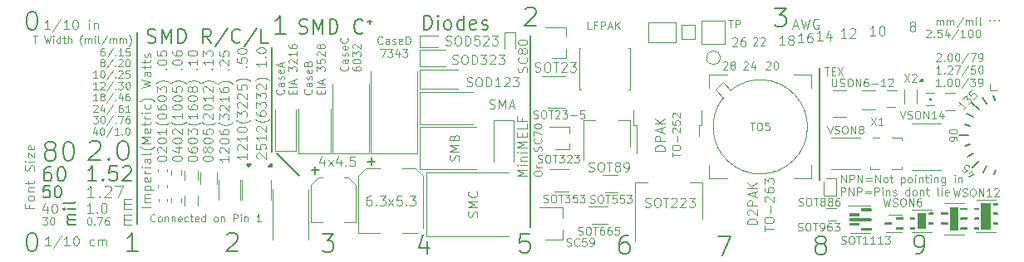
<source format=gto>
%TF.GenerationSoftware,KiCad,Pcbnew,9.0.3*%
%TF.CreationDate,2025-07-15T16:51:32+02:00*%
%TF.ProjectId,PCB_Ruler,5043425f-5275-46c6-9572-2e6b69636164,rev?*%
%TF.SameCoordinates,Original*%
%TF.FileFunction,Legend,Top*%
%TF.FilePolarity,Positive*%
%FSLAX46Y46*%
G04 Gerber Fmt 4.6, Leading zero omitted, Abs format (unit mm)*
G04 Created by KiCad (PCBNEW 9.0.3) date 2025-07-15 16:51:32*
%MOMM*%
%LPD*%
G01*
G04 APERTURE LIST*
%ADD10C,0.150000*%
%ADD11C,0.100000*%
%ADD12C,0.101600*%
%ADD13C,0.120000*%
%ADD14C,0.152400*%
%ADD15C,0.160000*%
%ADD16C,0.203200*%
%ADD17C,0.200000*%
%ADD18C,0.127000*%
%ADD19C,0.000000*%
G04 APERTURE END LIST*
D10*
X122190000Y-115910000D02*
X122190000Y-96400000D01*
X168630000Y-103340000D02*
X168255000Y-102690480D01*
X169370590Y-102487038D02*
X169500000Y-102970000D01*
X167877106Y-103927106D02*
X167170000Y-103220000D01*
X167310000Y-104670000D02*
X166660480Y-104295000D01*
X166950000Y-105550000D02*
X166467038Y-105420590D01*
X169550000Y-110060000D02*
X169420590Y-110542962D01*
X168670000Y-109690000D02*
X168295000Y-110339520D01*
X167320000Y-108350000D02*
X166670480Y-108725000D01*
X167907106Y-109110000D02*
X167200000Y-109817106D01*
X166467038Y-107609410D02*
X166950000Y-107480000D01*
X151670000Y-111070000D02*
X151670000Y-99630000D01*
X95880000Y-108200000D02*
X95880000Y-97570000D01*
X106030000Y-94950000D02*
X105590000Y-94950000D01*
X98623955Y-110633955D02*
X96340000Y-108350000D01*
X166820000Y-106500000D02*
X165820000Y-106500000D01*
X82100000Y-115550000D02*
X82100000Y-96040000D01*
X95800000Y-109700000D02*
X95500000Y-109700000D01*
X95800000Y-109400000D01*
X95800000Y-109700000D01*
G36*
X95800000Y-109700000D02*
G01*
X95500000Y-109700000D01*
X95800000Y-109400000D01*
X95800000Y-109700000D01*
G37*
X162100000Y-101000000D02*
X161900000Y-101000000D01*
X162100000Y-100800000D01*
X162100000Y-101000000D01*
G36*
X162100000Y-101000000D02*
G01*
X161900000Y-101000000D01*
X162100000Y-100800000D01*
X162100000Y-101000000D01*
G37*
X105830000Y-95170000D02*
X105830000Y-94730000D01*
X93500000Y-109700000D02*
X93300000Y-109500000D01*
X93700000Y-109500000D01*
X93500000Y-109700000D01*
G36*
X93500000Y-109700000D02*
G01*
X93300000Y-109500000D01*
X93700000Y-109500000D01*
X93500000Y-109700000D01*
G37*
D11*
X148956265Y-95376704D02*
X149432455Y-95376704D01*
X148861027Y-95662419D02*
X149194360Y-94662419D01*
X149194360Y-94662419D02*
X149527693Y-95662419D01*
X149765789Y-94662419D02*
X150003884Y-95662419D01*
X150003884Y-95662419D02*
X150194360Y-94948133D01*
X150194360Y-94948133D02*
X150384836Y-95662419D01*
X150384836Y-95662419D02*
X150622932Y-94662419D01*
X151527693Y-94710038D02*
X151432455Y-94662419D01*
X151432455Y-94662419D02*
X151289598Y-94662419D01*
X151289598Y-94662419D02*
X151146741Y-94710038D01*
X151146741Y-94710038D02*
X151051503Y-94805276D01*
X151051503Y-94805276D02*
X151003884Y-94900514D01*
X151003884Y-94900514D02*
X150956265Y-95090990D01*
X150956265Y-95090990D02*
X150956265Y-95233847D01*
X150956265Y-95233847D02*
X151003884Y-95424323D01*
X151003884Y-95424323D02*
X151051503Y-95519561D01*
X151051503Y-95519561D02*
X151146741Y-95614800D01*
X151146741Y-95614800D02*
X151289598Y-95662419D01*
X151289598Y-95662419D02*
X151384836Y-95662419D01*
X151384836Y-95662419D02*
X151527693Y-95614800D01*
X151527693Y-95614800D02*
X151575312Y-95567180D01*
X151575312Y-95567180D02*
X151575312Y-95233847D01*
X151575312Y-95233847D02*
X151384836Y-95233847D01*
D12*
X151941152Y-96828735D02*
X151389609Y-96828735D01*
X151665381Y-96828735D02*
X151665381Y-95863535D01*
X151665381Y-95863535D02*
X151573457Y-96001421D01*
X151573457Y-96001421D02*
X151481533Y-96093345D01*
X151481533Y-96093345D02*
X151389609Y-96139307D01*
X152768466Y-96185269D02*
X152768466Y-96828735D01*
X152538657Y-95817574D02*
X152308847Y-96507002D01*
X152308847Y-96507002D02*
X152906352Y-96507002D01*
X154366152Y-96584985D02*
X153814609Y-96584985D01*
X154090381Y-96584985D02*
X154090381Y-95619785D01*
X154090381Y-95619785D02*
X153998457Y-95757671D01*
X153998457Y-95757671D02*
X153906533Y-95849595D01*
X153906533Y-95849595D02*
X153814609Y-95895557D01*
X154733847Y-95711709D02*
X154779809Y-95665747D01*
X154779809Y-95665747D02*
X154871733Y-95619785D01*
X154871733Y-95619785D02*
X155101542Y-95619785D01*
X155101542Y-95619785D02*
X155193466Y-95665747D01*
X155193466Y-95665747D02*
X155239428Y-95711709D01*
X155239428Y-95711709D02*
X155285390Y-95803633D01*
X155285390Y-95803633D02*
X155285390Y-95895557D01*
X155285390Y-95895557D02*
X155239428Y-96033443D01*
X155239428Y-96033443D02*
X154687885Y-96584985D01*
X154687885Y-96584985D02*
X155285390Y-96584985D01*
X157341152Y-96341235D02*
X156789609Y-96341235D01*
X157065381Y-96341235D02*
X157065381Y-95376035D01*
X157065381Y-95376035D02*
X156973457Y-95513921D01*
X156973457Y-95513921D02*
X156881533Y-95605845D01*
X156881533Y-95605845D02*
X156789609Y-95651807D01*
X157938657Y-95376035D02*
X158030580Y-95376035D01*
X158030580Y-95376035D02*
X158122504Y-95421997D01*
X158122504Y-95421997D02*
X158168466Y-95467959D01*
X158168466Y-95467959D02*
X158214428Y-95559883D01*
X158214428Y-95559883D02*
X158260390Y-95743731D01*
X158260390Y-95743731D02*
X158260390Y-95973540D01*
X158260390Y-95973540D02*
X158214428Y-96157388D01*
X158214428Y-96157388D02*
X158168466Y-96249312D01*
X158168466Y-96249312D02*
X158122504Y-96295274D01*
X158122504Y-96295274D02*
X158030580Y-96341235D01*
X158030580Y-96341235D02*
X157938657Y-96341235D01*
X157938657Y-96341235D02*
X157846733Y-96295274D01*
X157846733Y-96295274D02*
X157800771Y-96249312D01*
X157800771Y-96249312D02*
X157754809Y-96157388D01*
X157754809Y-96157388D02*
X157708847Y-95973540D01*
X157708847Y-95973540D02*
X157708847Y-95743731D01*
X157708847Y-95743731D02*
X157754809Y-95559883D01*
X157754809Y-95559883D02*
X157800771Y-95467959D01*
X157800771Y-95467959D02*
X157846733Y-95421997D01*
X157846733Y-95421997D02*
X157938657Y-95376035D01*
X161033076Y-95364693D02*
X160941152Y-95318731D01*
X160941152Y-95318731D02*
X160895190Y-95272769D01*
X160895190Y-95272769D02*
X160849228Y-95180845D01*
X160849228Y-95180845D02*
X160849228Y-95134883D01*
X160849228Y-95134883D02*
X160895190Y-95042959D01*
X160895190Y-95042959D02*
X160941152Y-94996997D01*
X160941152Y-94996997D02*
X161033076Y-94951035D01*
X161033076Y-94951035D02*
X161216923Y-94951035D01*
X161216923Y-94951035D02*
X161308847Y-94996997D01*
X161308847Y-94996997D02*
X161354809Y-95042959D01*
X161354809Y-95042959D02*
X161400771Y-95134883D01*
X161400771Y-95134883D02*
X161400771Y-95180845D01*
X161400771Y-95180845D02*
X161354809Y-95272769D01*
X161354809Y-95272769D02*
X161308847Y-95318731D01*
X161308847Y-95318731D02*
X161216923Y-95364693D01*
X161216923Y-95364693D02*
X161033076Y-95364693D01*
X161033076Y-95364693D02*
X160941152Y-95410654D01*
X160941152Y-95410654D02*
X160895190Y-95456616D01*
X160895190Y-95456616D02*
X160849228Y-95548540D01*
X160849228Y-95548540D02*
X160849228Y-95732388D01*
X160849228Y-95732388D02*
X160895190Y-95824312D01*
X160895190Y-95824312D02*
X160941152Y-95870274D01*
X160941152Y-95870274D02*
X161033076Y-95916235D01*
X161033076Y-95916235D02*
X161216923Y-95916235D01*
X161216923Y-95916235D02*
X161308847Y-95870274D01*
X161308847Y-95870274D02*
X161354809Y-95824312D01*
X161354809Y-95824312D02*
X161400771Y-95732388D01*
X161400771Y-95732388D02*
X161400771Y-95548540D01*
X161400771Y-95548540D02*
X161354809Y-95456616D01*
X161354809Y-95456616D02*
X161308847Y-95410654D01*
X161308847Y-95410654D02*
X161216923Y-95364693D01*
D11*
X77599193Y-114451819D02*
X77027765Y-114451819D01*
X77313479Y-114451819D02*
X77313479Y-113451819D01*
X77313479Y-113451819D02*
X77218241Y-113594676D01*
X77218241Y-113594676D02*
X77123003Y-113689914D01*
X77123003Y-113689914D02*
X77027765Y-113737533D01*
X78027765Y-114356580D02*
X78075384Y-114404200D01*
X78075384Y-114404200D02*
X78027765Y-114451819D01*
X78027765Y-114451819D02*
X77980146Y-114404200D01*
X77980146Y-114404200D02*
X78027765Y-114356580D01*
X78027765Y-114356580D02*
X78027765Y-114451819D01*
X78694431Y-113451819D02*
X78789669Y-113451819D01*
X78789669Y-113451819D02*
X78884907Y-113499438D01*
X78884907Y-113499438D02*
X78932526Y-113547057D01*
X78932526Y-113547057D02*
X78980145Y-113642295D01*
X78980145Y-113642295D02*
X79027764Y-113832771D01*
X79027764Y-113832771D02*
X79027764Y-114070866D01*
X79027764Y-114070866D02*
X78980145Y-114261342D01*
X78980145Y-114261342D02*
X78932526Y-114356580D01*
X78932526Y-114356580D02*
X78884907Y-114404200D01*
X78884907Y-114404200D02*
X78789669Y-114451819D01*
X78789669Y-114451819D02*
X78694431Y-114451819D01*
X78694431Y-114451819D02*
X78599193Y-114404200D01*
X78599193Y-114404200D02*
X78551574Y-114356580D01*
X78551574Y-114356580D02*
X78503955Y-114261342D01*
X78503955Y-114261342D02*
X78456336Y-114070866D01*
X78456336Y-114070866D02*
X78456336Y-113832771D01*
X78456336Y-113832771D02*
X78503955Y-113642295D01*
X78503955Y-113642295D02*
X78551574Y-113547057D01*
X78551574Y-113547057D02*
X78599193Y-113499438D01*
X78599193Y-113499438D02*
X78694431Y-113451819D01*
D13*
X77764732Y-112876902D02*
X77079018Y-112876902D01*
X77421875Y-112876902D02*
X77421875Y-111676902D01*
X77421875Y-111676902D02*
X77307589Y-111848331D01*
X77307589Y-111848331D02*
X77193304Y-111962617D01*
X77193304Y-111962617D02*
X77079018Y-112019760D01*
X78279018Y-112762617D02*
X78336161Y-112819760D01*
X78336161Y-112819760D02*
X78279018Y-112876902D01*
X78279018Y-112876902D02*
X78221875Y-112819760D01*
X78221875Y-112819760D02*
X78279018Y-112762617D01*
X78279018Y-112762617D02*
X78279018Y-112876902D01*
X78793304Y-111791188D02*
X78850447Y-111734045D01*
X78850447Y-111734045D02*
X78964733Y-111676902D01*
X78964733Y-111676902D02*
X79250447Y-111676902D01*
X79250447Y-111676902D02*
X79364733Y-111734045D01*
X79364733Y-111734045D02*
X79421875Y-111791188D01*
X79421875Y-111791188D02*
X79479018Y-111905474D01*
X79479018Y-111905474D02*
X79479018Y-112019760D01*
X79479018Y-112019760D02*
X79421875Y-112191188D01*
X79421875Y-112191188D02*
X78736161Y-112876902D01*
X78736161Y-112876902D02*
X79479018Y-112876902D01*
X79879018Y-111676902D02*
X80679018Y-111676902D01*
X80679018Y-111676902D02*
X80164732Y-112876902D01*
D10*
X77987641Y-111187628D02*
X77130498Y-111187628D01*
X77559069Y-111187628D02*
X77559069Y-109687628D01*
X77559069Y-109687628D02*
X77416212Y-109901914D01*
X77416212Y-109901914D02*
X77273355Y-110044771D01*
X77273355Y-110044771D02*
X77130498Y-110116200D01*
X78630497Y-111044771D02*
X78701926Y-111116200D01*
X78701926Y-111116200D02*
X78630497Y-111187628D01*
X78630497Y-111187628D02*
X78559069Y-111116200D01*
X78559069Y-111116200D02*
X78630497Y-111044771D01*
X78630497Y-111044771D02*
X78630497Y-111187628D01*
X80059069Y-109687628D02*
X79344783Y-109687628D01*
X79344783Y-109687628D02*
X79273355Y-110401914D01*
X79273355Y-110401914D02*
X79344783Y-110330485D01*
X79344783Y-110330485D02*
X79487641Y-110259057D01*
X79487641Y-110259057D02*
X79844783Y-110259057D01*
X79844783Y-110259057D02*
X79987641Y-110330485D01*
X79987641Y-110330485D02*
X80059069Y-110401914D01*
X80059069Y-110401914D02*
X80130498Y-110544771D01*
X80130498Y-110544771D02*
X80130498Y-110901914D01*
X80130498Y-110901914D02*
X80059069Y-111044771D01*
X80059069Y-111044771D02*
X79987641Y-111116200D01*
X79987641Y-111116200D02*
X79844783Y-111187628D01*
X79844783Y-111187628D02*
X79487641Y-111187628D01*
X79487641Y-111187628D02*
X79344783Y-111116200D01*
X79344783Y-111116200D02*
X79273355Y-111044771D01*
X80701926Y-109830485D02*
X80773354Y-109759057D01*
X80773354Y-109759057D02*
X80916212Y-109687628D01*
X80916212Y-109687628D02*
X81273354Y-109687628D01*
X81273354Y-109687628D02*
X81416212Y-109759057D01*
X81416212Y-109759057D02*
X81487640Y-109830485D01*
X81487640Y-109830485D02*
X81559069Y-109973342D01*
X81559069Y-109973342D02*
X81559069Y-110116200D01*
X81559069Y-110116200D02*
X81487640Y-110330485D01*
X81487640Y-110330485D02*
X80630497Y-111187628D01*
X80630497Y-111187628D02*
X81559069Y-111187628D01*
D14*
X83196034Y-97045949D02*
X83402863Y-97114891D01*
X83402863Y-97114891D02*
X83747577Y-97114891D01*
X83747577Y-97114891D02*
X83885463Y-97045949D01*
X83885463Y-97045949D02*
X83954405Y-96977006D01*
X83954405Y-96977006D02*
X84023348Y-96839120D01*
X84023348Y-96839120D02*
X84023348Y-96701234D01*
X84023348Y-96701234D02*
X83954405Y-96563349D01*
X83954405Y-96563349D02*
X83885463Y-96494406D01*
X83885463Y-96494406D02*
X83747577Y-96425463D01*
X83747577Y-96425463D02*
X83471805Y-96356520D01*
X83471805Y-96356520D02*
X83333920Y-96287577D01*
X83333920Y-96287577D02*
X83264977Y-96218634D01*
X83264977Y-96218634D02*
X83196034Y-96080749D01*
X83196034Y-96080749D02*
X83196034Y-95942863D01*
X83196034Y-95942863D02*
X83264977Y-95804977D01*
X83264977Y-95804977D02*
X83333920Y-95736034D01*
X83333920Y-95736034D02*
X83471805Y-95667091D01*
X83471805Y-95667091D02*
X83816520Y-95667091D01*
X83816520Y-95667091D02*
X84023348Y-95736034D01*
X84643834Y-97114891D02*
X84643834Y-95667091D01*
X84643834Y-95667091D02*
X85126434Y-96701234D01*
X85126434Y-96701234D02*
X85609034Y-95667091D01*
X85609034Y-95667091D02*
X85609034Y-97114891D01*
X86298463Y-97114891D02*
X86298463Y-95667091D01*
X86298463Y-95667091D02*
X86643177Y-95667091D01*
X86643177Y-95667091D02*
X86850006Y-95736034D01*
X86850006Y-95736034D02*
X86987891Y-95873920D01*
X86987891Y-95873920D02*
X87056834Y-96011806D01*
X87056834Y-96011806D02*
X87125777Y-96287577D01*
X87125777Y-96287577D02*
X87125777Y-96494406D01*
X87125777Y-96494406D02*
X87056834Y-96770177D01*
X87056834Y-96770177D02*
X86987891Y-96908063D01*
X86987891Y-96908063D02*
X86850006Y-97045949D01*
X86850006Y-97045949D02*
X86643177Y-97114891D01*
X86643177Y-97114891D02*
X86298463Y-97114891D01*
X89676663Y-97114891D02*
X89194063Y-96425463D01*
X88849349Y-97114891D02*
X88849349Y-95667091D01*
X88849349Y-95667091D02*
X89400892Y-95667091D01*
X89400892Y-95667091D02*
X89538777Y-95736034D01*
X89538777Y-95736034D02*
X89607720Y-95804977D01*
X89607720Y-95804977D02*
X89676663Y-95942863D01*
X89676663Y-95942863D02*
X89676663Y-96149691D01*
X89676663Y-96149691D02*
X89607720Y-96287577D01*
X89607720Y-96287577D02*
X89538777Y-96356520D01*
X89538777Y-96356520D02*
X89400892Y-96425463D01*
X89400892Y-96425463D02*
X88849349Y-96425463D01*
X91331292Y-95598149D02*
X90090320Y-97459606D01*
X92641206Y-96977006D02*
X92572263Y-97045949D01*
X92572263Y-97045949D02*
X92365435Y-97114891D01*
X92365435Y-97114891D02*
X92227549Y-97114891D01*
X92227549Y-97114891D02*
X92020720Y-97045949D01*
X92020720Y-97045949D02*
X91882835Y-96908063D01*
X91882835Y-96908063D02*
X91813892Y-96770177D01*
X91813892Y-96770177D02*
X91744949Y-96494406D01*
X91744949Y-96494406D02*
X91744949Y-96287577D01*
X91744949Y-96287577D02*
X91813892Y-96011806D01*
X91813892Y-96011806D02*
X91882835Y-95873920D01*
X91882835Y-95873920D02*
X92020720Y-95736034D01*
X92020720Y-95736034D02*
X92227549Y-95667091D01*
X92227549Y-95667091D02*
X92365435Y-95667091D01*
X92365435Y-95667091D02*
X92572263Y-95736034D01*
X92572263Y-95736034D02*
X92641206Y-95804977D01*
X94295835Y-95598149D02*
X93054863Y-97459606D01*
X95467863Y-97114891D02*
X94778435Y-97114891D01*
X94778435Y-97114891D02*
X94778435Y-95667091D01*
D15*
X71339548Y-93879156D02*
X71520501Y-93879156D01*
X71520501Y-93879156D02*
X71701453Y-93969632D01*
X71701453Y-93969632D02*
X71791929Y-94060108D01*
X71791929Y-94060108D02*
X71882405Y-94241060D01*
X71882405Y-94241060D02*
X71972882Y-94602965D01*
X71972882Y-94602965D02*
X71972882Y-95055346D01*
X71972882Y-95055346D02*
X71882405Y-95417251D01*
X71882405Y-95417251D02*
X71791929Y-95598203D01*
X71791929Y-95598203D02*
X71701453Y-95688680D01*
X71701453Y-95688680D02*
X71520501Y-95779156D01*
X71520501Y-95779156D02*
X71339548Y-95779156D01*
X71339548Y-95779156D02*
X71158596Y-95688680D01*
X71158596Y-95688680D02*
X71068120Y-95598203D01*
X71068120Y-95598203D02*
X70977643Y-95417251D01*
X70977643Y-95417251D02*
X70887167Y-95055346D01*
X70887167Y-95055346D02*
X70887167Y-94602965D01*
X70887167Y-94602965D02*
X70977643Y-94241060D01*
X70977643Y-94241060D02*
X71068120Y-94060108D01*
X71068120Y-94060108D02*
X71158596Y-93969632D01*
X71158596Y-93969632D02*
X71339548Y-93879156D01*
D12*
X133870689Y-113840632D02*
X134008575Y-113886593D01*
X134008575Y-113886593D02*
X134238384Y-113886593D01*
X134238384Y-113886593D02*
X134330308Y-113840632D01*
X134330308Y-113840632D02*
X134376270Y-113794670D01*
X134376270Y-113794670D02*
X134422232Y-113702746D01*
X134422232Y-113702746D02*
X134422232Y-113610822D01*
X134422232Y-113610822D02*
X134376270Y-113518898D01*
X134376270Y-113518898D02*
X134330308Y-113472936D01*
X134330308Y-113472936D02*
X134238384Y-113426974D01*
X134238384Y-113426974D02*
X134054537Y-113381012D01*
X134054537Y-113381012D02*
X133962613Y-113335051D01*
X133962613Y-113335051D02*
X133916651Y-113289089D01*
X133916651Y-113289089D02*
X133870689Y-113197165D01*
X133870689Y-113197165D02*
X133870689Y-113105241D01*
X133870689Y-113105241D02*
X133916651Y-113013317D01*
X133916651Y-113013317D02*
X133962613Y-112967355D01*
X133962613Y-112967355D02*
X134054537Y-112921393D01*
X134054537Y-112921393D02*
X134284346Y-112921393D01*
X134284346Y-112921393D02*
X134422232Y-112967355D01*
X135019737Y-112921393D02*
X135203584Y-112921393D01*
X135203584Y-112921393D02*
X135295508Y-112967355D01*
X135295508Y-112967355D02*
X135387432Y-113059279D01*
X135387432Y-113059279D02*
X135433394Y-113243127D01*
X135433394Y-113243127D02*
X135433394Y-113564860D01*
X135433394Y-113564860D02*
X135387432Y-113748708D01*
X135387432Y-113748708D02*
X135295508Y-113840632D01*
X135295508Y-113840632D02*
X135203584Y-113886593D01*
X135203584Y-113886593D02*
X135019737Y-113886593D01*
X135019737Y-113886593D02*
X134927813Y-113840632D01*
X134927813Y-113840632D02*
X134835889Y-113748708D01*
X134835889Y-113748708D02*
X134789927Y-113564860D01*
X134789927Y-113564860D02*
X134789927Y-113243127D01*
X134789927Y-113243127D02*
X134835889Y-113059279D01*
X134835889Y-113059279D02*
X134927813Y-112967355D01*
X134927813Y-112967355D02*
X135019737Y-112921393D01*
X135709165Y-112921393D02*
X136260708Y-112921393D01*
X135984937Y-113886593D02*
X135984937Y-112921393D01*
X136536479Y-113013317D02*
X136582441Y-112967355D01*
X136582441Y-112967355D02*
X136674365Y-112921393D01*
X136674365Y-112921393D02*
X136904174Y-112921393D01*
X136904174Y-112921393D02*
X136996098Y-112967355D01*
X136996098Y-112967355D02*
X137042060Y-113013317D01*
X137042060Y-113013317D02*
X137088022Y-113105241D01*
X137088022Y-113105241D02*
X137088022Y-113197165D01*
X137088022Y-113197165D02*
X137042060Y-113335051D01*
X137042060Y-113335051D02*
X136490517Y-113886593D01*
X136490517Y-113886593D02*
X137088022Y-113886593D01*
X137455717Y-113013317D02*
X137501679Y-112967355D01*
X137501679Y-112967355D02*
X137593603Y-112921393D01*
X137593603Y-112921393D02*
X137823412Y-112921393D01*
X137823412Y-112921393D02*
X137915336Y-112967355D01*
X137915336Y-112967355D02*
X137961298Y-113013317D01*
X137961298Y-113013317D02*
X138007260Y-113105241D01*
X138007260Y-113105241D02*
X138007260Y-113197165D01*
X138007260Y-113197165D02*
X137961298Y-113335051D01*
X137961298Y-113335051D02*
X137409755Y-113886593D01*
X137409755Y-113886593D02*
X138007260Y-113886593D01*
X138328993Y-112921393D02*
X138926498Y-112921393D01*
X138926498Y-112921393D02*
X138604765Y-113289089D01*
X138604765Y-113289089D02*
X138742650Y-113289089D01*
X138742650Y-113289089D02*
X138834574Y-113335051D01*
X138834574Y-113335051D02*
X138880536Y-113381012D01*
X138880536Y-113381012D02*
X138926498Y-113472936D01*
X138926498Y-113472936D02*
X138926498Y-113702746D01*
X138926498Y-113702746D02*
X138880536Y-113794670D01*
X138880536Y-113794670D02*
X138834574Y-113840632D01*
X138834574Y-113840632D02*
X138742650Y-113886593D01*
X138742650Y-113886593D02*
X138466879Y-113886593D01*
X138466879Y-113886593D02*
X138374955Y-113840632D01*
X138374955Y-113840632D02*
X138328993Y-113794670D01*
X145276593Y-115603348D02*
X144311393Y-115603348D01*
X144311393Y-115603348D02*
X144311393Y-115373538D01*
X144311393Y-115373538D02*
X144357355Y-115235653D01*
X144357355Y-115235653D02*
X144449279Y-115143729D01*
X144449279Y-115143729D02*
X144541203Y-115097767D01*
X144541203Y-115097767D02*
X144725051Y-115051805D01*
X144725051Y-115051805D02*
X144862936Y-115051805D01*
X144862936Y-115051805D02*
X145046784Y-115097767D01*
X145046784Y-115097767D02*
X145138708Y-115143729D01*
X145138708Y-115143729D02*
X145230632Y-115235653D01*
X145230632Y-115235653D02*
X145276593Y-115373538D01*
X145276593Y-115373538D02*
X145276593Y-115603348D01*
X144403317Y-114684110D02*
X144357355Y-114638148D01*
X144357355Y-114638148D02*
X144311393Y-114546224D01*
X144311393Y-114546224D02*
X144311393Y-114316415D01*
X144311393Y-114316415D02*
X144357355Y-114224491D01*
X144357355Y-114224491D02*
X144403317Y-114178529D01*
X144403317Y-114178529D02*
X144495241Y-114132567D01*
X144495241Y-114132567D02*
X144587165Y-114132567D01*
X144587165Y-114132567D02*
X144725051Y-114178529D01*
X144725051Y-114178529D02*
X145276593Y-114730072D01*
X145276593Y-114730072D02*
X145276593Y-114132567D01*
X145276593Y-113718910D02*
X144311393Y-113718910D01*
X144311393Y-113718910D02*
X144311393Y-113351215D01*
X144311393Y-113351215D02*
X144357355Y-113259291D01*
X144357355Y-113259291D02*
X144403317Y-113213329D01*
X144403317Y-113213329D02*
X144495241Y-113167367D01*
X144495241Y-113167367D02*
X144633127Y-113167367D01*
X144633127Y-113167367D02*
X144725051Y-113213329D01*
X144725051Y-113213329D02*
X144771012Y-113259291D01*
X144771012Y-113259291D02*
X144816974Y-113351215D01*
X144816974Y-113351215D02*
X144816974Y-113718910D01*
X145000822Y-112799672D02*
X145000822Y-112340053D01*
X145276593Y-112891596D02*
X144311393Y-112569862D01*
X144311393Y-112569862D02*
X145276593Y-112248129D01*
X145276593Y-111926396D02*
X144311393Y-111926396D01*
X145276593Y-111374853D02*
X144725051Y-111788510D01*
X144311393Y-111374853D02*
X144862936Y-111926396D01*
X135851593Y-108113348D02*
X134886393Y-108113348D01*
X134886393Y-108113348D02*
X134886393Y-107883538D01*
X134886393Y-107883538D02*
X134932355Y-107745653D01*
X134932355Y-107745653D02*
X135024279Y-107653729D01*
X135024279Y-107653729D02*
X135116203Y-107607767D01*
X135116203Y-107607767D02*
X135300051Y-107561805D01*
X135300051Y-107561805D02*
X135437936Y-107561805D01*
X135437936Y-107561805D02*
X135621784Y-107607767D01*
X135621784Y-107607767D02*
X135713708Y-107653729D01*
X135713708Y-107653729D02*
X135805632Y-107745653D01*
X135805632Y-107745653D02*
X135851593Y-107883538D01*
X135851593Y-107883538D02*
X135851593Y-108113348D01*
X135851593Y-107148148D02*
X134886393Y-107148148D01*
X134886393Y-107148148D02*
X134886393Y-106780453D01*
X134886393Y-106780453D02*
X134932355Y-106688529D01*
X134932355Y-106688529D02*
X134978317Y-106642567D01*
X134978317Y-106642567D02*
X135070241Y-106596605D01*
X135070241Y-106596605D02*
X135208127Y-106596605D01*
X135208127Y-106596605D02*
X135300051Y-106642567D01*
X135300051Y-106642567D02*
X135346012Y-106688529D01*
X135346012Y-106688529D02*
X135391974Y-106780453D01*
X135391974Y-106780453D02*
X135391974Y-107148148D01*
X135575822Y-106228910D02*
X135575822Y-105769291D01*
X135851593Y-106320834D02*
X134886393Y-105999100D01*
X134886393Y-105999100D02*
X135851593Y-105677367D01*
X135851593Y-105355634D02*
X134886393Y-105355634D01*
X135851593Y-104804091D02*
X135300051Y-105217748D01*
X134886393Y-104804091D02*
X135437936Y-105355634D01*
D15*
X147036691Y-93539156D02*
X148212882Y-93539156D01*
X148212882Y-93539156D02*
X147579548Y-94262965D01*
X147579548Y-94262965D02*
X147850977Y-94262965D01*
X147850977Y-94262965D02*
X148031929Y-94353441D01*
X148031929Y-94353441D02*
X148122405Y-94443918D01*
X148122405Y-94443918D02*
X148212882Y-94624870D01*
X148212882Y-94624870D02*
X148212882Y-95077251D01*
X148212882Y-95077251D02*
X148122405Y-95258203D01*
X148122405Y-95258203D02*
X148031929Y-95348680D01*
X148031929Y-95348680D02*
X147850977Y-95439156D01*
X147850977Y-95439156D02*
X147308120Y-95439156D01*
X147308120Y-95439156D02*
X147127167Y-95348680D01*
X147127167Y-95348680D02*
X147036691Y-95258203D01*
X141270491Y-116858156D02*
X142537158Y-116858156D01*
X142537158Y-116858156D02*
X141722872Y-118758156D01*
X132156529Y-116756556D02*
X131794624Y-116756556D01*
X131794624Y-116756556D02*
X131613672Y-116847032D01*
X131613672Y-116847032D02*
X131523196Y-116937508D01*
X131523196Y-116937508D02*
X131342243Y-117208937D01*
X131342243Y-117208937D02*
X131251767Y-117570841D01*
X131251767Y-117570841D02*
X131251767Y-118294651D01*
X131251767Y-118294651D02*
X131342243Y-118475603D01*
X131342243Y-118475603D02*
X131432720Y-118566080D01*
X131432720Y-118566080D02*
X131613672Y-118656556D01*
X131613672Y-118656556D02*
X131975577Y-118656556D01*
X131975577Y-118656556D02*
X132156529Y-118566080D01*
X132156529Y-118566080D02*
X132247005Y-118475603D01*
X132247005Y-118475603D02*
X132337482Y-118294651D01*
X132337482Y-118294651D02*
X132337482Y-117842270D01*
X132337482Y-117842270D02*
X132247005Y-117661318D01*
X132247005Y-117661318D02*
X132156529Y-117570841D01*
X132156529Y-117570841D02*
X131975577Y-117480365D01*
X131975577Y-117480365D02*
X131613672Y-117480365D01*
X131613672Y-117480365D02*
X131432720Y-117570841D01*
X131432720Y-117570841D02*
X131342243Y-117661318D01*
X131342243Y-117661318D02*
X131251767Y-117842270D01*
D12*
X73310035Y-117805877D02*
X72758492Y-117805877D01*
X73034264Y-117805877D02*
X73034264Y-116840677D01*
X73034264Y-116840677D02*
X72942340Y-116978563D01*
X72942340Y-116978563D02*
X72850416Y-117070487D01*
X72850416Y-117070487D02*
X72758492Y-117116449D01*
X74413121Y-116794716D02*
X73585806Y-118035687D01*
X75240435Y-117805877D02*
X74688892Y-117805877D01*
X74964664Y-117805877D02*
X74964664Y-116840677D01*
X74964664Y-116840677D02*
X74872740Y-116978563D01*
X74872740Y-116978563D02*
X74780816Y-117070487D01*
X74780816Y-117070487D02*
X74688892Y-117116449D01*
X75837940Y-116840677D02*
X75929863Y-116840677D01*
X75929863Y-116840677D02*
X76021787Y-116886639D01*
X76021787Y-116886639D02*
X76067749Y-116932601D01*
X76067749Y-116932601D02*
X76113711Y-117024525D01*
X76113711Y-117024525D02*
X76159673Y-117208373D01*
X76159673Y-117208373D02*
X76159673Y-117438182D01*
X76159673Y-117438182D02*
X76113711Y-117622030D01*
X76113711Y-117622030D02*
X76067749Y-117713954D01*
X76067749Y-117713954D02*
X76021787Y-117759916D01*
X76021787Y-117759916D02*
X75929863Y-117805877D01*
X75929863Y-117805877D02*
X75837940Y-117805877D01*
X75837940Y-117805877D02*
X75746016Y-117759916D01*
X75746016Y-117759916D02*
X75700054Y-117713954D01*
X75700054Y-117713954D02*
X75654092Y-117622030D01*
X75654092Y-117622030D02*
X75608130Y-117438182D01*
X75608130Y-117438182D02*
X75608130Y-117208373D01*
X75608130Y-117208373D02*
X75654092Y-117024525D01*
X75654092Y-117024525D02*
X75700054Y-116932601D01*
X75700054Y-116932601D02*
X75746016Y-116886639D01*
X75746016Y-116886639D02*
X75837940Y-116840677D01*
X77722377Y-117759916D02*
X77630453Y-117805877D01*
X77630453Y-117805877D02*
X77446606Y-117805877D01*
X77446606Y-117805877D02*
X77354682Y-117759916D01*
X77354682Y-117759916D02*
X77308720Y-117713954D01*
X77308720Y-117713954D02*
X77262758Y-117622030D01*
X77262758Y-117622030D02*
X77262758Y-117346258D01*
X77262758Y-117346258D02*
X77308720Y-117254335D01*
X77308720Y-117254335D02*
X77354682Y-117208373D01*
X77354682Y-117208373D02*
X77446606Y-117162411D01*
X77446606Y-117162411D02*
X77630453Y-117162411D01*
X77630453Y-117162411D02*
X77722377Y-117208373D01*
X78136034Y-117805877D02*
X78136034Y-117162411D01*
X78136034Y-117254335D02*
X78181996Y-117208373D01*
X78181996Y-117208373D02*
X78273920Y-117162411D01*
X78273920Y-117162411D02*
X78411805Y-117162411D01*
X78411805Y-117162411D02*
X78503729Y-117208373D01*
X78503729Y-117208373D02*
X78549691Y-117300296D01*
X78549691Y-117300296D02*
X78549691Y-117805877D01*
X78549691Y-117300296D02*
X78595653Y-117208373D01*
X78595653Y-117208373D02*
X78687577Y-117162411D01*
X78687577Y-117162411D02*
X78825463Y-117162411D01*
X78825463Y-117162411D02*
X78917386Y-117208373D01*
X78917386Y-117208373D02*
X78963348Y-117300296D01*
X78963348Y-117300296D02*
X78963348Y-117805877D01*
D14*
X111324977Y-95744891D02*
X111324977Y-94297091D01*
X111324977Y-94297091D02*
X111669691Y-94297091D01*
X111669691Y-94297091D02*
X111876520Y-94366034D01*
X111876520Y-94366034D02*
X112014405Y-94503920D01*
X112014405Y-94503920D02*
X112083348Y-94641806D01*
X112083348Y-94641806D02*
X112152291Y-94917577D01*
X112152291Y-94917577D02*
X112152291Y-95124406D01*
X112152291Y-95124406D02*
X112083348Y-95400177D01*
X112083348Y-95400177D02*
X112014405Y-95538063D01*
X112014405Y-95538063D02*
X111876520Y-95675949D01*
X111876520Y-95675949D02*
X111669691Y-95744891D01*
X111669691Y-95744891D02*
X111324977Y-95744891D01*
X112772777Y-95744891D02*
X112772777Y-94779691D01*
X112772777Y-94297091D02*
X112703834Y-94366034D01*
X112703834Y-94366034D02*
X112772777Y-94434977D01*
X112772777Y-94434977D02*
X112841720Y-94366034D01*
X112841720Y-94366034D02*
X112772777Y-94297091D01*
X112772777Y-94297091D02*
X112772777Y-94434977D01*
X113669034Y-95744891D02*
X113531149Y-95675949D01*
X113531149Y-95675949D02*
X113462206Y-95607006D01*
X113462206Y-95607006D02*
X113393263Y-95469120D01*
X113393263Y-95469120D02*
X113393263Y-95055463D01*
X113393263Y-95055463D02*
X113462206Y-94917577D01*
X113462206Y-94917577D02*
X113531149Y-94848634D01*
X113531149Y-94848634D02*
X113669034Y-94779691D01*
X113669034Y-94779691D02*
X113875863Y-94779691D01*
X113875863Y-94779691D02*
X114013749Y-94848634D01*
X114013749Y-94848634D02*
X114082692Y-94917577D01*
X114082692Y-94917577D02*
X114151634Y-95055463D01*
X114151634Y-95055463D02*
X114151634Y-95469120D01*
X114151634Y-95469120D02*
X114082692Y-95607006D01*
X114082692Y-95607006D02*
X114013749Y-95675949D01*
X114013749Y-95675949D02*
X113875863Y-95744891D01*
X113875863Y-95744891D02*
X113669034Y-95744891D01*
X115392606Y-95744891D02*
X115392606Y-94297091D01*
X115392606Y-95675949D02*
X115254720Y-95744891D01*
X115254720Y-95744891D02*
X114978948Y-95744891D01*
X114978948Y-95744891D02*
X114841063Y-95675949D01*
X114841063Y-95675949D02*
X114772120Y-95607006D01*
X114772120Y-95607006D02*
X114703177Y-95469120D01*
X114703177Y-95469120D02*
X114703177Y-95055463D01*
X114703177Y-95055463D02*
X114772120Y-94917577D01*
X114772120Y-94917577D02*
X114841063Y-94848634D01*
X114841063Y-94848634D02*
X114978948Y-94779691D01*
X114978948Y-94779691D02*
X115254720Y-94779691D01*
X115254720Y-94779691D02*
X115392606Y-94848634D01*
X116633577Y-95675949D02*
X116495691Y-95744891D01*
X116495691Y-95744891D02*
X116219920Y-95744891D01*
X116219920Y-95744891D02*
X116082034Y-95675949D01*
X116082034Y-95675949D02*
X116013091Y-95538063D01*
X116013091Y-95538063D02*
X116013091Y-94986520D01*
X116013091Y-94986520D02*
X116082034Y-94848634D01*
X116082034Y-94848634D02*
X116219920Y-94779691D01*
X116219920Y-94779691D02*
X116495691Y-94779691D01*
X116495691Y-94779691D02*
X116633577Y-94848634D01*
X116633577Y-94848634D02*
X116702520Y-94986520D01*
X116702520Y-94986520D02*
X116702520Y-95124406D01*
X116702520Y-95124406D02*
X116013091Y-95262291D01*
X117254062Y-95675949D02*
X117391948Y-95744891D01*
X117391948Y-95744891D02*
X117667719Y-95744891D01*
X117667719Y-95744891D02*
X117805605Y-95675949D01*
X117805605Y-95675949D02*
X117874548Y-95538063D01*
X117874548Y-95538063D02*
X117874548Y-95469120D01*
X117874548Y-95469120D02*
X117805605Y-95331234D01*
X117805605Y-95331234D02*
X117667719Y-95262291D01*
X117667719Y-95262291D02*
X117460891Y-95262291D01*
X117460891Y-95262291D02*
X117323005Y-95193349D01*
X117323005Y-95193349D02*
X117254062Y-95055463D01*
X117254062Y-95055463D02*
X117254062Y-94986520D01*
X117254062Y-94986520D02*
X117323005Y-94848634D01*
X117323005Y-94848634D02*
X117460891Y-94779691D01*
X117460891Y-94779691D02*
X117667719Y-94779691D01*
X117667719Y-94779691D02*
X117805605Y-94848634D01*
D12*
X121801593Y-110703348D02*
X120836393Y-110703348D01*
X120836393Y-110703348D02*
X121525822Y-110381615D01*
X121525822Y-110381615D02*
X120836393Y-110059881D01*
X120836393Y-110059881D02*
X121801593Y-110059881D01*
X121801593Y-109600262D02*
X121158127Y-109600262D01*
X120836393Y-109600262D02*
X120882355Y-109646224D01*
X120882355Y-109646224D02*
X120928317Y-109600262D01*
X120928317Y-109600262D02*
X120882355Y-109554300D01*
X120882355Y-109554300D02*
X120836393Y-109600262D01*
X120836393Y-109600262D02*
X120928317Y-109600262D01*
X121158127Y-109140643D02*
X121801593Y-109140643D01*
X121250051Y-109140643D02*
X121204089Y-109094681D01*
X121204089Y-109094681D02*
X121158127Y-109002757D01*
X121158127Y-109002757D02*
X121158127Y-108864872D01*
X121158127Y-108864872D02*
X121204089Y-108772948D01*
X121204089Y-108772948D02*
X121296012Y-108726986D01*
X121296012Y-108726986D02*
X121801593Y-108726986D01*
X121801593Y-108267367D02*
X121158127Y-108267367D01*
X120836393Y-108267367D02*
X120882355Y-108313329D01*
X120882355Y-108313329D02*
X120928317Y-108267367D01*
X120928317Y-108267367D02*
X120882355Y-108221405D01*
X120882355Y-108221405D02*
X120836393Y-108267367D01*
X120836393Y-108267367D02*
X120928317Y-108267367D01*
X121801593Y-107807748D02*
X120836393Y-107807748D01*
X120836393Y-107807748D02*
X121525822Y-107486015D01*
X121525822Y-107486015D02*
X120836393Y-107164281D01*
X120836393Y-107164281D02*
X121801593Y-107164281D01*
X121296012Y-106704662D02*
X121296012Y-106382929D01*
X121801593Y-106245043D02*
X121801593Y-106704662D01*
X121801593Y-106704662D02*
X120836393Y-106704662D01*
X120836393Y-106704662D02*
X120836393Y-106245043D01*
X121801593Y-105371767D02*
X121801593Y-105831386D01*
X121801593Y-105831386D02*
X120836393Y-105831386D01*
X121296012Y-104728301D02*
X121296012Y-105050034D01*
X121801593Y-105050034D02*
X120836393Y-105050034D01*
X120836393Y-105050034D02*
X120836393Y-104590415D01*
X114885274Y-109139914D02*
X114931235Y-109002028D01*
X114931235Y-109002028D02*
X114931235Y-108772219D01*
X114931235Y-108772219D02*
X114885274Y-108680295D01*
X114885274Y-108680295D02*
X114839312Y-108634333D01*
X114839312Y-108634333D02*
X114747388Y-108588371D01*
X114747388Y-108588371D02*
X114655464Y-108588371D01*
X114655464Y-108588371D02*
X114563540Y-108634333D01*
X114563540Y-108634333D02*
X114517578Y-108680295D01*
X114517578Y-108680295D02*
X114471616Y-108772219D01*
X114471616Y-108772219D02*
X114425654Y-108956066D01*
X114425654Y-108956066D02*
X114379693Y-109047990D01*
X114379693Y-109047990D02*
X114333731Y-109093952D01*
X114333731Y-109093952D02*
X114241807Y-109139914D01*
X114241807Y-109139914D02*
X114149883Y-109139914D01*
X114149883Y-109139914D02*
X114057959Y-109093952D01*
X114057959Y-109093952D02*
X114011997Y-109047990D01*
X114011997Y-109047990D02*
X113966035Y-108956066D01*
X113966035Y-108956066D02*
X113966035Y-108726257D01*
X113966035Y-108726257D02*
X114011997Y-108588371D01*
X114931235Y-108174714D02*
X113966035Y-108174714D01*
X113966035Y-108174714D02*
X114655464Y-107852981D01*
X114655464Y-107852981D02*
X113966035Y-107531247D01*
X113966035Y-107531247D02*
X114931235Y-107531247D01*
X114425654Y-106749895D02*
X114471616Y-106612009D01*
X114471616Y-106612009D02*
X114517578Y-106566047D01*
X114517578Y-106566047D02*
X114609502Y-106520085D01*
X114609502Y-106520085D02*
X114747388Y-106520085D01*
X114747388Y-106520085D02*
X114839312Y-106566047D01*
X114839312Y-106566047D02*
X114885274Y-106612009D01*
X114885274Y-106612009D02*
X114931235Y-106703933D01*
X114931235Y-106703933D02*
X114931235Y-107071628D01*
X114931235Y-107071628D02*
X113966035Y-107071628D01*
X113966035Y-107071628D02*
X113966035Y-106749895D01*
X113966035Y-106749895D02*
X114011997Y-106657971D01*
X114011997Y-106657971D02*
X114057959Y-106612009D01*
X114057959Y-106612009D02*
X114149883Y-106566047D01*
X114149883Y-106566047D02*
X114241807Y-106566047D01*
X114241807Y-106566047D02*
X114333731Y-106612009D01*
X114333731Y-106612009D02*
X114379693Y-106657971D01*
X114379693Y-106657971D02*
X114425654Y-106749895D01*
X114425654Y-106749895D02*
X114425654Y-107071628D01*
X168984110Y-94713954D02*
X169030072Y-94759916D01*
X169030072Y-94759916D02*
X168984110Y-94805877D01*
X168984110Y-94805877D02*
X168938148Y-94759916D01*
X168938148Y-94759916D02*
X168984110Y-94713954D01*
X168984110Y-94713954D02*
X168984110Y-94805877D01*
X169443729Y-94713954D02*
X169489691Y-94759916D01*
X169489691Y-94759916D02*
X169443729Y-94805877D01*
X169443729Y-94805877D02*
X169397767Y-94759916D01*
X169397767Y-94759916D02*
X169443729Y-94713954D01*
X169443729Y-94713954D02*
X169443729Y-94805877D01*
X169903348Y-94713954D02*
X169949310Y-94759916D01*
X169949310Y-94759916D02*
X169903348Y-94805877D01*
X169903348Y-94805877D02*
X169857386Y-94759916D01*
X169857386Y-94759916D02*
X169903348Y-94713954D01*
X169903348Y-94713954D02*
X169903348Y-94805877D01*
X122670689Y-100005632D02*
X122808575Y-100051593D01*
X122808575Y-100051593D02*
X123038384Y-100051593D01*
X123038384Y-100051593D02*
X123130308Y-100005632D01*
X123130308Y-100005632D02*
X123176270Y-99959670D01*
X123176270Y-99959670D02*
X123222232Y-99867746D01*
X123222232Y-99867746D02*
X123222232Y-99775822D01*
X123222232Y-99775822D02*
X123176270Y-99683898D01*
X123176270Y-99683898D02*
X123130308Y-99637936D01*
X123130308Y-99637936D02*
X123038384Y-99591974D01*
X123038384Y-99591974D02*
X122854537Y-99546012D01*
X122854537Y-99546012D02*
X122762613Y-99500051D01*
X122762613Y-99500051D02*
X122716651Y-99454089D01*
X122716651Y-99454089D02*
X122670689Y-99362165D01*
X122670689Y-99362165D02*
X122670689Y-99270241D01*
X122670689Y-99270241D02*
X122716651Y-99178317D01*
X122716651Y-99178317D02*
X122762613Y-99132355D01*
X122762613Y-99132355D02*
X122854537Y-99086393D01*
X122854537Y-99086393D02*
X123084346Y-99086393D01*
X123084346Y-99086393D02*
X123222232Y-99132355D01*
X123819737Y-99086393D02*
X124003584Y-99086393D01*
X124003584Y-99086393D02*
X124095508Y-99132355D01*
X124095508Y-99132355D02*
X124187432Y-99224279D01*
X124187432Y-99224279D02*
X124233394Y-99408127D01*
X124233394Y-99408127D02*
X124233394Y-99729860D01*
X124233394Y-99729860D02*
X124187432Y-99913708D01*
X124187432Y-99913708D02*
X124095508Y-100005632D01*
X124095508Y-100005632D02*
X124003584Y-100051593D01*
X124003584Y-100051593D02*
X123819737Y-100051593D01*
X123819737Y-100051593D02*
X123727813Y-100005632D01*
X123727813Y-100005632D02*
X123635889Y-99913708D01*
X123635889Y-99913708D02*
X123589927Y-99729860D01*
X123589927Y-99729860D02*
X123589927Y-99408127D01*
X123589927Y-99408127D02*
X123635889Y-99224279D01*
X123635889Y-99224279D02*
X123727813Y-99132355D01*
X123727813Y-99132355D02*
X123819737Y-99086393D01*
X124509165Y-99086393D02*
X125060708Y-99086393D01*
X124784937Y-100051593D02*
X124784937Y-99086393D01*
X125336479Y-99178317D02*
X125382441Y-99132355D01*
X125382441Y-99132355D02*
X125474365Y-99086393D01*
X125474365Y-99086393D02*
X125704174Y-99086393D01*
X125704174Y-99086393D02*
X125796098Y-99132355D01*
X125796098Y-99132355D02*
X125842060Y-99178317D01*
X125842060Y-99178317D02*
X125888022Y-99270241D01*
X125888022Y-99270241D02*
X125888022Y-99362165D01*
X125888022Y-99362165D02*
X125842060Y-99500051D01*
X125842060Y-99500051D02*
X125290517Y-100051593D01*
X125290517Y-100051593D02*
X125888022Y-100051593D01*
X126209755Y-99086393D02*
X126807260Y-99086393D01*
X126807260Y-99086393D02*
X126485527Y-99454089D01*
X126485527Y-99454089D02*
X126623412Y-99454089D01*
X126623412Y-99454089D02*
X126715336Y-99500051D01*
X126715336Y-99500051D02*
X126761298Y-99546012D01*
X126761298Y-99546012D02*
X126807260Y-99637936D01*
X126807260Y-99637936D02*
X126807260Y-99867746D01*
X126807260Y-99867746D02*
X126761298Y-99959670D01*
X126761298Y-99959670D02*
X126715336Y-100005632D01*
X126715336Y-100005632D02*
X126623412Y-100051593D01*
X126623412Y-100051593D02*
X126347641Y-100051593D01*
X126347641Y-100051593D02*
X126255717Y-100005632D01*
X126255717Y-100005632D02*
X126209755Y-99959670D01*
D16*
X73096374Y-108017103D02*
X72912526Y-107925179D01*
X72912526Y-107925179D02*
X72820603Y-107833255D01*
X72820603Y-107833255D02*
X72728679Y-107649407D01*
X72728679Y-107649407D02*
X72728679Y-107557484D01*
X72728679Y-107557484D02*
X72820603Y-107373636D01*
X72820603Y-107373636D02*
X72912526Y-107281712D01*
X72912526Y-107281712D02*
X73096374Y-107189788D01*
X73096374Y-107189788D02*
X73464069Y-107189788D01*
X73464069Y-107189788D02*
X73647917Y-107281712D01*
X73647917Y-107281712D02*
X73739841Y-107373636D01*
X73739841Y-107373636D02*
X73831764Y-107557484D01*
X73831764Y-107557484D02*
X73831764Y-107649407D01*
X73831764Y-107649407D02*
X73739841Y-107833255D01*
X73739841Y-107833255D02*
X73647917Y-107925179D01*
X73647917Y-107925179D02*
X73464069Y-108017103D01*
X73464069Y-108017103D02*
X73096374Y-108017103D01*
X73096374Y-108017103D02*
X72912526Y-108109026D01*
X72912526Y-108109026D02*
X72820603Y-108200950D01*
X72820603Y-108200950D02*
X72728679Y-108384798D01*
X72728679Y-108384798D02*
X72728679Y-108752493D01*
X72728679Y-108752493D02*
X72820603Y-108936341D01*
X72820603Y-108936341D02*
X72912526Y-109028265D01*
X72912526Y-109028265D02*
X73096374Y-109120188D01*
X73096374Y-109120188D02*
X73464069Y-109120188D01*
X73464069Y-109120188D02*
X73647917Y-109028265D01*
X73647917Y-109028265D02*
X73739841Y-108936341D01*
X73739841Y-108936341D02*
X73831764Y-108752493D01*
X73831764Y-108752493D02*
X73831764Y-108384798D01*
X73831764Y-108384798D02*
X73739841Y-108200950D01*
X73739841Y-108200950D02*
X73647917Y-108109026D01*
X73647917Y-108109026D02*
X73464069Y-108017103D01*
X75026774Y-107189788D02*
X75210621Y-107189788D01*
X75210621Y-107189788D02*
X75394469Y-107281712D01*
X75394469Y-107281712D02*
X75486393Y-107373636D01*
X75486393Y-107373636D02*
X75578317Y-107557484D01*
X75578317Y-107557484D02*
X75670240Y-107925179D01*
X75670240Y-107925179D02*
X75670240Y-108384798D01*
X75670240Y-108384798D02*
X75578317Y-108752493D01*
X75578317Y-108752493D02*
X75486393Y-108936341D01*
X75486393Y-108936341D02*
X75394469Y-109028265D01*
X75394469Y-109028265D02*
X75210621Y-109120188D01*
X75210621Y-109120188D02*
X75026774Y-109120188D01*
X75026774Y-109120188D02*
X74842926Y-109028265D01*
X74842926Y-109028265D02*
X74751002Y-108936341D01*
X74751002Y-108936341D02*
X74659079Y-108752493D01*
X74659079Y-108752493D02*
X74567155Y-108384798D01*
X74567155Y-108384798D02*
X74567155Y-107925179D01*
X74567155Y-107925179D02*
X74659079Y-107557484D01*
X74659079Y-107557484D02*
X74751002Y-107373636D01*
X74751002Y-107373636D02*
X74842926Y-107281712D01*
X74842926Y-107281712D02*
X75026774Y-107189788D01*
D12*
X71503270Y-96372930D02*
X71931842Y-96372930D01*
X71717556Y-97122930D02*
X71717556Y-96372930D01*
X72681842Y-96372930D02*
X72860414Y-97122930D01*
X72860414Y-97122930D02*
X73003271Y-96587216D01*
X73003271Y-96587216D02*
X73146128Y-97122930D01*
X73146128Y-97122930D02*
X73324700Y-96372930D01*
X73610414Y-97122930D02*
X73610414Y-96622930D01*
X73610414Y-96372930D02*
X73574700Y-96408644D01*
X73574700Y-96408644D02*
X73610414Y-96444358D01*
X73610414Y-96444358D02*
X73646128Y-96408644D01*
X73646128Y-96408644D02*
X73610414Y-96372930D01*
X73610414Y-96372930D02*
X73610414Y-96444358D01*
X74288986Y-97122930D02*
X74288986Y-96372930D01*
X74288986Y-97087216D02*
X74217557Y-97122930D01*
X74217557Y-97122930D02*
X74074700Y-97122930D01*
X74074700Y-97122930D02*
X74003271Y-97087216D01*
X74003271Y-97087216D02*
X73967557Y-97051501D01*
X73967557Y-97051501D02*
X73931843Y-96980073D01*
X73931843Y-96980073D02*
X73931843Y-96765787D01*
X73931843Y-96765787D02*
X73967557Y-96694358D01*
X73967557Y-96694358D02*
X74003271Y-96658644D01*
X74003271Y-96658644D02*
X74074700Y-96622930D01*
X74074700Y-96622930D02*
X74217557Y-96622930D01*
X74217557Y-96622930D02*
X74288986Y-96658644D01*
X74538985Y-96622930D02*
X74824699Y-96622930D01*
X74646128Y-96372930D02*
X74646128Y-97015787D01*
X74646128Y-97015787D02*
X74681842Y-97087216D01*
X74681842Y-97087216D02*
X74753271Y-97122930D01*
X74753271Y-97122930D02*
X74824699Y-97122930D01*
X75074699Y-97122930D02*
X75074699Y-96372930D01*
X75396128Y-97122930D02*
X75396128Y-96730073D01*
X75396128Y-96730073D02*
X75360413Y-96658644D01*
X75360413Y-96658644D02*
X75288985Y-96622930D01*
X75288985Y-96622930D02*
X75181842Y-96622930D01*
X75181842Y-96622930D02*
X75110413Y-96658644D01*
X75110413Y-96658644D02*
X75074699Y-96694358D01*
X76538985Y-97408644D02*
X76503270Y-97372930D01*
X76503270Y-97372930D02*
X76431842Y-97265787D01*
X76431842Y-97265787D02*
X76396128Y-97194358D01*
X76396128Y-97194358D02*
X76360413Y-97087216D01*
X76360413Y-97087216D02*
X76324699Y-96908644D01*
X76324699Y-96908644D02*
X76324699Y-96765787D01*
X76324699Y-96765787D02*
X76360413Y-96587216D01*
X76360413Y-96587216D02*
X76396128Y-96480073D01*
X76396128Y-96480073D02*
X76431842Y-96408644D01*
X76431842Y-96408644D02*
X76503270Y-96301501D01*
X76503270Y-96301501D02*
X76538985Y-96265787D01*
X76824699Y-97122930D02*
X76824699Y-96622930D01*
X76824699Y-96694358D02*
X76860413Y-96658644D01*
X76860413Y-96658644D02*
X76931842Y-96622930D01*
X76931842Y-96622930D02*
X77038985Y-96622930D01*
X77038985Y-96622930D02*
X77110413Y-96658644D01*
X77110413Y-96658644D02*
X77146128Y-96730073D01*
X77146128Y-96730073D02*
X77146128Y-97122930D01*
X77146128Y-96730073D02*
X77181842Y-96658644D01*
X77181842Y-96658644D02*
X77253270Y-96622930D01*
X77253270Y-96622930D02*
X77360413Y-96622930D01*
X77360413Y-96622930D02*
X77431842Y-96658644D01*
X77431842Y-96658644D02*
X77467556Y-96730073D01*
X77467556Y-96730073D02*
X77467556Y-97122930D01*
X77824699Y-97122930D02*
X77824699Y-96622930D01*
X77824699Y-96372930D02*
X77788985Y-96408644D01*
X77788985Y-96408644D02*
X77824699Y-96444358D01*
X77824699Y-96444358D02*
X77860413Y-96408644D01*
X77860413Y-96408644D02*
X77824699Y-96372930D01*
X77824699Y-96372930D02*
X77824699Y-96444358D01*
X78288985Y-97122930D02*
X78217556Y-97087216D01*
X78217556Y-97087216D02*
X78181842Y-97015787D01*
X78181842Y-97015787D02*
X78181842Y-96372930D01*
X79110413Y-96337216D02*
X78467556Y-97301501D01*
X79360413Y-97122930D02*
X79360413Y-96622930D01*
X79360413Y-96694358D02*
X79396127Y-96658644D01*
X79396127Y-96658644D02*
X79467556Y-96622930D01*
X79467556Y-96622930D02*
X79574699Y-96622930D01*
X79574699Y-96622930D02*
X79646127Y-96658644D01*
X79646127Y-96658644D02*
X79681842Y-96730073D01*
X79681842Y-96730073D02*
X79681842Y-97122930D01*
X79681842Y-96730073D02*
X79717556Y-96658644D01*
X79717556Y-96658644D02*
X79788984Y-96622930D01*
X79788984Y-96622930D02*
X79896127Y-96622930D01*
X79896127Y-96622930D02*
X79967556Y-96658644D01*
X79967556Y-96658644D02*
X80003270Y-96730073D01*
X80003270Y-96730073D02*
X80003270Y-97122930D01*
X80360413Y-97122930D02*
X80360413Y-96622930D01*
X80360413Y-96694358D02*
X80396127Y-96658644D01*
X80396127Y-96658644D02*
X80467556Y-96622930D01*
X80467556Y-96622930D02*
X80574699Y-96622930D01*
X80574699Y-96622930D02*
X80646127Y-96658644D01*
X80646127Y-96658644D02*
X80681842Y-96730073D01*
X80681842Y-96730073D02*
X80681842Y-97122930D01*
X80681842Y-96730073D02*
X80717556Y-96658644D01*
X80717556Y-96658644D02*
X80788984Y-96622930D01*
X80788984Y-96622930D02*
X80896127Y-96622930D01*
X80896127Y-96622930D02*
X80967556Y-96658644D01*
X80967556Y-96658644D02*
X81003270Y-96730073D01*
X81003270Y-96730073D02*
X81003270Y-97122930D01*
X81288984Y-97408644D02*
X81324699Y-97372930D01*
X81324699Y-97372930D02*
X81396127Y-97265787D01*
X81396127Y-97265787D02*
X81431842Y-97194358D01*
X81431842Y-97194358D02*
X81467556Y-97087216D01*
X81467556Y-97087216D02*
X81503270Y-96908644D01*
X81503270Y-96908644D02*
X81503270Y-96765787D01*
X81503270Y-96765787D02*
X81467556Y-96587216D01*
X81467556Y-96587216D02*
X81431842Y-96480073D01*
X81431842Y-96480073D02*
X81396127Y-96408644D01*
X81396127Y-96408644D02*
X81324699Y-96301501D01*
X81324699Y-96301501D02*
X81288984Y-96265787D01*
D11*
X78080028Y-100662564D02*
X77651457Y-100662564D01*
X77865742Y-100662564D02*
X77865742Y-99912564D01*
X77865742Y-99912564D02*
X77794314Y-100019707D01*
X77794314Y-100019707D02*
X77722885Y-100091135D01*
X77722885Y-100091135D02*
X77651457Y-100126850D01*
X78544314Y-99912564D02*
X78615743Y-99912564D01*
X78615743Y-99912564D02*
X78687171Y-99948278D01*
X78687171Y-99948278D02*
X78722886Y-99983992D01*
X78722886Y-99983992D02*
X78758600Y-100055421D01*
X78758600Y-100055421D02*
X78794314Y-100198278D01*
X78794314Y-100198278D02*
X78794314Y-100376850D01*
X78794314Y-100376850D02*
X78758600Y-100519707D01*
X78758600Y-100519707D02*
X78722886Y-100591135D01*
X78722886Y-100591135D02*
X78687171Y-100626850D01*
X78687171Y-100626850D02*
X78615743Y-100662564D01*
X78615743Y-100662564D02*
X78544314Y-100662564D01*
X78544314Y-100662564D02*
X78472886Y-100626850D01*
X78472886Y-100626850D02*
X78437171Y-100591135D01*
X78437171Y-100591135D02*
X78401457Y-100519707D01*
X78401457Y-100519707D02*
X78365743Y-100376850D01*
X78365743Y-100376850D02*
X78365743Y-100198278D01*
X78365743Y-100198278D02*
X78401457Y-100055421D01*
X78401457Y-100055421D02*
X78437171Y-99983992D01*
X78437171Y-99983992D02*
X78472886Y-99948278D01*
X78472886Y-99948278D02*
X78544314Y-99912564D01*
X79651457Y-99876850D02*
X79008600Y-100841135D01*
X79901457Y-100591135D02*
X79937171Y-100626850D01*
X79937171Y-100626850D02*
X79901457Y-100662564D01*
X79901457Y-100662564D02*
X79865743Y-100626850D01*
X79865743Y-100626850D02*
X79901457Y-100591135D01*
X79901457Y-100591135D02*
X79901457Y-100662564D01*
X80222886Y-99983992D02*
X80258600Y-99948278D01*
X80258600Y-99948278D02*
X80330029Y-99912564D01*
X80330029Y-99912564D02*
X80508600Y-99912564D01*
X80508600Y-99912564D02*
X80580029Y-99948278D01*
X80580029Y-99948278D02*
X80615743Y-99983992D01*
X80615743Y-99983992D02*
X80651457Y-100055421D01*
X80651457Y-100055421D02*
X80651457Y-100126850D01*
X80651457Y-100126850D02*
X80615743Y-100233992D01*
X80615743Y-100233992D02*
X80187171Y-100662564D01*
X80187171Y-100662564D02*
X80651457Y-100662564D01*
X81330029Y-99912564D02*
X80972886Y-99912564D01*
X80972886Y-99912564D02*
X80937172Y-100269707D01*
X80937172Y-100269707D02*
X80972886Y-100233992D01*
X80972886Y-100233992D02*
X81044315Y-100198278D01*
X81044315Y-100198278D02*
X81222886Y-100198278D01*
X81222886Y-100198278D02*
X81294315Y-100233992D01*
X81294315Y-100233992D02*
X81330029Y-100269707D01*
X81330029Y-100269707D02*
X81365743Y-100341135D01*
X81365743Y-100341135D02*
X81365743Y-100519707D01*
X81365743Y-100519707D02*
X81330029Y-100591135D01*
X81330029Y-100591135D02*
X81294315Y-100626850D01*
X81294315Y-100626850D02*
X81222886Y-100662564D01*
X81222886Y-100662564D02*
X81044315Y-100662564D01*
X81044315Y-100662564D02*
X80972886Y-100626850D01*
X80972886Y-100626850D02*
X80937172Y-100591135D01*
X78105428Y-101830964D02*
X77676857Y-101830964D01*
X77891142Y-101830964D02*
X77891142Y-101080964D01*
X77891142Y-101080964D02*
X77819714Y-101188107D01*
X77819714Y-101188107D02*
X77748285Y-101259535D01*
X77748285Y-101259535D02*
X77676857Y-101295250D01*
X78391143Y-101152392D02*
X78426857Y-101116678D01*
X78426857Y-101116678D02*
X78498286Y-101080964D01*
X78498286Y-101080964D02*
X78676857Y-101080964D01*
X78676857Y-101080964D02*
X78748286Y-101116678D01*
X78748286Y-101116678D02*
X78784000Y-101152392D01*
X78784000Y-101152392D02*
X78819714Y-101223821D01*
X78819714Y-101223821D02*
X78819714Y-101295250D01*
X78819714Y-101295250D02*
X78784000Y-101402392D01*
X78784000Y-101402392D02*
X78355428Y-101830964D01*
X78355428Y-101830964D02*
X78819714Y-101830964D01*
X79676857Y-101045250D02*
X79034000Y-102009535D01*
X79926857Y-101759535D02*
X79962571Y-101795250D01*
X79962571Y-101795250D02*
X79926857Y-101830964D01*
X79926857Y-101830964D02*
X79891143Y-101795250D01*
X79891143Y-101795250D02*
X79926857Y-101759535D01*
X79926857Y-101759535D02*
X79926857Y-101830964D01*
X80212571Y-101080964D02*
X80676857Y-101080964D01*
X80676857Y-101080964D02*
X80426857Y-101366678D01*
X80426857Y-101366678D02*
X80534000Y-101366678D01*
X80534000Y-101366678D02*
X80605429Y-101402392D01*
X80605429Y-101402392D02*
X80641143Y-101438107D01*
X80641143Y-101438107D02*
X80676857Y-101509535D01*
X80676857Y-101509535D02*
X80676857Y-101688107D01*
X80676857Y-101688107D02*
X80641143Y-101759535D01*
X80641143Y-101759535D02*
X80605429Y-101795250D01*
X80605429Y-101795250D02*
X80534000Y-101830964D01*
X80534000Y-101830964D02*
X80319714Y-101830964D01*
X80319714Y-101830964D02*
X80248286Y-101795250D01*
X80248286Y-101795250D02*
X80212571Y-101759535D01*
X81141143Y-101080964D02*
X81212572Y-101080964D01*
X81212572Y-101080964D02*
X81284000Y-101116678D01*
X81284000Y-101116678D02*
X81319715Y-101152392D01*
X81319715Y-101152392D02*
X81355429Y-101223821D01*
X81355429Y-101223821D02*
X81391143Y-101366678D01*
X81391143Y-101366678D02*
X81391143Y-101545250D01*
X81391143Y-101545250D02*
X81355429Y-101688107D01*
X81355429Y-101688107D02*
X81319715Y-101759535D01*
X81319715Y-101759535D02*
X81284000Y-101795250D01*
X81284000Y-101795250D02*
X81212572Y-101830964D01*
X81212572Y-101830964D02*
X81141143Y-101830964D01*
X81141143Y-101830964D02*
X81069715Y-101795250D01*
X81069715Y-101795250D02*
X81034000Y-101759535D01*
X81034000Y-101759535D02*
X80998286Y-101688107D01*
X80998286Y-101688107D02*
X80962572Y-101545250D01*
X80962572Y-101545250D02*
X80962572Y-101366678D01*
X80962572Y-101366678D02*
X80998286Y-101223821D01*
X80998286Y-101223821D02*
X81034000Y-101152392D01*
X81034000Y-101152392D02*
X81069715Y-101116678D01*
X81069715Y-101116678D02*
X81141143Y-101080964D01*
X78080028Y-102999364D02*
X77651457Y-102999364D01*
X77865742Y-102999364D02*
X77865742Y-102249364D01*
X77865742Y-102249364D02*
X77794314Y-102356507D01*
X77794314Y-102356507D02*
X77722885Y-102427935D01*
X77722885Y-102427935D02*
X77651457Y-102463650D01*
X78508600Y-102570792D02*
X78437171Y-102535078D01*
X78437171Y-102535078D02*
X78401457Y-102499364D01*
X78401457Y-102499364D02*
X78365743Y-102427935D01*
X78365743Y-102427935D02*
X78365743Y-102392221D01*
X78365743Y-102392221D02*
X78401457Y-102320792D01*
X78401457Y-102320792D02*
X78437171Y-102285078D01*
X78437171Y-102285078D02*
X78508600Y-102249364D01*
X78508600Y-102249364D02*
X78651457Y-102249364D01*
X78651457Y-102249364D02*
X78722886Y-102285078D01*
X78722886Y-102285078D02*
X78758600Y-102320792D01*
X78758600Y-102320792D02*
X78794314Y-102392221D01*
X78794314Y-102392221D02*
X78794314Y-102427935D01*
X78794314Y-102427935D02*
X78758600Y-102499364D01*
X78758600Y-102499364D02*
X78722886Y-102535078D01*
X78722886Y-102535078D02*
X78651457Y-102570792D01*
X78651457Y-102570792D02*
X78508600Y-102570792D01*
X78508600Y-102570792D02*
X78437171Y-102606507D01*
X78437171Y-102606507D02*
X78401457Y-102642221D01*
X78401457Y-102642221D02*
X78365743Y-102713650D01*
X78365743Y-102713650D02*
X78365743Y-102856507D01*
X78365743Y-102856507D02*
X78401457Y-102927935D01*
X78401457Y-102927935D02*
X78437171Y-102963650D01*
X78437171Y-102963650D02*
X78508600Y-102999364D01*
X78508600Y-102999364D02*
X78651457Y-102999364D01*
X78651457Y-102999364D02*
X78722886Y-102963650D01*
X78722886Y-102963650D02*
X78758600Y-102927935D01*
X78758600Y-102927935D02*
X78794314Y-102856507D01*
X78794314Y-102856507D02*
X78794314Y-102713650D01*
X78794314Y-102713650D02*
X78758600Y-102642221D01*
X78758600Y-102642221D02*
X78722886Y-102606507D01*
X78722886Y-102606507D02*
X78651457Y-102570792D01*
X79651457Y-102213650D02*
X79008600Y-103177935D01*
X79901457Y-102927935D02*
X79937171Y-102963650D01*
X79937171Y-102963650D02*
X79901457Y-102999364D01*
X79901457Y-102999364D02*
X79865743Y-102963650D01*
X79865743Y-102963650D02*
X79901457Y-102927935D01*
X79901457Y-102927935D02*
X79901457Y-102999364D01*
X80580029Y-102499364D02*
X80580029Y-102999364D01*
X80401457Y-102213650D02*
X80222886Y-102749364D01*
X80222886Y-102749364D02*
X80687171Y-102749364D01*
X81294315Y-102249364D02*
X81151457Y-102249364D01*
X81151457Y-102249364D02*
X81080029Y-102285078D01*
X81080029Y-102285078D02*
X81044315Y-102320792D01*
X81044315Y-102320792D02*
X80972886Y-102427935D01*
X80972886Y-102427935D02*
X80937172Y-102570792D01*
X80937172Y-102570792D02*
X80937172Y-102856507D01*
X80937172Y-102856507D02*
X80972886Y-102927935D01*
X80972886Y-102927935D02*
X81008600Y-102963650D01*
X81008600Y-102963650D02*
X81080029Y-102999364D01*
X81080029Y-102999364D02*
X81222886Y-102999364D01*
X81222886Y-102999364D02*
X81294315Y-102963650D01*
X81294315Y-102963650D02*
X81330029Y-102927935D01*
X81330029Y-102927935D02*
X81365743Y-102856507D01*
X81365743Y-102856507D02*
X81365743Y-102677935D01*
X81365743Y-102677935D02*
X81330029Y-102606507D01*
X81330029Y-102606507D02*
X81294315Y-102570792D01*
X81294315Y-102570792D02*
X81222886Y-102535078D01*
X81222886Y-102535078D02*
X81080029Y-102535078D01*
X81080029Y-102535078D02*
X81008600Y-102570792D01*
X81008600Y-102570792D02*
X80972886Y-102606507D01*
X80972886Y-102606507D02*
X80937172Y-102677935D01*
X77676857Y-103514592D02*
X77712571Y-103478878D01*
X77712571Y-103478878D02*
X77784000Y-103443164D01*
X77784000Y-103443164D02*
X77962571Y-103443164D01*
X77962571Y-103443164D02*
X78034000Y-103478878D01*
X78034000Y-103478878D02*
X78069714Y-103514592D01*
X78069714Y-103514592D02*
X78105428Y-103586021D01*
X78105428Y-103586021D02*
X78105428Y-103657450D01*
X78105428Y-103657450D02*
X78069714Y-103764592D01*
X78069714Y-103764592D02*
X77641142Y-104193164D01*
X77641142Y-104193164D02*
X78105428Y-104193164D01*
X78748286Y-103693164D02*
X78748286Y-104193164D01*
X78569714Y-103407450D02*
X78391143Y-103943164D01*
X78391143Y-103943164D02*
X78855428Y-103943164D01*
X79676857Y-103407450D02*
X79034000Y-104371735D01*
X79926857Y-104121735D02*
X79962571Y-104157450D01*
X79962571Y-104157450D02*
X79926857Y-104193164D01*
X79926857Y-104193164D02*
X79891143Y-104157450D01*
X79891143Y-104157450D02*
X79926857Y-104121735D01*
X79926857Y-104121735D02*
X79926857Y-104193164D01*
X80605429Y-103443164D02*
X80462571Y-103443164D01*
X80462571Y-103443164D02*
X80391143Y-103478878D01*
X80391143Y-103478878D02*
X80355429Y-103514592D01*
X80355429Y-103514592D02*
X80284000Y-103621735D01*
X80284000Y-103621735D02*
X80248286Y-103764592D01*
X80248286Y-103764592D02*
X80248286Y-104050307D01*
X80248286Y-104050307D02*
X80284000Y-104121735D01*
X80284000Y-104121735D02*
X80319714Y-104157450D01*
X80319714Y-104157450D02*
X80391143Y-104193164D01*
X80391143Y-104193164D02*
X80534000Y-104193164D01*
X80534000Y-104193164D02*
X80605429Y-104157450D01*
X80605429Y-104157450D02*
X80641143Y-104121735D01*
X80641143Y-104121735D02*
X80676857Y-104050307D01*
X80676857Y-104050307D02*
X80676857Y-103871735D01*
X80676857Y-103871735D02*
X80641143Y-103800307D01*
X80641143Y-103800307D02*
X80605429Y-103764592D01*
X80605429Y-103764592D02*
X80534000Y-103728878D01*
X80534000Y-103728878D02*
X80391143Y-103728878D01*
X80391143Y-103728878D02*
X80319714Y-103764592D01*
X80319714Y-103764592D02*
X80284000Y-103800307D01*
X80284000Y-103800307D02*
X80248286Y-103871735D01*
X81391143Y-104193164D02*
X80962572Y-104193164D01*
X81176857Y-104193164D02*
X81176857Y-103443164D01*
X81176857Y-103443164D02*
X81105429Y-103550307D01*
X81105429Y-103550307D02*
X81034000Y-103621735D01*
X81034000Y-103621735D02*
X80962572Y-103657450D01*
X77641142Y-104560764D02*
X78105428Y-104560764D01*
X78105428Y-104560764D02*
X77855428Y-104846478D01*
X77855428Y-104846478D02*
X77962571Y-104846478D01*
X77962571Y-104846478D02*
X78034000Y-104882192D01*
X78034000Y-104882192D02*
X78069714Y-104917907D01*
X78069714Y-104917907D02*
X78105428Y-104989335D01*
X78105428Y-104989335D02*
X78105428Y-105167907D01*
X78105428Y-105167907D02*
X78069714Y-105239335D01*
X78069714Y-105239335D02*
X78034000Y-105275050D01*
X78034000Y-105275050D02*
X77962571Y-105310764D01*
X77962571Y-105310764D02*
X77748285Y-105310764D01*
X77748285Y-105310764D02*
X77676857Y-105275050D01*
X77676857Y-105275050D02*
X77641142Y-105239335D01*
X78569714Y-104560764D02*
X78641143Y-104560764D01*
X78641143Y-104560764D02*
X78712571Y-104596478D01*
X78712571Y-104596478D02*
X78748286Y-104632192D01*
X78748286Y-104632192D02*
X78784000Y-104703621D01*
X78784000Y-104703621D02*
X78819714Y-104846478D01*
X78819714Y-104846478D02*
X78819714Y-105025050D01*
X78819714Y-105025050D02*
X78784000Y-105167907D01*
X78784000Y-105167907D02*
X78748286Y-105239335D01*
X78748286Y-105239335D02*
X78712571Y-105275050D01*
X78712571Y-105275050D02*
X78641143Y-105310764D01*
X78641143Y-105310764D02*
X78569714Y-105310764D01*
X78569714Y-105310764D02*
X78498286Y-105275050D01*
X78498286Y-105275050D02*
X78462571Y-105239335D01*
X78462571Y-105239335D02*
X78426857Y-105167907D01*
X78426857Y-105167907D02*
X78391143Y-105025050D01*
X78391143Y-105025050D02*
X78391143Y-104846478D01*
X78391143Y-104846478D02*
X78426857Y-104703621D01*
X78426857Y-104703621D02*
X78462571Y-104632192D01*
X78462571Y-104632192D02*
X78498286Y-104596478D01*
X78498286Y-104596478D02*
X78569714Y-104560764D01*
X79676857Y-104525050D02*
X79034000Y-105489335D01*
X79926857Y-105239335D02*
X79962571Y-105275050D01*
X79962571Y-105275050D02*
X79926857Y-105310764D01*
X79926857Y-105310764D02*
X79891143Y-105275050D01*
X79891143Y-105275050D02*
X79926857Y-105239335D01*
X79926857Y-105239335D02*
X79926857Y-105310764D01*
X80212571Y-104560764D02*
X80712571Y-104560764D01*
X80712571Y-104560764D02*
X80391143Y-105310764D01*
X81319715Y-104560764D02*
X81176857Y-104560764D01*
X81176857Y-104560764D02*
X81105429Y-104596478D01*
X81105429Y-104596478D02*
X81069715Y-104632192D01*
X81069715Y-104632192D02*
X80998286Y-104739335D01*
X80998286Y-104739335D02*
X80962572Y-104882192D01*
X80962572Y-104882192D02*
X80962572Y-105167907D01*
X80962572Y-105167907D02*
X80998286Y-105239335D01*
X80998286Y-105239335D02*
X81034000Y-105275050D01*
X81034000Y-105275050D02*
X81105429Y-105310764D01*
X81105429Y-105310764D02*
X81248286Y-105310764D01*
X81248286Y-105310764D02*
X81319715Y-105275050D01*
X81319715Y-105275050D02*
X81355429Y-105239335D01*
X81355429Y-105239335D02*
X81391143Y-105167907D01*
X81391143Y-105167907D02*
X81391143Y-104989335D01*
X81391143Y-104989335D02*
X81355429Y-104917907D01*
X81355429Y-104917907D02*
X81319715Y-104882192D01*
X81319715Y-104882192D02*
X81248286Y-104846478D01*
X81248286Y-104846478D02*
X81105429Y-104846478D01*
X81105429Y-104846478D02*
X81034000Y-104882192D01*
X81034000Y-104882192D02*
X80998286Y-104917907D01*
X80998286Y-104917907D02*
X80962572Y-104989335D01*
D17*
X77258630Y-107282314D02*
X77353868Y-107187076D01*
X77353868Y-107187076D02*
X77544344Y-107091838D01*
X77544344Y-107091838D02*
X78020535Y-107091838D01*
X78020535Y-107091838D02*
X78211011Y-107187076D01*
X78211011Y-107187076D02*
X78306249Y-107282314D01*
X78306249Y-107282314D02*
X78401487Y-107472790D01*
X78401487Y-107472790D02*
X78401487Y-107663266D01*
X78401487Y-107663266D02*
X78306249Y-107948980D01*
X78306249Y-107948980D02*
X77163392Y-109091838D01*
X77163392Y-109091838D02*
X78401487Y-109091838D01*
X79258630Y-108901361D02*
X79353868Y-108996600D01*
X79353868Y-108996600D02*
X79258630Y-109091838D01*
X79258630Y-109091838D02*
X79163392Y-108996600D01*
X79163392Y-108996600D02*
X79258630Y-108901361D01*
X79258630Y-108901361D02*
X79258630Y-109091838D01*
X80591963Y-107091838D02*
X80782440Y-107091838D01*
X80782440Y-107091838D02*
X80972916Y-107187076D01*
X80972916Y-107187076D02*
X81068154Y-107282314D01*
X81068154Y-107282314D02*
X81163392Y-107472790D01*
X81163392Y-107472790D02*
X81258630Y-107853742D01*
X81258630Y-107853742D02*
X81258630Y-108329933D01*
X81258630Y-108329933D02*
X81163392Y-108710885D01*
X81163392Y-108710885D02*
X81068154Y-108901361D01*
X81068154Y-108901361D02*
X80972916Y-108996600D01*
X80972916Y-108996600D02*
X80782440Y-109091838D01*
X80782440Y-109091838D02*
X80591963Y-109091838D01*
X80591963Y-109091838D02*
X80401487Y-108996600D01*
X80401487Y-108996600D02*
X80306249Y-108901361D01*
X80306249Y-108901361D02*
X80211011Y-108710885D01*
X80211011Y-108710885D02*
X80115773Y-108329933D01*
X80115773Y-108329933D02*
X80115773Y-107853742D01*
X80115773Y-107853742D02*
X80211011Y-107472790D01*
X80211011Y-107472790D02*
X80306249Y-107282314D01*
X80306249Y-107282314D02*
X80401487Y-107187076D01*
X80401487Y-107187076D02*
X80591963Y-107091838D01*
D11*
X78752143Y-97661764D02*
X78609285Y-97661764D01*
X78609285Y-97661764D02*
X78537857Y-97697478D01*
X78537857Y-97697478D02*
X78502143Y-97733192D01*
X78502143Y-97733192D02*
X78430714Y-97840335D01*
X78430714Y-97840335D02*
X78395000Y-97983192D01*
X78395000Y-97983192D02*
X78395000Y-98268907D01*
X78395000Y-98268907D02*
X78430714Y-98340335D01*
X78430714Y-98340335D02*
X78466428Y-98376050D01*
X78466428Y-98376050D02*
X78537857Y-98411764D01*
X78537857Y-98411764D02*
X78680714Y-98411764D01*
X78680714Y-98411764D02*
X78752143Y-98376050D01*
X78752143Y-98376050D02*
X78787857Y-98340335D01*
X78787857Y-98340335D02*
X78823571Y-98268907D01*
X78823571Y-98268907D02*
X78823571Y-98090335D01*
X78823571Y-98090335D02*
X78787857Y-98018907D01*
X78787857Y-98018907D02*
X78752143Y-97983192D01*
X78752143Y-97983192D02*
X78680714Y-97947478D01*
X78680714Y-97947478D02*
X78537857Y-97947478D01*
X78537857Y-97947478D02*
X78466428Y-97983192D01*
X78466428Y-97983192D02*
X78430714Y-98018907D01*
X78430714Y-98018907D02*
X78395000Y-98090335D01*
X79680714Y-97626050D02*
X79037857Y-98590335D01*
X79930714Y-98340335D02*
X79966428Y-98376050D01*
X79966428Y-98376050D02*
X79930714Y-98411764D01*
X79930714Y-98411764D02*
X79895000Y-98376050D01*
X79895000Y-98376050D02*
X79930714Y-98340335D01*
X79930714Y-98340335D02*
X79930714Y-98411764D01*
X80680714Y-98411764D02*
X80252143Y-98411764D01*
X80466428Y-98411764D02*
X80466428Y-97661764D01*
X80466428Y-97661764D02*
X80395000Y-97768907D01*
X80395000Y-97768907D02*
X80323571Y-97840335D01*
X80323571Y-97840335D02*
X80252143Y-97876050D01*
X81359286Y-97661764D02*
X81002143Y-97661764D01*
X81002143Y-97661764D02*
X80966429Y-98018907D01*
X80966429Y-98018907D02*
X81002143Y-97983192D01*
X81002143Y-97983192D02*
X81073572Y-97947478D01*
X81073572Y-97947478D02*
X81252143Y-97947478D01*
X81252143Y-97947478D02*
X81323572Y-97983192D01*
X81323572Y-97983192D02*
X81359286Y-98018907D01*
X81359286Y-98018907D02*
X81395000Y-98090335D01*
X81395000Y-98090335D02*
X81395000Y-98268907D01*
X81395000Y-98268907D02*
X81359286Y-98340335D01*
X81359286Y-98340335D02*
X81323572Y-98376050D01*
X81323572Y-98376050D02*
X81252143Y-98411764D01*
X81252143Y-98411764D02*
X81073572Y-98411764D01*
X81073572Y-98411764D02*
X81002143Y-98376050D01*
X81002143Y-98376050D02*
X80966429Y-98340335D01*
X77985000Y-105991764D02*
X77985000Y-106491764D01*
X77806428Y-105706050D02*
X77627857Y-106241764D01*
X77627857Y-106241764D02*
X78092142Y-106241764D01*
X78520714Y-105741764D02*
X78592143Y-105741764D01*
X78592143Y-105741764D02*
X78663571Y-105777478D01*
X78663571Y-105777478D02*
X78699286Y-105813192D01*
X78699286Y-105813192D02*
X78735000Y-105884621D01*
X78735000Y-105884621D02*
X78770714Y-106027478D01*
X78770714Y-106027478D02*
X78770714Y-106206050D01*
X78770714Y-106206050D02*
X78735000Y-106348907D01*
X78735000Y-106348907D02*
X78699286Y-106420335D01*
X78699286Y-106420335D02*
X78663571Y-106456050D01*
X78663571Y-106456050D02*
X78592143Y-106491764D01*
X78592143Y-106491764D02*
X78520714Y-106491764D01*
X78520714Y-106491764D02*
X78449286Y-106456050D01*
X78449286Y-106456050D02*
X78413571Y-106420335D01*
X78413571Y-106420335D02*
X78377857Y-106348907D01*
X78377857Y-106348907D02*
X78342143Y-106206050D01*
X78342143Y-106206050D02*
X78342143Y-106027478D01*
X78342143Y-106027478D02*
X78377857Y-105884621D01*
X78377857Y-105884621D02*
X78413571Y-105813192D01*
X78413571Y-105813192D02*
X78449286Y-105777478D01*
X78449286Y-105777478D02*
X78520714Y-105741764D01*
X79627857Y-105706050D02*
X78985000Y-106670335D01*
X80270714Y-106491764D02*
X79842143Y-106491764D01*
X80056428Y-106491764D02*
X80056428Y-105741764D01*
X80056428Y-105741764D02*
X79985000Y-105848907D01*
X79985000Y-105848907D02*
X79913571Y-105920335D01*
X79913571Y-105920335D02*
X79842143Y-105956050D01*
X80592143Y-106420335D02*
X80627857Y-106456050D01*
X80627857Y-106456050D02*
X80592143Y-106491764D01*
X80592143Y-106491764D02*
X80556429Y-106456050D01*
X80556429Y-106456050D02*
X80592143Y-106420335D01*
X80592143Y-106420335D02*
X80592143Y-106491764D01*
X81092143Y-105741764D02*
X81163572Y-105741764D01*
X81163572Y-105741764D02*
X81235000Y-105777478D01*
X81235000Y-105777478D02*
X81270715Y-105813192D01*
X81270715Y-105813192D02*
X81306429Y-105884621D01*
X81306429Y-105884621D02*
X81342143Y-106027478D01*
X81342143Y-106027478D02*
X81342143Y-106206050D01*
X81342143Y-106206050D02*
X81306429Y-106348907D01*
X81306429Y-106348907D02*
X81270715Y-106420335D01*
X81270715Y-106420335D02*
X81235000Y-106456050D01*
X81235000Y-106456050D02*
X81163572Y-106491764D01*
X81163572Y-106491764D02*
X81092143Y-106491764D01*
X81092143Y-106491764D02*
X81020715Y-106456050D01*
X81020715Y-106456050D02*
X80985000Y-106420335D01*
X80985000Y-106420335D02*
X80949286Y-106348907D01*
X80949286Y-106348907D02*
X80913572Y-106206050D01*
X80913572Y-106206050D02*
X80913572Y-106027478D01*
X80913572Y-106027478D02*
X80949286Y-105884621D01*
X80949286Y-105884621D02*
X80985000Y-105813192D01*
X80985000Y-105813192D02*
X81020715Y-105777478D01*
X81020715Y-105777478D02*
X81092143Y-105741764D01*
X77219047Y-114916390D02*
X77291428Y-114916390D01*
X77291428Y-114916390D02*
X77363809Y-114952580D01*
X77363809Y-114952580D02*
X77399999Y-114988771D01*
X77399999Y-114988771D02*
X77436190Y-115061152D01*
X77436190Y-115061152D02*
X77472380Y-115205914D01*
X77472380Y-115205914D02*
X77472380Y-115386866D01*
X77472380Y-115386866D02*
X77436190Y-115531628D01*
X77436190Y-115531628D02*
X77399999Y-115604009D01*
X77399999Y-115604009D02*
X77363809Y-115640200D01*
X77363809Y-115640200D02*
X77291428Y-115676390D01*
X77291428Y-115676390D02*
X77219047Y-115676390D01*
X77219047Y-115676390D02*
X77146666Y-115640200D01*
X77146666Y-115640200D02*
X77110475Y-115604009D01*
X77110475Y-115604009D02*
X77074285Y-115531628D01*
X77074285Y-115531628D02*
X77038094Y-115386866D01*
X77038094Y-115386866D02*
X77038094Y-115205914D01*
X77038094Y-115205914D02*
X77074285Y-115061152D01*
X77074285Y-115061152D02*
X77110475Y-114988771D01*
X77110475Y-114988771D02*
X77146666Y-114952580D01*
X77146666Y-114952580D02*
X77219047Y-114916390D01*
X77798095Y-115604009D02*
X77834285Y-115640200D01*
X77834285Y-115640200D02*
X77798095Y-115676390D01*
X77798095Y-115676390D02*
X77761904Y-115640200D01*
X77761904Y-115640200D02*
X77798095Y-115604009D01*
X77798095Y-115604009D02*
X77798095Y-115676390D01*
X78087619Y-114916390D02*
X78594286Y-114916390D01*
X78594286Y-114916390D02*
X78268571Y-115676390D01*
X79209524Y-114916390D02*
X79064762Y-114916390D01*
X79064762Y-114916390D02*
X78992381Y-114952580D01*
X78992381Y-114952580D02*
X78956191Y-114988771D01*
X78956191Y-114988771D02*
X78883810Y-115097342D01*
X78883810Y-115097342D02*
X78847619Y-115242104D01*
X78847619Y-115242104D02*
X78847619Y-115531628D01*
X78847619Y-115531628D02*
X78883810Y-115604009D01*
X78883810Y-115604009D02*
X78920000Y-115640200D01*
X78920000Y-115640200D02*
X78992381Y-115676390D01*
X78992381Y-115676390D02*
X79137143Y-115676390D01*
X79137143Y-115676390D02*
X79209524Y-115640200D01*
X79209524Y-115640200D02*
X79245715Y-115604009D01*
X79245715Y-115604009D02*
X79281905Y-115531628D01*
X79281905Y-115531628D02*
X79281905Y-115350676D01*
X79281905Y-115350676D02*
X79245715Y-115278295D01*
X79245715Y-115278295D02*
X79209524Y-115242104D01*
X79209524Y-115242104D02*
X79137143Y-115205914D01*
X79137143Y-115205914D02*
X78992381Y-115205914D01*
X78992381Y-115205914D02*
X78920000Y-115242104D01*
X78920000Y-115242104D02*
X78883810Y-115278295D01*
X78883810Y-115278295D02*
X78847619Y-115350676D01*
X72504761Y-114906390D02*
X72975237Y-114906390D01*
X72975237Y-114906390D02*
X72721904Y-115195914D01*
X72721904Y-115195914D02*
X72830475Y-115195914D01*
X72830475Y-115195914D02*
X72902856Y-115232104D01*
X72902856Y-115232104D02*
X72939047Y-115268295D01*
X72939047Y-115268295D02*
X72975237Y-115340676D01*
X72975237Y-115340676D02*
X72975237Y-115521628D01*
X72975237Y-115521628D02*
X72939047Y-115594009D01*
X72939047Y-115594009D02*
X72902856Y-115630200D01*
X72902856Y-115630200D02*
X72830475Y-115666390D01*
X72830475Y-115666390D02*
X72613332Y-115666390D01*
X72613332Y-115666390D02*
X72540951Y-115630200D01*
X72540951Y-115630200D02*
X72504761Y-115594009D01*
X73445714Y-114906390D02*
X73518095Y-114906390D01*
X73518095Y-114906390D02*
X73590476Y-114942580D01*
X73590476Y-114942580D02*
X73626666Y-114978771D01*
X73626666Y-114978771D02*
X73662857Y-115051152D01*
X73662857Y-115051152D02*
X73699047Y-115195914D01*
X73699047Y-115195914D02*
X73699047Y-115376866D01*
X73699047Y-115376866D02*
X73662857Y-115521628D01*
X73662857Y-115521628D02*
X73626666Y-115594009D01*
X73626666Y-115594009D02*
X73590476Y-115630200D01*
X73590476Y-115630200D02*
X73518095Y-115666390D01*
X73518095Y-115666390D02*
X73445714Y-115666390D01*
X73445714Y-115666390D02*
X73373333Y-115630200D01*
X73373333Y-115630200D02*
X73337142Y-115594009D01*
X73337142Y-115594009D02*
X73300952Y-115521628D01*
X73300952Y-115521628D02*
X73264761Y-115376866D01*
X73264761Y-115376866D02*
X73264761Y-115195914D01*
X73264761Y-115195914D02*
X73300952Y-115051152D01*
X73300952Y-115051152D02*
X73337142Y-114978771D01*
X73337142Y-114978771D02*
X73373333Y-114942580D01*
X73373333Y-114942580D02*
X73445714Y-114906390D01*
D18*
X75835743Y-115659186D02*
X75031410Y-115659186D01*
X75146314Y-115659186D02*
X75088862Y-115601733D01*
X75088862Y-115601733D02*
X75031410Y-115486828D01*
X75031410Y-115486828D02*
X75031410Y-115314471D01*
X75031410Y-115314471D02*
X75088862Y-115199567D01*
X75088862Y-115199567D02*
X75203767Y-115142114D01*
X75203767Y-115142114D02*
X75835743Y-115142114D01*
X75203767Y-115142114D02*
X75088862Y-115084662D01*
X75088862Y-115084662D02*
X75031410Y-114969757D01*
X75031410Y-114969757D02*
X75031410Y-114797400D01*
X75031410Y-114797400D02*
X75088862Y-114682495D01*
X75088862Y-114682495D02*
X75203767Y-114625043D01*
X75203767Y-114625043D02*
X75835743Y-114625043D01*
X75835743Y-114050519D02*
X75031410Y-114050519D01*
X74629243Y-114050519D02*
X74686695Y-114107971D01*
X74686695Y-114107971D02*
X74744148Y-114050519D01*
X74744148Y-114050519D02*
X74686695Y-113993066D01*
X74686695Y-113993066D02*
X74629243Y-114050519D01*
X74629243Y-114050519D02*
X74744148Y-114050519D01*
X75835743Y-113303637D02*
X75778291Y-113418542D01*
X75778291Y-113418542D02*
X75663386Y-113475995D01*
X75663386Y-113475995D02*
X74629243Y-113475995D01*
D13*
X81536902Y-115645338D02*
X80736902Y-115645338D01*
X80851188Y-115645338D02*
X80794045Y-115588195D01*
X80794045Y-115588195D02*
X80736902Y-115473910D01*
X80736902Y-115473910D02*
X80736902Y-115302481D01*
X80736902Y-115302481D02*
X80794045Y-115188195D01*
X80794045Y-115188195D02*
X80908331Y-115131053D01*
X80908331Y-115131053D02*
X81536902Y-115131053D01*
X80908331Y-115131053D02*
X80794045Y-115073910D01*
X80794045Y-115073910D02*
X80736902Y-114959624D01*
X80736902Y-114959624D02*
X80736902Y-114788195D01*
X80736902Y-114788195D02*
X80794045Y-114673910D01*
X80794045Y-114673910D02*
X80908331Y-114616767D01*
X80908331Y-114616767D02*
X81536902Y-114616767D01*
X81536902Y-114045338D02*
X80736902Y-114045338D01*
X80851188Y-114045338D02*
X80794045Y-113988195D01*
X80794045Y-113988195D02*
X80736902Y-113873910D01*
X80736902Y-113873910D02*
X80736902Y-113702481D01*
X80736902Y-113702481D02*
X80794045Y-113588195D01*
X80794045Y-113588195D02*
X80908331Y-113531053D01*
X80908331Y-113531053D02*
X81536902Y-113531053D01*
X80908331Y-113531053D02*
X80794045Y-113473910D01*
X80794045Y-113473910D02*
X80736902Y-113359624D01*
X80736902Y-113359624D02*
X80736902Y-113188195D01*
X80736902Y-113188195D02*
X80794045Y-113073910D01*
X80794045Y-113073910D02*
X80908331Y-113016767D01*
X80908331Y-113016767D02*
X81536902Y-113016767D01*
D11*
X122943169Y-109283800D02*
X123057455Y-109321895D01*
X123057455Y-109321895D02*
X123247931Y-109321895D01*
X123247931Y-109321895D02*
X123324122Y-109283800D01*
X123324122Y-109283800D02*
X123362217Y-109245704D01*
X123362217Y-109245704D02*
X123400312Y-109169514D01*
X123400312Y-109169514D02*
X123400312Y-109093323D01*
X123400312Y-109093323D02*
X123362217Y-109017133D01*
X123362217Y-109017133D02*
X123324122Y-108979038D01*
X123324122Y-108979038D02*
X123247931Y-108940942D01*
X123247931Y-108940942D02*
X123095550Y-108902847D01*
X123095550Y-108902847D02*
X123019360Y-108864752D01*
X123019360Y-108864752D02*
X122981265Y-108826657D01*
X122981265Y-108826657D02*
X122943169Y-108750466D01*
X122943169Y-108750466D02*
X122943169Y-108674276D01*
X122943169Y-108674276D02*
X122981265Y-108598085D01*
X122981265Y-108598085D02*
X123019360Y-108559990D01*
X123019360Y-108559990D02*
X123095550Y-108521895D01*
X123095550Y-108521895D02*
X123286027Y-108521895D01*
X123286027Y-108521895D02*
X123400312Y-108559990D01*
X123895551Y-108521895D02*
X124047932Y-108521895D01*
X124047932Y-108521895D02*
X124124122Y-108559990D01*
X124124122Y-108559990D02*
X124200313Y-108636180D01*
X124200313Y-108636180D02*
X124238408Y-108788561D01*
X124238408Y-108788561D02*
X124238408Y-109055228D01*
X124238408Y-109055228D02*
X124200313Y-109207609D01*
X124200313Y-109207609D02*
X124124122Y-109283800D01*
X124124122Y-109283800D02*
X124047932Y-109321895D01*
X124047932Y-109321895D02*
X123895551Y-109321895D01*
X123895551Y-109321895D02*
X123819360Y-109283800D01*
X123819360Y-109283800D02*
X123743170Y-109207609D01*
X123743170Y-109207609D02*
X123705074Y-109055228D01*
X123705074Y-109055228D02*
X123705074Y-108788561D01*
X123705074Y-108788561D02*
X123743170Y-108636180D01*
X123743170Y-108636180D02*
X123819360Y-108559990D01*
X123819360Y-108559990D02*
X123895551Y-108521895D01*
X124466979Y-108521895D02*
X124924122Y-108521895D01*
X124695550Y-109321895D02*
X124695550Y-108521895D01*
X125114598Y-108521895D02*
X125609836Y-108521895D01*
X125609836Y-108521895D02*
X125343170Y-108826657D01*
X125343170Y-108826657D02*
X125457455Y-108826657D01*
X125457455Y-108826657D02*
X125533646Y-108864752D01*
X125533646Y-108864752D02*
X125571741Y-108902847D01*
X125571741Y-108902847D02*
X125609836Y-108979038D01*
X125609836Y-108979038D02*
X125609836Y-109169514D01*
X125609836Y-109169514D02*
X125571741Y-109245704D01*
X125571741Y-109245704D02*
X125533646Y-109283800D01*
X125533646Y-109283800D02*
X125457455Y-109321895D01*
X125457455Y-109321895D02*
X125228884Y-109321895D01*
X125228884Y-109321895D02*
X125152693Y-109283800D01*
X125152693Y-109283800D02*
X125114598Y-109245704D01*
X125914598Y-108598085D02*
X125952694Y-108559990D01*
X125952694Y-108559990D02*
X126028884Y-108521895D01*
X126028884Y-108521895D02*
X126219360Y-108521895D01*
X126219360Y-108521895D02*
X126295551Y-108559990D01*
X126295551Y-108559990D02*
X126333646Y-108598085D01*
X126333646Y-108598085D02*
X126371741Y-108674276D01*
X126371741Y-108674276D02*
X126371741Y-108750466D01*
X126371741Y-108750466D02*
X126333646Y-108864752D01*
X126333646Y-108864752D02*
X125876503Y-109321895D01*
X125876503Y-109321895D02*
X126371741Y-109321895D01*
X126638408Y-108521895D02*
X127133646Y-108521895D01*
X127133646Y-108521895D02*
X126866980Y-108826657D01*
X126866980Y-108826657D02*
X126981265Y-108826657D01*
X126981265Y-108826657D02*
X127057456Y-108864752D01*
X127057456Y-108864752D02*
X127095551Y-108902847D01*
X127095551Y-108902847D02*
X127133646Y-108979038D01*
X127133646Y-108979038D02*
X127133646Y-109169514D01*
X127133646Y-109169514D02*
X127095551Y-109245704D01*
X127095551Y-109245704D02*
X127057456Y-109283800D01*
X127057456Y-109283800D02*
X126981265Y-109321895D01*
X126981265Y-109321895D02*
X126752694Y-109321895D01*
X126752694Y-109321895D02*
X126676503Y-109283800D01*
X126676503Y-109283800D02*
X126638408Y-109245704D01*
X122526895Y-110501353D02*
X122526895Y-110348972D01*
X122526895Y-110348972D02*
X122564990Y-110272782D01*
X122564990Y-110272782D02*
X122641180Y-110196591D01*
X122641180Y-110196591D02*
X122793561Y-110158496D01*
X122793561Y-110158496D02*
X123060228Y-110158496D01*
X123060228Y-110158496D02*
X123212609Y-110196591D01*
X123212609Y-110196591D02*
X123288800Y-110272782D01*
X123288800Y-110272782D02*
X123326895Y-110348972D01*
X123326895Y-110348972D02*
X123326895Y-110501353D01*
X123326895Y-110501353D02*
X123288800Y-110577544D01*
X123288800Y-110577544D02*
X123212609Y-110653734D01*
X123212609Y-110653734D02*
X123060228Y-110691830D01*
X123060228Y-110691830D02*
X122793561Y-110691830D01*
X122793561Y-110691830D02*
X122641180Y-110653734D01*
X122641180Y-110653734D02*
X122564990Y-110577544D01*
X122564990Y-110577544D02*
X122526895Y-110501353D01*
X123326895Y-109815639D02*
X122793561Y-109815639D01*
X122945942Y-109815639D02*
X122869752Y-109777544D01*
X122869752Y-109777544D02*
X122831657Y-109739449D01*
X122831657Y-109739449D02*
X122793561Y-109663258D01*
X122793561Y-109663258D02*
X122793561Y-109587068D01*
X123288800Y-108139449D02*
X123326895Y-108025163D01*
X123326895Y-108025163D02*
X123326895Y-107834687D01*
X123326895Y-107834687D02*
X123288800Y-107758496D01*
X123288800Y-107758496D02*
X123250704Y-107720401D01*
X123250704Y-107720401D02*
X123174514Y-107682306D01*
X123174514Y-107682306D02*
X123098323Y-107682306D01*
X123098323Y-107682306D02*
X123022133Y-107720401D01*
X123022133Y-107720401D02*
X122984038Y-107758496D01*
X122984038Y-107758496D02*
X122945942Y-107834687D01*
X122945942Y-107834687D02*
X122907847Y-107987068D01*
X122907847Y-107987068D02*
X122869752Y-108063258D01*
X122869752Y-108063258D02*
X122831657Y-108101353D01*
X122831657Y-108101353D02*
X122755466Y-108139449D01*
X122755466Y-108139449D02*
X122679276Y-108139449D01*
X122679276Y-108139449D02*
X122603085Y-108101353D01*
X122603085Y-108101353D02*
X122564990Y-108063258D01*
X122564990Y-108063258D02*
X122526895Y-107987068D01*
X122526895Y-107987068D02*
X122526895Y-107796591D01*
X122526895Y-107796591D02*
X122564990Y-107682306D01*
X123250704Y-106882305D02*
X123288800Y-106920401D01*
X123288800Y-106920401D02*
X123326895Y-107034686D01*
X123326895Y-107034686D02*
X123326895Y-107110877D01*
X123326895Y-107110877D02*
X123288800Y-107225163D01*
X123288800Y-107225163D02*
X123212609Y-107301353D01*
X123212609Y-107301353D02*
X123136419Y-107339448D01*
X123136419Y-107339448D02*
X122984038Y-107377544D01*
X122984038Y-107377544D02*
X122869752Y-107377544D01*
X122869752Y-107377544D02*
X122717371Y-107339448D01*
X122717371Y-107339448D02*
X122641180Y-107301353D01*
X122641180Y-107301353D02*
X122564990Y-107225163D01*
X122564990Y-107225163D02*
X122526895Y-107110877D01*
X122526895Y-107110877D02*
X122526895Y-107034686D01*
X122526895Y-107034686D02*
X122564990Y-106920401D01*
X122564990Y-106920401D02*
X122603085Y-106882305D01*
X122526895Y-106615639D02*
X122526895Y-106082305D01*
X122526895Y-106082305D02*
X123326895Y-106425163D01*
X122526895Y-105625162D02*
X122526895Y-105548972D01*
X122526895Y-105548972D02*
X122564990Y-105472781D01*
X122564990Y-105472781D02*
X122603085Y-105434686D01*
X122603085Y-105434686D02*
X122679276Y-105396591D01*
X122679276Y-105396591D02*
X122831657Y-105358496D01*
X122831657Y-105358496D02*
X123022133Y-105358496D01*
X123022133Y-105358496D02*
X123174514Y-105396591D01*
X123174514Y-105396591D02*
X123250704Y-105434686D01*
X123250704Y-105434686D02*
X123288800Y-105472781D01*
X123288800Y-105472781D02*
X123326895Y-105548972D01*
X123326895Y-105548972D02*
X123326895Y-105625162D01*
X123326895Y-105625162D02*
X123288800Y-105701353D01*
X123288800Y-105701353D02*
X123250704Y-105739448D01*
X123250704Y-105739448D02*
X123174514Y-105777543D01*
X123174514Y-105777543D02*
X123022133Y-105815639D01*
X123022133Y-105815639D02*
X122831657Y-105815639D01*
X122831657Y-105815639D02*
X122679276Y-105777543D01*
X122679276Y-105777543D02*
X122603085Y-105739448D01*
X122603085Y-105739448D02*
X122564990Y-105701353D01*
X122564990Y-105701353D02*
X122526895Y-105625162D01*
X123528169Y-113368800D02*
X123642455Y-113406895D01*
X123642455Y-113406895D02*
X123832931Y-113406895D01*
X123832931Y-113406895D02*
X123909122Y-113368800D01*
X123909122Y-113368800D02*
X123947217Y-113330704D01*
X123947217Y-113330704D02*
X123985312Y-113254514D01*
X123985312Y-113254514D02*
X123985312Y-113178323D01*
X123985312Y-113178323D02*
X123947217Y-113102133D01*
X123947217Y-113102133D02*
X123909122Y-113064038D01*
X123909122Y-113064038D02*
X123832931Y-113025942D01*
X123832931Y-113025942D02*
X123680550Y-112987847D01*
X123680550Y-112987847D02*
X123604360Y-112949752D01*
X123604360Y-112949752D02*
X123566265Y-112911657D01*
X123566265Y-112911657D02*
X123528169Y-112835466D01*
X123528169Y-112835466D02*
X123528169Y-112759276D01*
X123528169Y-112759276D02*
X123566265Y-112683085D01*
X123566265Y-112683085D02*
X123604360Y-112644990D01*
X123604360Y-112644990D02*
X123680550Y-112606895D01*
X123680550Y-112606895D02*
X123871027Y-112606895D01*
X123871027Y-112606895D02*
X123985312Y-112644990D01*
X124480551Y-112606895D02*
X124632932Y-112606895D01*
X124632932Y-112606895D02*
X124709122Y-112644990D01*
X124709122Y-112644990D02*
X124785313Y-112721180D01*
X124785313Y-112721180D02*
X124823408Y-112873561D01*
X124823408Y-112873561D02*
X124823408Y-113140228D01*
X124823408Y-113140228D02*
X124785313Y-113292609D01*
X124785313Y-113292609D02*
X124709122Y-113368800D01*
X124709122Y-113368800D02*
X124632932Y-113406895D01*
X124632932Y-113406895D02*
X124480551Y-113406895D01*
X124480551Y-113406895D02*
X124404360Y-113368800D01*
X124404360Y-113368800D02*
X124328170Y-113292609D01*
X124328170Y-113292609D02*
X124290074Y-113140228D01*
X124290074Y-113140228D02*
X124290074Y-112873561D01*
X124290074Y-112873561D02*
X124328170Y-112721180D01*
X124328170Y-112721180D02*
X124404360Y-112644990D01*
X124404360Y-112644990D02*
X124480551Y-112606895D01*
X125051979Y-112606895D02*
X125509122Y-112606895D01*
X125280550Y-113406895D02*
X125280550Y-112606895D01*
X125699598Y-112606895D02*
X126194836Y-112606895D01*
X126194836Y-112606895D02*
X125928170Y-112911657D01*
X125928170Y-112911657D02*
X126042455Y-112911657D01*
X126042455Y-112911657D02*
X126118646Y-112949752D01*
X126118646Y-112949752D02*
X126156741Y-112987847D01*
X126156741Y-112987847D02*
X126194836Y-113064038D01*
X126194836Y-113064038D02*
X126194836Y-113254514D01*
X126194836Y-113254514D02*
X126156741Y-113330704D01*
X126156741Y-113330704D02*
X126118646Y-113368800D01*
X126118646Y-113368800D02*
X126042455Y-113406895D01*
X126042455Y-113406895D02*
X125813884Y-113406895D01*
X125813884Y-113406895D02*
X125737693Y-113368800D01*
X125737693Y-113368800D02*
X125699598Y-113330704D01*
X126918646Y-112606895D02*
X126537694Y-112606895D01*
X126537694Y-112606895D02*
X126499598Y-112987847D01*
X126499598Y-112987847D02*
X126537694Y-112949752D01*
X126537694Y-112949752D02*
X126613884Y-112911657D01*
X126613884Y-112911657D02*
X126804360Y-112911657D01*
X126804360Y-112911657D02*
X126880551Y-112949752D01*
X126880551Y-112949752D02*
X126918646Y-112987847D01*
X126918646Y-112987847D02*
X126956741Y-113064038D01*
X126956741Y-113064038D02*
X126956741Y-113254514D01*
X126956741Y-113254514D02*
X126918646Y-113330704D01*
X126918646Y-113330704D02*
X126880551Y-113368800D01*
X126880551Y-113368800D02*
X126804360Y-113406895D01*
X126804360Y-113406895D02*
X126613884Y-113406895D01*
X126613884Y-113406895D02*
X126537694Y-113368800D01*
X126537694Y-113368800D02*
X126499598Y-113330704D01*
X127223408Y-112606895D02*
X127718646Y-112606895D01*
X127718646Y-112606895D02*
X127451980Y-112911657D01*
X127451980Y-112911657D02*
X127566265Y-112911657D01*
X127566265Y-112911657D02*
X127642456Y-112949752D01*
X127642456Y-112949752D02*
X127680551Y-112987847D01*
X127680551Y-112987847D02*
X127718646Y-113064038D01*
X127718646Y-113064038D02*
X127718646Y-113254514D01*
X127718646Y-113254514D02*
X127680551Y-113330704D01*
X127680551Y-113330704D02*
X127642456Y-113368800D01*
X127642456Y-113368800D02*
X127566265Y-113406895D01*
X127566265Y-113406895D02*
X127337694Y-113406895D01*
X127337694Y-113406895D02*
X127261503Y-113368800D01*
X127261503Y-113368800D02*
X127223408Y-113330704D01*
X122508169Y-104758800D02*
X122622455Y-104796895D01*
X122622455Y-104796895D02*
X122812931Y-104796895D01*
X122812931Y-104796895D02*
X122889122Y-104758800D01*
X122889122Y-104758800D02*
X122927217Y-104720704D01*
X122927217Y-104720704D02*
X122965312Y-104644514D01*
X122965312Y-104644514D02*
X122965312Y-104568323D01*
X122965312Y-104568323D02*
X122927217Y-104492133D01*
X122927217Y-104492133D02*
X122889122Y-104454038D01*
X122889122Y-104454038D02*
X122812931Y-104415942D01*
X122812931Y-104415942D02*
X122660550Y-104377847D01*
X122660550Y-104377847D02*
X122584360Y-104339752D01*
X122584360Y-104339752D02*
X122546265Y-104301657D01*
X122546265Y-104301657D02*
X122508169Y-104225466D01*
X122508169Y-104225466D02*
X122508169Y-104149276D01*
X122508169Y-104149276D02*
X122546265Y-104073085D01*
X122546265Y-104073085D02*
X122584360Y-104034990D01*
X122584360Y-104034990D02*
X122660550Y-103996895D01*
X122660550Y-103996895D02*
X122851027Y-103996895D01*
X122851027Y-103996895D02*
X122965312Y-104034990D01*
X123460551Y-103996895D02*
X123612932Y-103996895D01*
X123612932Y-103996895D02*
X123689122Y-104034990D01*
X123689122Y-104034990D02*
X123765313Y-104111180D01*
X123765313Y-104111180D02*
X123803408Y-104263561D01*
X123803408Y-104263561D02*
X123803408Y-104530228D01*
X123803408Y-104530228D02*
X123765313Y-104682609D01*
X123765313Y-104682609D02*
X123689122Y-104758800D01*
X123689122Y-104758800D02*
X123612932Y-104796895D01*
X123612932Y-104796895D02*
X123460551Y-104796895D01*
X123460551Y-104796895D02*
X123384360Y-104758800D01*
X123384360Y-104758800D02*
X123308170Y-104682609D01*
X123308170Y-104682609D02*
X123270074Y-104530228D01*
X123270074Y-104530228D02*
X123270074Y-104263561D01*
X123270074Y-104263561D02*
X123308170Y-104111180D01*
X123308170Y-104111180D02*
X123384360Y-104034990D01*
X123384360Y-104034990D02*
X123460551Y-103996895D01*
X124031979Y-103996895D02*
X124489122Y-103996895D01*
X124260550Y-104796895D02*
X124260550Y-103996895D01*
X124717693Y-104073085D02*
X124755789Y-104034990D01*
X124755789Y-104034990D02*
X124831979Y-103996895D01*
X124831979Y-103996895D02*
X125022455Y-103996895D01*
X125022455Y-103996895D02*
X125098646Y-104034990D01*
X125098646Y-104034990D02*
X125136741Y-104073085D01*
X125136741Y-104073085D02*
X125174836Y-104149276D01*
X125174836Y-104149276D02*
X125174836Y-104225466D01*
X125174836Y-104225466D02*
X125136741Y-104339752D01*
X125136741Y-104339752D02*
X124679598Y-104796895D01*
X124679598Y-104796895D02*
X125174836Y-104796895D01*
X125441503Y-103996895D02*
X125936741Y-103996895D01*
X125936741Y-103996895D02*
X125670075Y-104301657D01*
X125670075Y-104301657D02*
X125784360Y-104301657D01*
X125784360Y-104301657D02*
X125860551Y-104339752D01*
X125860551Y-104339752D02*
X125898646Y-104377847D01*
X125898646Y-104377847D02*
X125936741Y-104454038D01*
X125936741Y-104454038D02*
X125936741Y-104644514D01*
X125936741Y-104644514D02*
X125898646Y-104720704D01*
X125898646Y-104720704D02*
X125860551Y-104758800D01*
X125860551Y-104758800D02*
X125784360Y-104796895D01*
X125784360Y-104796895D02*
X125555789Y-104796895D01*
X125555789Y-104796895D02*
X125479598Y-104758800D01*
X125479598Y-104758800D02*
X125441503Y-104720704D01*
X126279599Y-104492133D02*
X126889123Y-104492133D01*
X127651027Y-103996895D02*
X127270075Y-103996895D01*
X127270075Y-103996895D02*
X127231979Y-104377847D01*
X127231979Y-104377847D02*
X127270075Y-104339752D01*
X127270075Y-104339752D02*
X127346265Y-104301657D01*
X127346265Y-104301657D02*
X127536741Y-104301657D01*
X127536741Y-104301657D02*
X127612932Y-104339752D01*
X127612932Y-104339752D02*
X127651027Y-104377847D01*
X127651027Y-104377847D02*
X127689122Y-104454038D01*
X127689122Y-104454038D02*
X127689122Y-104644514D01*
X127689122Y-104644514D02*
X127651027Y-104720704D01*
X127651027Y-104720704D02*
X127612932Y-104758800D01*
X127612932Y-104758800D02*
X127536741Y-104796895D01*
X127536741Y-104796895D02*
X127346265Y-104796895D01*
X127346265Y-104796895D02*
X127270075Y-104758800D01*
X127270075Y-104758800D02*
X127231979Y-104720704D01*
X128308169Y-113398800D02*
X128422455Y-113436895D01*
X128422455Y-113436895D02*
X128612931Y-113436895D01*
X128612931Y-113436895D02*
X128689122Y-113398800D01*
X128689122Y-113398800D02*
X128727217Y-113360704D01*
X128727217Y-113360704D02*
X128765312Y-113284514D01*
X128765312Y-113284514D02*
X128765312Y-113208323D01*
X128765312Y-113208323D02*
X128727217Y-113132133D01*
X128727217Y-113132133D02*
X128689122Y-113094038D01*
X128689122Y-113094038D02*
X128612931Y-113055942D01*
X128612931Y-113055942D02*
X128460550Y-113017847D01*
X128460550Y-113017847D02*
X128384360Y-112979752D01*
X128384360Y-112979752D02*
X128346265Y-112941657D01*
X128346265Y-112941657D02*
X128308169Y-112865466D01*
X128308169Y-112865466D02*
X128308169Y-112789276D01*
X128308169Y-112789276D02*
X128346265Y-112713085D01*
X128346265Y-112713085D02*
X128384360Y-112674990D01*
X128384360Y-112674990D02*
X128460550Y-112636895D01*
X128460550Y-112636895D02*
X128651027Y-112636895D01*
X128651027Y-112636895D02*
X128765312Y-112674990D01*
X129260551Y-112636895D02*
X129412932Y-112636895D01*
X129412932Y-112636895D02*
X129489122Y-112674990D01*
X129489122Y-112674990D02*
X129565313Y-112751180D01*
X129565313Y-112751180D02*
X129603408Y-112903561D01*
X129603408Y-112903561D02*
X129603408Y-113170228D01*
X129603408Y-113170228D02*
X129565313Y-113322609D01*
X129565313Y-113322609D02*
X129489122Y-113398800D01*
X129489122Y-113398800D02*
X129412932Y-113436895D01*
X129412932Y-113436895D02*
X129260551Y-113436895D01*
X129260551Y-113436895D02*
X129184360Y-113398800D01*
X129184360Y-113398800D02*
X129108170Y-113322609D01*
X129108170Y-113322609D02*
X129070074Y-113170228D01*
X129070074Y-113170228D02*
X129070074Y-112903561D01*
X129070074Y-112903561D02*
X129108170Y-112751180D01*
X129108170Y-112751180D02*
X129184360Y-112674990D01*
X129184360Y-112674990D02*
X129260551Y-112636895D01*
X129831979Y-112636895D02*
X130289122Y-112636895D01*
X130060550Y-113436895D02*
X130060550Y-112636895D01*
X130936741Y-112636895D02*
X130555789Y-112636895D01*
X130555789Y-112636895D02*
X130517693Y-113017847D01*
X130517693Y-113017847D02*
X130555789Y-112979752D01*
X130555789Y-112979752D02*
X130631979Y-112941657D01*
X130631979Y-112941657D02*
X130822455Y-112941657D01*
X130822455Y-112941657D02*
X130898646Y-112979752D01*
X130898646Y-112979752D02*
X130936741Y-113017847D01*
X130936741Y-113017847D02*
X130974836Y-113094038D01*
X130974836Y-113094038D02*
X130974836Y-113284514D01*
X130974836Y-113284514D02*
X130936741Y-113360704D01*
X130936741Y-113360704D02*
X130898646Y-113398800D01*
X130898646Y-113398800D02*
X130822455Y-113436895D01*
X130822455Y-113436895D02*
X130631979Y-113436895D01*
X130631979Y-113436895D02*
X130555789Y-113398800D01*
X130555789Y-113398800D02*
X130517693Y-113360704D01*
X131698646Y-112636895D02*
X131317694Y-112636895D01*
X131317694Y-112636895D02*
X131279598Y-113017847D01*
X131279598Y-113017847D02*
X131317694Y-112979752D01*
X131317694Y-112979752D02*
X131393884Y-112941657D01*
X131393884Y-112941657D02*
X131584360Y-112941657D01*
X131584360Y-112941657D02*
X131660551Y-112979752D01*
X131660551Y-112979752D02*
X131698646Y-113017847D01*
X131698646Y-113017847D02*
X131736741Y-113094038D01*
X131736741Y-113094038D02*
X131736741Y-113284514D01*
X131736741Y-113284514D02*
X131698646Y-113360704D01*
X131698646Y-113360704D02*
X131660551Y-113398800D01*
X131660551Y-113398800D02*
X131584360Y-113436895D01*
X131584360Y-113436895D02*
X131393884Y-113436895D01*
X131393884Y-113436895D02*
X131317694Y-113398800D01*
X131317694Y-113398800D02*
X131279598Y-113360704D01*
X132003408Y-112636895D02*
X132498646Y-112636895D01*
X132498646Y-112636895D02*
X132231980Y-112941657D01*
X132231980Y-112941657D02*
X132346265Y-112941657D01*
X132346265Y-112941657D02*
X132422456Y-112979752D01*
X132422456Y-112979752D02*
X132460551Y-113017847D01*
X132460551Y-113017847D02*
X132498646Y-113094038D01*
X132498646Y-113094038D02*
X132498646Y-113284514D01*
X132498646Y-113284514D02*
X132460551Y-113360704D01*
X132460551Y-113360704D02*
X132422456Y-113398800D01*
X132422456Y-113398800D02*
X132346265Y-113436895D01*
X132346265Y-113436895D02*
X132117694Y-113436895D01*
X132117694Y-113436895D02*
X132041503Y-113398800D01*
X132041503Y-113398800D02*
X132003408Y-113360704D01*
X136621895Y-108758020D02*
X136621895Y-108300877D01*
X137421895Y-108529449D02*
X136621895Y-108529449D01*
X136621895Y-107881829D02*
X136621895Y-107729448D01*
X136621895Y-107729448D02*
X136659990Y-107653258D01*
X136659990Y-107653258D02*
X136736180Y-107577067D01*
X136736180Y-107577067D02*
X136888561Y-107538972D01*
X136888561Y-107538972D02*
X137155228Y-107538972D01*
X137155228Y-107538972D02*
X137307609Y-107577067D01*
X137307609Y-107577067D02*
X137383800Y-107653258D01*
X137383800Y-107653258D02*
X137421895Y-107729448D01*
X137421895Y-107729448D02*
X137421895Y-107881829D01*
X137421895Y-107881829D02*
X137383800Y-107958020D01*
X137383800Y-107958020D02*
X137307609Y-108034210D01*
X137307609Y-108034210D02*
X137155228Y-108072306D01*
X137155228Y-108072306D02*
X136888561Y-108072306D01*
X136888561Y-108072306D02*
X136736180Y-108034210D01*
X136736180Y-108034210D02*
X136659990Y-107958020D01*
X136659990Y-107958020D02*
X136621895Y-107881829D01*
X137117133Y-107196115D02*
X137117133Y-106586592D01*
X136698085Y-106243735D02*
X136659990Y-106205639D01*
X136659990Y-106205639D02*
X136621895Y-106129449D01*
X136621895Y-106129449D02*
X136621895Y-105938973D01*
X136621895Y-105938973D02*
X136659990Y-105862782D01*
X136659990Y-105862782D02*
X136698085Y-105824687D01*
X136698085Y-105824687D02*
X136774276Y-105786592D01*
X136774276Y-105786592D02*
X136850466Y-105786592D01*
X136850466Y-105786592D02*
X136964752Y-105824687D01*
X136964752Y-105824687D02*
X137421895Y-106281830D01*
X137421895Y-106281830D02*
X137421895Y-105786592D01*
X136621895Y-105062782D02*
X136621895Y-105443734D01*
X136621895Y-105443734D02*
X137002847Y-105481830D01*
X137002847Y-105481830D02*
X136964752Y-105443734D01*
X136964752Y-105443734D02*
X136926657Y-105367544D01*
X136926657Y-105367544D02*
X136926657Y-105177068D01*
X136926657Y-105177068D02*
X136964752Y-105100877D01*
X136964752Y-105100877D02*
X137002847Y-105062782D01*
X137002847Y-105062782D02*
X137079038Y-105024687D01*
X137079038Y-105024687D02*
X137269514Y-105024687D01*
X137269514Y-105024687D02*
X137345704Y-105062782D01*
X137345704Y-105062782D02*
X137383800Y-105100877D01*
X137383800Y-105100877D02*
X137421895Y-105177068D01*
X137421895Y-105177068D02*
X137421895Y-105367544D01*
X137421895Y-105367544D02*
X137383800Y-105443734D01*
X137383800Y-105443734D02*
X137345704Y-105481830D01*
X136698085Y-104719925D02*
X136659990Y-104681829D01*
X136659990Y-104681829D02*
X136621895Y-104605639D01*
X136621895Y-104605639D02*
X136621895Y-104415163D01*
X136621895Y-104415163D02*
X136659990Y-104338972D01*
X136659990Y-104338972D02*
X136698085Y-104300877D01*
X136698085Y-104300877D02*
X136774276Y-104262782D01*
X136774276Y-104262782D02*
X136850466Y-104262782D01*
X136850466Y-104262782D02*
X136964752Y-104300877D01*
X136964752Y-104300877D02*
X137421895Y-104758020D01*
X137421895Y-104758020D02*
X137421895Y-104262782D01*
D12*
X146011393Y-116341234D02*
X146011393Y-115789691D01*
X146976593Y-116065462D02*
X146011393Y-116065462D01*
X146011393Y-115284110D02*
X146011393Y-115100263D01*
X146011393Y-115100263D02*
X146057355Y-115008339D01*
X146057355Y-115008339D02*
X146149279Y-114916415D01*
X146149279Y-114916415D02*
X146333127Y-114870453D01*
X146333127Y-114870453D02*
X146654860Y-114870453D01*
X146654860Y-114870453D02*
X146838708Y-114916415D01*
X146838708Y-114916415D02*
X146930632Y-115008339D01*
X146930632Y-115008339D02*
X146976593Y-115100263D01*
X146976593Y-115100263D02*
X146976593Y-115284110D01*
X146976593Y-115284110D02*
X146930632Y-115376034D01*
X146930632Y-115376034D02*
X146838708Y-115467958D01*
X146838708Y-115467958D02*
X146654860Y-115513920D01*
X146654860Y-115513920D02*
X146333127Y-115513920D01*
X146333127Y-115513920D02*
X146149279Y-115467958D01*
X146149279Y-115467958D02*
X146057355Y-115376034D01*
X146057355Y-115376034D02*
X146011393Y-115284110D01*
X146608898Y-114456796D02*
X146608898Y-113721406D01*
X146103317Y-113307748D02*
X146057355Y-113261786D01*
X146057355Y-113261786D02*
X146011393Y-113169862D01*
X146011393Y-113169862D02*
X146011393Y-112940053D01*
X146011393Y-112940053D02*
X146057355Y-112848129D01*
X146057355Y-112848129D02*
X146103317Y-112802167D01*
X146103317Y-112802167D02*
X146195241Y-112756205D01*
X146195241Y-112756205D02*
X146287165Y-112756205D01*
X146287165Y-112756205D02*
X146425051Y-112802167D01*
X146425051Y-112802167D02*
X146976593Y-113353710D01*
X146976593Y-113353710D02*
X146976593Y-112756205D01*
X146011393Y-111928891D02*
X146011393Y-112112738D01*
X146011393Y-112112738D02*
X146057355Y-112204662D01*
X146057355Y-112204662D02*
X146103317Y-112250624D01*
X146103317Y-112250624D02*
X146241203Y-112342548D01*
X146241203Y-112342548D02*
X146425051Y-112388510D01*
X146425051Y-112388510D02*
X146792746Y-112388510D01*
X146792746Y-112388510D02*
X146884670Y-112342548D01*
X146884670Y-112342548D02*
X146930632Y-112296586D01*
X146930632Y-112296586D02*
X146976593Y-112204662D01*
X146976593Y-112204662D02*
X146976593Y-112020815D01*
X146976593Y-112020815D02*
X146930632Y-111928891D01*
X146930632Y-111928891D02*
X146884670Y-111882929D01*
X146884670Y-111882929D02*
X146792746Y-111836967D01*
X146792746Y-111836967D02*
X146562936Y-111836967D01*
X146562936Y-111836967D02*
X146471012Y-111882929D01*
X146471012Y-111882929D02*
X146425051Y-111928891D01*
X146425051Y-111928891D02*
X146379089Y-112020815D01*
X146379089Y-112020815D02*
X146379089Y-112204662D01*
X146379089Y-112204662D02*
X146425051Y-112296586D01*
X146425051Y-112296586D02*
X146471012Y-112342548D01*
X146471012Y-112342548D02*
X146562936Y-112388510D01*
X146011393Y-111515234D02*
X146011393Y-110917729D01*
X146011393Y-110917729D02*
X146379089Y-111239462D01*
X146379089Y-111239462D02*
X146379089Y-111101577D01*
X146379089Y-111101577D02*
X146425051Y-111009653D01*
X146425051Y-111009653D02*
X146471012Y-110963691D01*
X146471012Y-110963691D02*
X146562936Y-110917729D01*
X146562936Y-110917729D02*
X146792746Y-110917729D01*
X146792746Y-110917729D02*
X146884670Y-110963691D01*
X146884670Y-110963691D02*
X146930632Y-111009653D01*
X146930632Y-111009653D02*
X146976593Y-111101577D01*
X146976593Y-111101577D02*
X146976593Y-111377348D01*
X146976593Y-111377348D02*
X146930632Y-111469272D01*
X146930632Y-111469272D02*
X146884670Y-111515234D01*
D11*
X128407217Y-95696895D02*
X128026265Y-95696895D01*
X128026265Y-95696895D02*
X128026265Y-94896895D01*
X128940550Y-95277847D02*
X128673884Y-95277847D01*
X128673884Y-95696895D02*
X128673884Y-94896895D01*
X128673884Y-94896895D02*
X129054836Y-94896895D01*
X129359598Y-95696895D02*
X129359598Y-94896895D01*
X129359598Y-94896895D02*
X129664360Y-94896895D01*
X129664360Y-94896895D02*
X129740550Y-94934990D01*
X129740550Y-94934990D02*
X129778645Y-94973085D01*
X129778645Y-94973085D02*
X129816741Y-95049276D01*
X129816741Y-95049276D02*
X129816741Y-95163561D01*
X129816741Y-95163561D02*
X129778645Y-95239752D01*
X129778645Y-95239752D02*
X129740550Y-95277847D01*
X129740550Y-95277847D02*
X129664360Y-95315942D01*
X129664360Y-95315942D02*
X129359598Y-95315942D01*
X130121502Y-95468323D02*
X130502455Y-95468323D01*
X130045312Y-95696895D02*
X130311979Y-94896895D01*
X130311979Y-94896895D02*
X130578645Y-95696895D01*
X130845312Y-95696895D02*
X130845312Y-94896895D01*
X131302455Y-95696895D02*
X130959597Y-95239752D01*
X131302455Y-94896895D02*
X130845312Y-95354038D01*
D12*
X128110689Y-110200632D02*
X128248575Y-110246593D01*
X128248575Y-110246593D02*
X128478384Y-110246593D01*
X128478384Y-110246593D02*
X128570308Y-110200632D01*
X128570308Y-110200632D02*
X128616270Y-110154670D01*
X128616270Y-110154670D02*
X128662232Y-110062746D01*
X128662232Y-110062746D02*
X128662232Y-109970822D01*
X128662232Y-109970822D02*
X128616270Y-109878898D01*
X128616270Y-109878898D02*
X128570308Y-109832936D01*
X128570308Y-109832936D02*
X128478384Y-109786974D01*
X128478384Y-109786974D02*
X128294537Y-109741012D01*
X128294537Y-109741012D02*
X128202613Y-109695051D01*
X128202613Y-109695051D02*
X128156651Y-109649089D01*
X128156651Y-109649089D02*
X128110689Y-109557165D01*
X128110689Y-109557165D02*
X128110689Y-109465241D01*
X128110689Y-109465241D02*
X128156651Y-109373317D01*
X128156651Y-109373317D02*
X128202613Y-109327355D01*
X128202613Y-109327355D02*
X128294537Y-109281393D01*
X128294537Y-109281393D02*
X128524346Y-109281393D01*
X128524346Y-109281393D02*
X128662232Y-109327355D01*
X129259737Y-109281393D02*
X129443584Y-109281393D01*
X129443584Y-109281393D02*
X129535508Y-109327355D01*
X129535508Y-109327355D02*
X129627432Y-109419279D01*
X129627432Y-109419279D02*
X129673394Y-109603127D01*
X129673394Y-109603127D02*
X129673394Y-109924860D01*
X129673394Y-109924860D02*
X129627432Y-110108708D01*
X129627432Y-110108708D02*
X129535508Y-110200632D01*
X129535508Y-110200632D02*
X129443584Y-110246593D01*
X129443584Y-110246593D02*
X129259737Y-110246593D01*
X129259737Y-110246593D02*
X129167813Y-110200632D01*
X129167813Y-110200632D02*
X129075889Y-110108708D01*
X129075889Y-110108708D02*
X129029927Y-109924860D01*
X129029927Y-109924860D02*
X129029927Y-109603127D01*
X129029927Y-109603127D02*
X129075889Y-109419279D01*
X129075889Y-109419279D02*
X129167813Y-109327355D01*
X129167813Y-109327355D02*
X129259737Y-109281393D01*
X129949165Y-109281393D02*
X130500708Y-109281393D01*
X130224937Y-110246593D02*
X130224937Y-109281393D01*
X130960327Y-109695051D02*
X130868403Y-109649089D01*
X130868403Y-109649089D02*
X130822441Y-109603127D01*
X130822441Y-109603127D02*
X130776479Y-109511203D01*
X130776479Y-109511203D02*
X130776479Y-109465241D01*
X130776479Y-109465241D02*
X130822441Y-109373317D01*
X130822441Y-109373317D02*
X130868403Y-109327355D01*
X130868403Y-109327355D02*
X130960327Y-109281393D01*
X130960327Y-109281393D02*
X131144174Y-109281393D01*
X131144174Y-109281393D02*
X131236098Y-109327355D01*
X131236098Y-109327355D02*
X131282060Y-109373317D01*
X131282060Y-109373317D02*
X131328022Y-109465241D01*
X131328022Y-109465241D02*
X131328022Y-109511203D01*
X131328022Y-109511203D02*
X131282060Y-109603127D01*
X131282060Y-109603127D02*
X131236098Y-109649089D01*
X131236098Y-109649089D02*
X131144174Y-109695051D01*
X131144174Y-109695051D02*
X130960327Y-109695051D01*
X130960327Y-109695051D02*
X130868403Y-109741012D01*
X130868403Y-109741012D02*
X130822441Y-109786974D01*
X130822441Y-109786974D02*
X130776479Y-109878898D01*
X130776479Y-109878898D02*
X130776479Y-110062746D01*
X130776479Y-110062746D02*
X130822441Y-110154670D01*
X130822441Y-110154670D02*
X130868403Y-110200632D01*
X130868403Y-110200632D02*
X130960327Y-110246593D01*
X130960327Y-110246593D02*
X131144174Y-110246593D01*
X131144174Y-110246593D02*
X131236098Y-110200632D01*
X131236098Y-110200632D02*
X131282060Y-110154670D01*
X131282060Y-110154670D02*
X131328022Y-110062746D01*
X131328022Y-110062746D02*
X131328022Y-109878898D01*
X131328022Y-109878898D02*
X131282060Y-109786974D01*
X131282060Y-109786974D02*
X131236098Y-109741012D01*
X131236098Y-109741012D02*
X131144174Y-109695051D01*
X131787641Y-110246593D02*
X131971489Y-110246593D01*
X131971489Y-110246593D02*
X132063412Y-110200632D01*
X132063412Y-110200632D02*
X132109374Y-110154670D01*
X132109374Y-110154670D02*
X132201298Y-110016784D01*
X132201298Y-110016784D02*
X132247260Y-109832936D01*
X132247260Y-109832936D02*
X132247260Y-109465241D01*
X132247260Y-109465241D02*
X132201298Y-109373317D01*
X132201298Y-109373317D02*
X132155336Y-109327355D01*
X132155336Y-109327355D02*
X132063412Y-109281393D01*
X132063412Y-109281393D02*
X131879565Y-109281393D01*
X131879565Y-109281393D02*
X131787641Y-109327355D01*
X131787641Y-109327355D02*
X131741679Y-109373317D01*
X131741679Y-109373317D02*
X131695717Y-109465241D01*
X131695717Y-109465241D02*
X131695717Y-109695051D01*
X131695717Y-109695051D02*
X131741679Y-109786974D01*
X131741679Y-109786974D02*
X131787641Y-109832936D01*
X131787641Y-109832936D02*
X131879565Y-109878898D01*
X131879565Y-109878898D02*
X132063412Y-109878898D01*
X132063412Y-109878898D02*
X132155336Y-109832936D01*
X132155336Y-109832936D02*
X132201298Y-109786974D01*
X132201298Y-109786974D02*
X132247260Y-109695051D01*
D11*
X149518169Y-113708800D02*
X149632455Y-113746895D01*
X149632455Y-113746895D02*
X149822931Y-113746895D01*
X149822931Y-113746895D02*
X149899122Y-113708800D01*
X149899122Y-113708800D02*
X149937217Y-113670704D01*
X149937217Y-113670704D02*
X149975312Y-113594514D01*
X149975312Y-113594514D02*
X149975312Y-113518323D01*
X149975312Y-113518323D02*
X149937217Y-113442133D01*
X149937217Y-113442133D02*
X149899122Y-113404038D01*
X149899122Y-113404038D02*
X149822931Y-113365942D01*
X149822931Y-113365942D02*
X149670550Y-113327847D01*
X149670550Y-113327847D02*
X149594360Y-113289752D01*
X149594360Y-113289752D02*
X149556265Y-113251657D01*
X149556265Y-113251657D02*
X149518169Y-113175466D01*
X149518169Y-113175466D02*
X149518169Y-113099276D01*
X149518169Y-113099276D02*
X149556265Y-113023085D01*
X149556265Y-113023085D02*
X149594360Y-112984990D01*
X149594360Y-112984990D02*
X149670550Y-112946895D01*
X149670550Y-112946895D02*
X149861027Y-112946895D01*
X149861027Y-112946895D02*
X149975312Y-112984990D01*
X150470551Y-112946895D02*
X150622932Y-112946895D01*
X150622932Y-112946895D02*
X150699122Y-112984990D01*
X150699122Y-112984990D02*
X150775313Y-113061180D01*
X150775313Y-113061180D02*
X150813408Y-113213561D01*
X150813408Y-113213561D02*
X150813408Y-113480228D01*
X150813408Y-113480228D02*
X150775313Y-113632609D01*
X150775313Y-113632609D02*
X150699122Y-113708800D01*
X150699122Y-113708800D02*
X150622932Y-113746895D01*
X150622932Y-113746895D02*
X150470551Y-113746895D01*
X150470551Y-113746895D02*
X150394360Y-113708800D01*
X150394360Y-113708800D02*
X150318170Y-113632609D01*
X150318170Y-113632609D02*
X150280074Y-113480228D01*
X150280074Y-113480228D02*
X150280074Y-113213561D01*
X150280074Y-113213561D02*
X150318170Y-113061180D01*
X150318170Y-113061180D02*
X150394360Y-112984990D01*
X150394360Y-112984990D02*
X150470551Y-112946895D01*
X151041979Y-112946895D02*
X151499122Y-112946895D01*
X151270550Y-113746895D02*
X151270550Y-112946895D01*
X151880074Y-113289752D02*
X151803884Y-113251657D01*
X151803884Y-113251657D02*
X151765789Y-113213561D01*
X151765789Y-113213561D02*
X151727693Y-113137371D01*
X151727693Y-113137371D02*
X151727693Y-113099276D01*
X151727693Y-113099276D02*
X151765789Y-113023085D01*
X151765789Y-113023085D02*
X151803884Y-112984990D01*
X151803884Y-112984990D02*
X151880074Y-112946895D01*
X151880074Y-112946895D02*
X152032455Y-112946895D01*
X152032455Y-112946895D02*
X152108646Y-112984990D01*
X152108646Y-112984990D02*
X152146741Y-113023085D01*
X152146741Y-113023085D02*
X152184836Y-113099276D01*
X152184836Y-113099276D02*
X152184836Y-113137371D01*
X152184836Y-113137371D02*
X152146741Y-113213561D01*
X152146741Y-113213561D02*
X152108646Y-113251657D01*
X152108646Y-113251657D02*
X152032455Y-113289752D01*
X152032455Y-113289752D02*
X151880074Y-113289752D01*
X151880074Y-113289752D02*
X151803884Y-113327847D01*
X151803884Y-113327847D02*
X151765789Y-113365942D01*
X151765789Y-113365942D02*
X151727693Y-113442133D01*
X151727693Y-113442133D02*
X151727693Y-113594514D01*
X151727693Y-113594514D02*
X151765789Y-113670704D01*
X151765789Y-113670704D02*
X151803884Y-113708800D01*
X151803884Y-113708800D02*
X151880074Y-113746895D01*
X151880074Y-113746895D02*
X152032455Y-113746895D01*
X152032455Y-113746895D02*
X152108646Y-113708800D01*
X152108646Y-113708800D02*
X152146741Y-113670704D01*
X152146741Y-113670704D02*
X152184836Y-113594514D01*
X152184836Y-113594514D02*
X152184836Y-113442133D01*
X152184836Y-113442133D02*
X152146741Y-113365942D01*
X152146741Y-113365942D02*
X152108646Y-113327847D01*
X152108646Y-113327847D02*
X152032455Y-113289752D01*
X152641979Y-113289752D02*
X152565789Y-113251657D01*
X152565789Y-113251657D02*
X152527694Y-113213561D01*
X152527694Y-113213561D02*
X152489598Y-113137371D01*
X152489598Y-113137371D02*
X152489598Y-113099276D01*
X152489598Y-113099276D02*
X152527694Y-113023085D01*
X152527694Y-113023085D02*
X152565789Y-112984990D01*
X152565789Y-112984990D02*
X152641979Y-112946895D01*
X152641979Y-112946895D02*
X152794360Y-112946895D01*
X152794360Y-112946895D02*
X152870551Y-112984990D01*
X152870551Y-112984990D02*
X152908646Y-113023085D01*
X152908646Y-113023085D02*
X152946741Y-113099276D01*
X152946741Y-113099276D02*
X152946741Y-113137371D01*
X152946741Y-113137371D02*
X152908646Y-113213561D01*
X152908646Y-113213561D02*
X152870551Y-113251657D01*
X152870551Y-113251657D02*
X152794360Y-113289752D01*
X152794360Y-113289752D02*
X152641979Y-113289752D01*
X152641979Y-113289752D02*
X152565789Y-113327847D01*
X152565789Y-113327847D02*
X152527694Y-113365942D01*
X152527694Y-113365942D02*
X152489598Y-113442133D01*
X152489598Y-113442133D02*
X152489598Y-113594514D01*
X152489598Y-113594514D02*
X152527694Y-113670704D01*
X152527694Y-113670704D02*
X152565789Y-113708800D01*
X152565789Y-113708800D02*
X152641979Y-113746895D01*
X152641979Y-113746895D02*
X152794360Y-113746895D01*
X152794360Y-113746895D02*
X152870551Y-113708800D01*
X152870551Y-113708800D02*
X152908646Y-113670704D01*
X152908646Y-113670704D02*
X152946741Y-113594514D01*
X152946741Y-113594514D02*
X152946741Y-113442133D01*
X152946741Y-113442133D02*
X152908646Y-113365942D01*
X152908646Y-113365942D02*
X152870551Y-113327847D01*
X152870551Y-113327847D02*
X152794360Y-113289752D01*
X153632456Y-112946895D02*
X153480075Y-112946895D01*
X153480075Y-112946895D02*
X153403884Y-112984990D01*
X153403884Y-112984990D02*
X153365789Y-113023085D01*
X153365789Y-113023085D02*
X153289599Y-113137371D01*
X153289599Y-113137371D02*
X153251503Y-113289752D01*
X153251503Y-113289752D02*
X153251503Y-113594514D01*
X153251503Y-113594514D02*
X153289599Y-113670704D01*
X153289599Y-113670704D02*
X153327694Y-113708800D01*
X153327694Y-113708800D02*
X153403884Y-113746895D01*
X153403884Y-113746895D02*
X153556265Y-113746895D01*
X153556265Y-113746895D02*
X153632456Y-113708800D01*
X153632456Y-113708800D02*
X153670551Y-113670704D01*
X153670551Y-113670704D02*
X153708646Y-113594514D01*
X153708646Y-113594514D02*
X153708646Y-113404038D01*
X153708646Y-113404038D02*
X153670551Y-113327847D01*
X153670551Y-113327847D02*
X153632456Y-113289752D01*
X153632456Y-113289752D02*
X153556265Y-113251657D01*
X153556265Y-113251657D02*
X153403884Y-113251657D01*
X153403884Y-113251657D02*
X153327694Y-113289752D01*
X153327694Y-113289752D02*
X153289599Y-113327847D01*
X153289599Y-113327847D02*
X153251503Y-113404038D01*
X149448169Y-116258800D02*
X149562455Y-116296895D01*
X149562455Y-116296895D02*
X149752931Y-116296895D01*
X149752931Y-116296895D02*
X149829122Y-116258800D01*
X149829122Y-116258800D02*
X149867217Y-116220704D01*
X149867217Y-116220704D02*
X149905312Y-116144514D01*
X149905312Y-116144514D02*
X149905312Y-116068323D01*
X149905312Y-116068323D02*
X149867217Y-115992133D01*
X149867217Y-115992133D02*
X149829122Y-115954038D01*
X149829122Y-115954038D02*
X149752931Y-115915942D01*
X149752931Y-115915942D02*
X149600550Y-115877847D01*
X149600550Y-115877847D02*
X149524360Y-115839752D01*
X149524360Y-115839752D02*
X149486265Y-115801657D01*
X149486265Y-115801657D02*
X149448169Y-115725466D01*
X149448169Y-115725466D02*
X149448169Y-115649276D01*
X149448169Y-115649276D02*
X149486265Y-115573085D01*
X149486265Y-115573085D02*
X149524360Y-115534990D01*
X149524360Y-115534990D02*
X149600550Y-115496895D01*
X149600550Y-115496895D02*
X149791027Y-115496895D01*
X149791027Y-115496895D02*
X149905312Y-115534990D01*
X150400551Y-115496895D02*
X150552932Y-115496895D01*
X150552932Y-115496895D02*
X150629122Y-115534990D01*
X150629122Y-115534990D02*
X150705313Y-115611180D01*
X150705313Y-115611180D02*
X150743408Y-115763561D01*
X150743408Y-115763561D02*
X150743408Y-116030228D01*
X150743408Y-116030228D02*
X150705313Y-116182609D01*
X150705313Y-116182609D02*
X150629122Y-116258800D01*
X150629122Y-116258800D02*
X150552932Y-116296895D01*
X150552932Y-116296895D02*
X150400551Y-116296895D01*
X150400551Y-116296895D02*
X150324360Y-116258800D01*
X150324360Y-116258800D02*
X150248170Y-116182609D01*
X150248170Y-116182609D02*
X150210074Y-116030228D01*
X150210074Y-116030228D02*
X150210074Y-115763561D01*
X150210074Y-115763561D02*
X150248170Y-115611180D01*
X150248170Y-115611180D02*
X150324360Y-115534990D01*
X150324360Y-115534990D02*
X150400551Y-115496895D01*
X150971979Y-115496895D02*
X151429122Y-115496895D01*
X151200550Y-116296895D02*
X151200550Y-115496895D01*
X151733884Y-116296895D02*
X151886265Y-116296895D01*
X151886265Y-116296895D02*
X151962455Y-116258800D01*
X151962455Y-116258800D02*
X152000551Y-116220704D01*
X152000551Y-116220704D02*
X152076741Y-116106419D01*
X152076741Y-116106419D02*
X152114836Y-115954038D01*
X152114836Y-115954038D02*
X152114836Y-115649276D01*
X152114836Y-115649276D02*
X152076741Y-115573085D01*
X152076741Y-115573085D02*
X152038646Y-115534990D01*
X152038646Y-115534990D02*
X151962455Y-115496895D01*
X151962455Y-115496895D02*
X151810074Y-115496895D01*
X151810074Y-115496895D02*
X151733884Y-115534990D01*
X151733884Y-115534990D02*
X151695789Y-115573085D01*
X151695789Y-115573085D02*
X151657693Y-115649276D01*
X151657693Y-115649276D02*
X151657693Y-115839752D01*
X151657693Y-115839752D02*
X151695789Y-115915942D01*
X151695789Y-115915942D02*
X151733884Y-115954038D01*
X151733884Y-115954038D02*
X151810074Y-115992133D01*
X151810074Y-115992133D02*
X151962455Y-115992133D01*
X151962455Y-115992133D02*
X152038646Y-115954038D01*
X152038646Y-115954038D02*
X152076741Y-115915942D01*
X152076741Y-115915942D02*
X152114836Y-115839752D01*
X152800551Y-115496895D02*
X152648170Y-115496895D01*
X152648170Y-115496895D02*
X152571979Y-115534990D01*
X152571979Y-115534990D02*
X152533884Y-115573085D01*
X152533884Y-115573085D02*
X152457694Y-115687371D01*
X152457694Y-115687371D02*
X152419598Y-115839752D01*
X152419598Y-115839752D02*
X152419598Y-116144514D01*
X152419598Y-116144514D02*
X152457694Y-116220704D01*
X152457694Y-116220704D02*
X152495789Y-116258800D01*
X152495789Y-116258800D02*
X152571979Y-116296895D01*
X152571979Y-116296895D02*
X152724360Y-116296895D01*
X152724360Y-116296895D02*
X152800551Y-116258800D01*
X152800551Y-116258800D02*
X152838646Y-116220704D01*
X152838646Y-116220704D02*
X152876741Y-116144514D01*
X152876741Y-116144514D02*
X152876741Y-115954038D01*
X152876741Y-115954038D02*
X152838646Y-115877847D01*
X152838646Y-115877847D02*
X152800551Y-115839752D01*
X152800551Y-115839752D02*
X152724360Y-115801657D01*
X152724360Y-115801657D02*
X152571979Y-115801657D01*
X152571979Y-115801657D02*
X152495789Y-115839752D01*
X152495789Y-115839752D02*
X152457694Y-115877847D01*
X152457694Y-115877847D02*
X152419598Y-115954038D01*
X153143408Y-115496895D02*
X153638646Y-115496895D01*
X153638646Y-115496895D02*
X153371980Y-115801657D01*
X153371980Y-115801657D02*
X153486265Y-115801657D01*
X153486265Y-115801657D02*
X153562456Y-115839752D01*
X153562456Y-115839752D02*
X153600551Y-115877847D01*
X153600551Y-115877847D02*
X153638646Y-115954038D01*
X153638646Y-115954038D02*
X153638646Y-116144514D01*
X153638646Y-116144514D02*
X153600551Y-116220704D01*
X153600551Y-116220704D02*
X153562456Y-116258800D01*
X153562456Y-116258800D02*
X153486265Y-116296895D01*
X153486265Y-116296895D02*
X153257694Y-116296895D01*
X153257694Y-116296895D02*
X153181503Y-116258800D01*
X153181503Y-116258800D02*
X153143408Y-116220704D01*
X153868169Y-117588800D02*
X153982455Y-117626895D01*
X153982455Y-117626895D02*
X154172931Y-117626895D01*
X154172931Y-117626895D02*
X154249122Y-117588800D01*
X154249122Y-117588800D02*
X154287217Y-117550704D01*
X154287217Y-117550704D02*
X154325312Y-117474514D01*
X154325312Y-117474514D02*
X154325312Y-117398323D01*
X154325312Y-117398323D02*
X154287217Y-117322133D01*
X154287217Y-117322133D02*
X154249122Y-117284038D01*
X154249122Y-117284038D02*
X154172931Y-117245942D01*
X154172931Y-117245942D02*
X154020550Y-117207847D01*
X154020550Y-117207847D02*
X153944360Y-117169752D01*
X153944360Y-117169752D02*
X153906265Y-117131657D01*
X153906265Y-117131657D02*
X153868169Y-117055466D01*
X153868169Y-117055466D02*
X153868169Y-116979276D01*
X153868169Y-116979276D02*
X153906265Y-116903085D01*
X153906265Y-116903085D02*
X153944360Y-116864990D01*
X153944360Y-116864990D02*
X154020550Y-116826895D01*
X154020550Y-116826895D02*
X154211027Y-116826895D01*
X154211027Y-116826895D02*
X154325312Y-116864990D01*
X154820551Y-116826895D02*
X154972932Y-116826895D01*
X154972932Y-116826895D02*
X155049122Y-116864990D01*
X155049122Y-116864990D02*
X155125313Y-116941180D01*
X155125313Y-116941180D02*
X155163408Y-117093561D01*
X155163408Y-117093561D02*
X155163408Y-117360228D01*
X155163408Y-117360228D02*
X155125313Y-117512609D01*
X155125313Y-117512609D02*
X155049122Y-117588800D01*
X155049122Y-117588800D02*
X154972932Y-117626895D01*
X154972932Y-117626895D02*
X154820551Y-117626895D01*
X154820551Y-117626895D02*
X154744360Y-117588800D01*
X154744360Y-117588800D02*
X154668170Y-117512609D01*
X154668170Y-117512609D02*
X154630074Y-117360228D01*
X154630074Y-117360228D02*
X154630074Y-117093561D01*
X154630074Y-117093561D02*
X154668170Y-116941180D01*
X154668170Y-116941180D02*
X154744360Y-116864990D01*
X154744360Y-116864990D02*
X154820551Y-116826895D01*
X155391979Y-116826895D02*
X155849122Y-116826895D01*
X155620550Y-117626895D02*
X155620550Y-116826895D01*
X156534836Y-117626895D02*
X156077693Y-117626895D01*
X156306265Y-117626895D02*
X156306265Y-116826895D01*
X156306265Y-116826895D02*
X156230074Y-116941180D01*
X156230074Y-116941180D02*
X156153884Y-117017371D01*
X156153884Y-117017371D02*
X156077693Y-117055466D01*
X157296741Y-117626895D02*
X156839598Y-117626895D01*
X157068170Y-117626895D02*
X157068170Y-116826895D01*
X157068170Y-116826895D02*
X156991979Y-116941180D01*
X156991979Y-116941180D02*
X156915789Y-117017371D01*
X156915789Y-117017371D02*
X156839598Y-117055466D01*
X158058646Y-117626895D02*
X157601503Y-117626895D01*
X157830075Y-117626895D02*
X157830075Y-116826895D01*
X157830075Y-116826895D02*
X157753884Y-116941180D01*
X157753884Y-116941180D02*
X157677694Y-117017371D01*
X157677694Y-117017371D02*
X157601503Y-117055466D01*
X158325313Y-116826895D02*
X158820551Y-116826895D01*
X158820551Y-116826895D02*
X158553885Y-117131657D01*
X158553885Y-117131657D02*
X158668170Y-117131657D01*
X158668170Y-117131657D02*
X158744361Y-117169752D01*
X158744361Y-117169752D02*
X158782456Y-117207847D01*
X158782456Y-117207847D02*
X158820551Y-117284038D01*
X158820551Y-117284038D02*
X158820551Y-117474514D01*
X158820551Y-117474514D02*
X158782456Y-117550704D01*
X158782456Y-117550704D02*
X158744361Y-117588800D01*
X158744361Y-117588800D02*
X158668170Y-117626895D01*
X158668170Y-117626895D02*
X158439599Y-117626895D01*
X158439599Y-117626895D02*
X158363408Y-117588800D01*
X158363408Y-117588800D02*
X158325313Y-117550704D01*
X127048169Y-116648800D02*
X127162455Y-116686895D01*
X127162455Y-116686895D02*
X127352931Y-116686895D01*
X127352931Y-116686895D02*
X127429122Y-116648800D01*
X127429122Y-116648800D02*
X127467217Y-116610704D01*
X127467217Y-116610704D02*
X127505312Y-116534514D01*
X127505312Y-116534514D02*
X127505312Y-116458323D01*
X127505312Y-116458323D02*
X127467217Y-116382133D01*
X127467217Y-116382133D02*
X127429122Y-116344038D01*
X127429122Y-116344038D02*
X127352931Y-116305942D01*
X127352931Y-116305942D02*
X127200550Y-116267847D01*
X127200550Y-116267847D02*
X127124360Y-116229752D01*
X127124360Y-116229752D02*
X127086265Y-116191657D01*
X127086265Y-116191657D02*
X127048169Y-116115466D01*
X127048169Y-116115466D02*
X127048169Y-116039276D01*
X127048169Y-116039276D02*
X127086265Y-115963085D01*
X127086265Y-115963085D02*
X127124360Y-115924990D01*
X127124360Y-115924990D02*
X127200550Y-115886895D01*
X127200550Y-115886895D02*
X127391027Y-115886895D01*
X127391027Y-115886895D02*
X127505312Y-115924990D01*
X128000551Y-115886895D02*
X128152932Y-115886895D01*
X128152932Y-115886895D02*
X128229122Y-115924990D01*
X128229122Y-115924990D02*
X128305313Y-116001180D01*
X128305313Y-116001180D02*
X128343408Y-116153561D01*
X128343408Y-116153561D02*
X128343408Y-116420228D01*
X128343408Y-116420228D02*
X128305313Y-116572609D01*
X128305313Y-116572609D02*
X128229122Y-116648800D01*
X128229122Y-116648800D02*
X128152932Y-116686895D01*
X128152932Y-116686895D02*
X128000551Y-116686895D01*
X128000551Y-116686895D02*
X127924360Y-116648800D01*
X127924360Y-116648800D02*
X127848170Y-116572609D01*
X127848170Y-116572609D02*
X127810074Y-116420228D01*
X127810074Y-116420228D02*
X127810074Y-116153561D01*
X127810074Y-116153561D02*
X127848170Y-116001180D01*
X127848170Y-116001180D02*
X127924360Y-115924990D01*
X127924360Y-115924990D02*
X128000551Y-115886895D01*
X128571979Y-115886895D02*
X129029122Y-115886895D01*
X128800550Y-116686895D02*
X128800550Y-115886895D01*
X129638646Y-115886895D02*
X129486265Y-115886895D01*
X129486265Y-115886895D02*
X129410074Y-115924990D01*
X129410074Y-115924990D02*
X129371979Y-115963085D01*
X129371979Y-115963085D02*
X129295789Y-116077371D01*
X129295789Y-116077371D02*
X129257693Y-116229752D01*
X129257693Y-116229752D02*
X129257693Y-116534514D01*
X129257693Y-116534514D02*
X129295789Y-116610704D01*
X129295789Y-116610704D02*
X129333884Y-116648800D01*
X129333884Y-116648800D02*
X129410074Y-116686895D01*
X129410074Y-116686895D02*
X129562455Y-116686895D01*
X129562455Y-116686895D02*
X129638646Y-116648800D01*
X129638646Y-116648800D02*
X129676741Y-116610704D01*
X129676741Y-116610704D02*
X129714836Y-116534514D01*
X129714836Y-116534514D02*
X129714836Y-116344038D01*
X129714836Y-116344038D02*
X129676741Y-116267847D01*
X129676741Y-116267847D02*
X129638646Y-116229752D01*
X129638646Y-116229752D02*
X129562455Y-116191657D01*
X129562455Y-116191657D02*
X129410074Y-116191657D01*
X129410074Y-116191657D02*
X129333884Y-116229752D01*
X129333884Y-116229752D02*
X129295789Y-116267847D01*
X129295789Y-116267847D02*
X129257693Y-116344038D01*
X130400551Y-115886895D02*
X130248170Y-115886895D01*
X130248170Y-115886895D02*
X130171979Y-115924990D01*
X130171979Y-115924990D02*
X130133884Y-115963085D01*
X130133884Y-115963085D02*
X130057694Y-116077371D01*
X130057694Y-116077371D02*
X130019598Y-116229752D01*
X130019598Y-116229752D02*
X130019598Y-116534514D01*
X130019598Y-116534514D02*
X130057694Y-116610704D01*
X130057694Y-116610704D02*
X130095789Y-116648800D01*
X130095789Y-116648800D02*
X130171979Y-116686895D01*
X130171979Y-116686895D02*
X130324360Y-116686895D01*
X130324360Y-116686895D02*
X130400551Y-116648800D01*
X130400551Y-116648800D02*
X130438646Y-116610704D01*
X130438646Y-116610704D02*
X130476741Y-116534514D01*
X130476741Y-116534514D02*
X130476741Y-116344038D01*
X130476741Y-116344038D02*
X130438646Y-116267847D01*
X130438646Y-116267847D02*
X130400551Y-116229752D01*
X130400551Y-116229752D02*
X130324360Y-116191657D01*
X130324360Y-116191657D02*
X130171979Y-116191657D01*
X130171979Y-116191657D02*
X130095789Y-116229752D01*
X130095789Y-116229752D02*
X130057694Y-116267847D01*
X130057694Y-116267847D02*
X130019598Y-116344038D01*
X131200551Y-115886895D02*
X130819599Y-115886895D01*
X130819599Y-115886895D02*
X130781503Y-116267847D01*
X130781503Y-116267847D02*
X130819599Y-116229752D01*
X130819599Y-116229752D02*
X130895789Y-116191657D01*
X130895789Y-116191657D02*
X131086265Y-116191657D01*
X131086265Y-116191657D02*
X131162456Y-116229752D01*
X131162456Y-116229752D02*
X131200551Y-116267847D01*
X131200551Y-116267847D02*
X131238646Y-116344038D01*
X131238646Y-116344038D02*
X131238646Y-116534514D01*
X131238646Y-116534514D02*
X131200551Y-116610704D01*
X131200551Y-116610704D02*
X131162456Y-116648800D01*
X131162456Y-116648800D02*
X131086265Y-116686895D01*
X131086265Y-116686895D02*
X130895789Y-116686895D01*
X130895789Y-116686895D02*
X130819599Y-116648800D01*
X130819599Y-116648800D02*
X130781503Y-116610704D01*
X166858714Y-110435070D02*
X167235838Y-110057946D01*
X166777902Y-110785256D02*
X167316650Y-110515882D01*
X167316650Y-110515882D02*
X166966464Y-110165696D01*
X166104467Y-110057946D02*
X166373841Y-110327320D01*
X166373841Y-110327320D02*
X166670152Y-110084883D01*
X166670152Y-110084883D02*
X166616278Y-110084883D01*
X166616278Y-110084883D02*
X166535465Y-110057946D01*
X166535465Y-110057946D02*
X166400778Y-109923259D01*
X166400778Y-109923259D02*
X166373841Y-109842447D01*
X166373841Y-109842447D02*
X166373841Y-109788572D01*
X166373841Y-109788572D02*
X166400778Y-109707760D01*
X166400778Y-109707760D02*
X166535465Y-109573073D01*
X166535465Y-109573073D02*
X166616278Y-109546135D01*
X166616278Y-109546135D02*
X166670152Y-109546135D01*
X166670152Y-109546135D02*
X166750965Y-109573073D01*
X166750965Y-109573073D02*
X166885652Y-109707760D01*
X166885652Y-109707760D02*
X166912589Y-109788572D01*
X166912589Y-109788572D02*
X166912589Y-109842447D01*
X165642895Y-107041027D02*
X165642895Y-106888646D01*
X165642895Y-106888646D02*
X165604800Y-106812456D01*
X165604800Y-106812456D02*
X165566704Y-106774360D01*
X165566704Y-106774360D02*
X165452419Y-106698170D01*
X165452419Y-106698170D02*
X165300038Y-106660075D01*
X165300038Y-106660075D02*
X164995276Y-106660075D01*
X164995276Y-106660075D02*
X164919085Y-106698170D01*
X164919085Y-106698170D02*
X164880990Y-106736265D01*
X164880990Y-106736265D02*
X164842895Y-106812456D01*
X164842895Y-106812456D02*
X164842895Y-106964837D01*
X164842895Y-106964837D02*
X164880990Y-107041027D01*
X164880990Y-107041027D02*
X164919085Y-107079122D01*
X164919085Y-107079122D02*
X164995276Y-107117218D01*
X164995276Y-107117218D02*
X165185752Y-107117218D01*
X165185752Y-107117218D02*
X165261942Y-107079122D01*
X165261942Y-107079122D02*
X165300038Y-107041027D01*
X165300038Y-107041027D02*
X165338133Y-106964837D01*
X165338133Y-106964837D02*
X165338133Y-106812456D01*
X165338133Y-106812456D02*
X165300038Y-106736265D01*
X165300038Y-106736265D02*
X165261942Y-106698170D01*
X165261942Y-106698170D02*
X165185752Y-106660075D01*
X164842895Y-106164836D02*
X164842895Y-106088646D01*
X164842895Y-106088646D02*
X164880990Y-106012455D01*
X164880990Y-106012455D02*
X164919085Y-105974360D01*
X164919085Y-105974360D02*
X164995276Y-105936265D01*
X164995276Y-105936265D02*
X165147657Y-105898170D01*
X165147657Y-105898170D02*
X165338133Y-105898170D01*
X165338133Y-105898170D02*
X165490514Y-105936265D01*
X165490514Y-105936265D02*
X165566704Y-105974360D01*
X165566704Y-105974360D02*
X165604800Y-106012455D01*
X165604800Y-106012455D02*
X165642895Y-106088646D01*
X165642895Y-106088646D02*
X165642895Y-106164836D01*
X165642895Y-106164836D02*
X165604800Y-106241027D01*
X165604800Y-106241027D02*
X165566704Y-106279122D01*
X165566704Y-106279122D02*
X165490514Y-106317217D01*
X165490514Y-106317217D02*
X165338133Y-106355313D01*
X165338133Y-106355313D02*
X165147657Y-106355313D01*
X165147657Y-106355313D02*
X164995276Y-106317217D01*
X164995276Y-106317217D02*
X164919085Y-106279122D01*
X164919085Y-106279122D02*
X164880990Y-106241027D01*
X164880990Y-106241027D02*
X164842895Y-106164836D01*
X166617179Y-103570711D02*
X166293931Y-103893960D01*
X166455555Y-103732336D02*
X165889870Y-103166650D01*
X165889870Y-103166650D02*
X165916807Y-103301337D01*
X165916807Y-103301337D02*
X165916807Y-103409087D01*
X165916807Y-103409087D02*
X165889870Y-103489899D01*
X166240056Y-102816464D02*
X166590242Y-102466278D01*
X166590242Y-102466278D02*
X166617180Y-102870339D01*
X166617180Y-102870339D02*
X166697992Y-102789527D01*
X166697992Y-102789527D02*
X166778804Y-102762589D01*
X166778804Y-102762589D02*
X166832679Y-102762589D01*
X166832679Y-102762589D02*
X166913491Y-102789527D01*
X166913491Y-102789527D02*
X167048178Y-102924214D01*
X167048178Y-102924214D02*
X167075115Y-103005026D01*
X167075115Y-103005026D02*
X167075115Y-103058901D01*
X167075115Y-103058901D02*
X167048178Y-103139713D01*
X167048178Y-103139713D02*
X166886554Y-103301337D01*
X166886554Y-103301337D02*
X166805741Y-103328275D01*
X166805741Y-103328275D02*
X166751867Y-103328275D01*
X167102053Y-101954467D02*
X166832679Y-102223841D01*
X166832679Y-102223841D02*
X167075116Y-102520152D01*
X167075116Y-102520152D02*
X167075116Y-102466278D01*
X167075116Y-102466278D02*
X167102053Y-102385465D01*
X167102053Y-102385465D02*
X167236740Y-102250778D01*
X167236740Y-102250778D02*
X167317552Y-102223841D01*
X167317552Y-102223841D02*
X167371427Y-102223841D01*
X167371427Y-102223841D02*
X167452239Y-102250778D01*
X167452239Y-102250778D02*
X167586926Y-102385465D01*
X167586926Y-102385465D02*
X167613864Y-102466278D01*
X167613864Y-102466278D02*
X167613864Y-102520152D01*
X167613864Y-102520152D02*
X167586926Y-102600965D01*
X167586926Y-102600965D02*
X167452239Y-102735652D01*
X167452239Y-102735652D02*
X167371427Y-102762589D01*
X167371427Y-102762589D02*
X167317552Y-102762589D01*
X163538169Y-98248085D02*
X163576265Y-98209990D01*
X163576265Y-98209990D02*
X163652455Y-98171895D01*
X163652455Y-98171895D02*
X163842931Y-98171895D01*
X163842931Y-98171895D02*
X163919122Y-98209990D01*
X163919122Y-98209990D02*
X163957217Y-98248085D01*
X163957217Y-98248085D02*
X163995312Y-98324276D01*
X163995312Y-98324276D02*
X163995312Y-98400466D01*
X163995312Y-98400466D02*
X163957217Y-98514752D01*
X163957217Y-98514752D02*
X163500074Y-98971895D01*
X163500074Y-98971895D02*
X163995312Y-98971895D01*
X164338170Y-98895704D02*
X164376265Y-98933800D01*
X164376265Y-98933800D02*
X164338170Y-98971895D01*
X164338170Y-98971895D02*
X164300074Y-98933800D01*
X164300074Y-98933800D02*
X164338170Y-98895704D01*
X164338170Y-98895704D02*
X164338170Y-98971895D01*
X164871503Y-98171895D02*
X164947693Y-98171895D01*
X164947693Y-98171895D02*
X165023884Y-98209990D01*
X165023884Y-98209990D02*
X165061979Y-98248085D01*
X165061979Y-98248085D02*
X165100074Y-98324276D01*
X165100074Y-98324276D02*
X165138169Y-98476657D01*
X165138169Y-98476657D02*
X165138169Y-98667133D01*
X165138169Y-98667133D02*
X165100074Y-98819514D01*
X165100074Y-98819514D02*
X165061979Y-98895704D01*
X165061979Y-98895704D02*
X165023884Y-98933800D01*
X165023884Y-98933800D02*
X164947693Y-98971895D01*
X164947693Y-98971895D02*
X164871503Y-98971895D01*
X164871503Y-98971895D02*
X164795312Y-98933800D01*
X164795312Y-98933800D02*
X164757217Y-98895704D01*
X164757217Y-98895704D02*
X164719122Y-98819514D01*
X164719122Y-98819514D02*
X164681026Y-98667133D01*
X164681026Y-98667133D02*
X164681026Y-98476657D01*
X164681026Y-98476657D02*
X164719122Y-98324276D01*
X164719122Y-98324276D02*
X164757217Y-98248085D01*
X164757217Y-98248085D02*
X164795312Y-98209990D01*
X164795312Y-98209990D02*
X164871503Y-98171895D01*
X165633408Y-98171895D02*
X165709598Y-98171895D01*
X165709598Y-98171895D02*
X165785789Y-98209990D01*
X165785789Y-98209990D02*
X165823884Y-98248085D01*
X165823884Y-98248085D02*
X165861979Y-98324276D01*
X165861979Y-98324276D02*
X165900074Y-98476657D01*
X165900074Y-98476657D02*
X165900074Y-98667133D01*
X165900074Y-98667133D02*
X165861979Y-98819514D01*
X165861979Y-98819514D02*
X165823884Y-98895704D01*
X165823884Y-98895704D02*
X165785789Y-98933800D01*
X165785789Y-98933800D02*
X165709598Y-98971895D01*
X165709598Y-98971895D02*
X165633408Y-98971895D01*
X165633408Y-98971895D02*
X165557217Y-98933800D01*
X165557217Y-98933800D02*
X165519122Y-98895704D01*
X165519122Y-98895704D02*
X165481027Y-98819514D01*
X165481027Y-98819514D02*
X165442931Y-98667133D01*
X165442931Y-98667133D02*
X165442931Y-98476657D01*
X165442931Y-98476657D02*
X165481027Y-98324276D01*
X165481027Y-98324276D02*
X165519122Y-98248085D01*
X165519122Y-98248085D02*
X165557217Y-98209990D01*
X165557217Y-98209990D02*
X165633408Y-98171895D01*
X166814360Y-98133800D02*
X166128646Y-99162371D01*
X167004836Y-98171895D02*
X167538170Y-98171895D01*
X167538170Y-98171895D02*
X167195312Y-98971895D01*
X167881027Y-98971895D02*
X168033408Y-98971895D01*
X168033408Y-98971895D02*
X168109598Y-98933800D01*
X168109598Y-98933800D02*
X168147694Y-98895704D01*
X168147694Y-98895704D02*
X168223884Y-98781419D01*
X168223884Y-98781419D02*
X168261979Y-98629038D01*
X168261979Y-98629038D02*
X168261979Y-98324276D01*
X168261979Y-98324276D02*
X168223884Y-98248085D01*
X168223884Y-98248085D02*
X168185789Y-98209990D01*
X168185789Y-98209990D02*
X168109598Y-98171895D01*
X168109598Y-98171895D02*
X167957217Y-98171895D01*
X167957217Y-98171895D02*
X167881027Y-98209990D01*
X167881027Y-98209990D02*
X167842932Y-98248085D01*
X167842932Y-98248085D02*
X167804836Y-98324276D01*
X167804836Y-98324276D02*
X167804836Y-98514752D01*
X167804836Y-98514752D02*
X167842932Y-98590942D01*
X167842932Y-98590942D02*
X167881027Y-98629038D01*
X167881027Y-98629038D02*
X167957217Y-98667133D01*
X167957217Y-98667133D02*
X168109598Y-98667133D01*
X168109598Y-98667133D02*
X168185789Y-98629038D01*
X168185789Y-98629038D02*
X168223884Y-98590942D01*
X168223884Y-98590942D02*
X168261979Y-98514752D01*
X164005312Y-100249395D02*
X163548169Y-100249395D01*
X163776741Y-100249395D02*
X163776741Y-99449395D01*
X163776741Y-99449395D02*
X163700550Y-99563680D01*
X163700550Y-99563680D02*
X163624360Y-99639871D01*
X163624360Y-99639871D02*
X163548169Y-99677966D01*
X164348170Y-100173204D02*
X164386265Y-100211300D01*
X164386265Y-100211300D02*
X164348170Y-100249395D01*
X164348170Y-100249395D02*
X164310074Y-100211300D01*
X164310074Y-100211300D02*
X164348170Y-100173204D01*
X164348170Y-100173204D02*
X164348170Y-100249395D01*
X164691026Y-99525585D02*
X164729122Y-99487490D01*
X164729122Y-99487490D02*
X164805312Y-99449395D01*
X164805312Y-99449395D02*
X164995788Y-99449395D01*
X164995788Y-99449395D02*
X165071979Y-99487490D01*
X165071979Y-99487490D02*
X165110074Y-99525585D01*
X165110074Y-99525585D02*
X165148169Y-99601776D01*
X165148169Y-99601776D02*
X165148169Y-99677966D01*
X165148169Y-99677966D02*
X165110074Y-99792252D01*
X165110074Y-99792252D02*
X164652931Y-100249395D01*
X164652931Y-100249395D02*
X165148169Y-100249395D01*
X165414836Y-99449395D02*
X165948170Y-99449395D01*
X165948170Y-99449395D02*
X165605312Y-100249395D01*
X166824360Y-99411300D02*
X166138646Y-100439871D01*
X167471979Y-99449395D02*
X167091027Y-99449395D01*
X167091027Y-99449395D02*
X167052931Y-99830347D01*
X167052931Y-99830347D02*
X167091027Y-99792252D01*
X167091027Y-99792252D02*
X167167217Y-99754157D01*
X167167217Y-99754157D02*
X167357693Y-99754157D01*
X167357693Y-99754157D02*
X167433884Y-99792252D01*
X167433884Y-99792252D02*
X167471979Y-99830347D01*
X167471979Y-99830347D02*
X167510074Y-99906538D01*
X167510074Y-99906538D02*
X167510074Y-100097014D01*
X167510074Y-100097014D02*
X167471979Y-100173204D01*
X167471979Y-100173204D02*
X167433884Y-100211300D01*
X167433884Y-100211300D02*
X167357693Y-100249395D01*
X167357693Y-100249395D02*
X167167217Y-100249395D01*
X167167217Y-100249395D02*
X167091027Y-100211300D01*
X167091027Y-100211300D02*
X167052931Y-100173204D01*
X168005313Y-99449395D02*
X168081503Y-99449395D01*
X168081503Y-99449395D02*
X168157694Y-99487490D01*
X168157694Y-99487490D02*
X168195789Y-99525585D01*
X168195789Y-99525585D02*
X168233884Y-99601776D01*
X168233884Y-99601776D02*
X168271979Y-99754157D01*
X168271979Y-99754157D02*
X168271979Y-99944633D01*
X168271979Y-99944633D02*
X168233884Y-100097014D01*
X168233884Y-100097014D02*
X168195789Y-100173204D01*
X168195789Y-100173204D02*
X168157694Y-100211300D01*
X168157694Y-100211300D02*
X168081503Y-100249395D01*
X168081503Y-100249395D02*
X168005313Y-100249395D01*
X168005313Y-100249395D02*
X167929122Y-100211300D01*
X167929122Y-100211300D02*
X167891027Y-100173204D01*
X167891027Y-100173204D02*
X167852932Y-100097014D01*
X167852932Y-100097014D02*
X167814836Y-99944633D01*
X167814836Y-99944633D02*
X167814836Y-99754157D01*
X167814836Y-99754157D02*
X167852932Y-99601776D01*
X167852932Y-99601776D02*
X167891027Y-99525585D01*
X167891027Y-99525585D02*
X167929122Y-99487490D01*
X167929122Y-99487490D02*
X168005313Y-99449395D01*
X163975312Y-101526895D02*
X163518169Y-101526895D01*
X163746741Y-101526895D02*
X163746741Y-100726895D01*
X163746741Y-100726895D02*
X163670550Y-100841180D01*
X163670550Y-100841180D02*
X163594360Y-100917371D01*
X163594360Y-100917371D02*
X163518169Y-100955466D01*
X164318170Y-101450704D02*
X164356265Y-101488800D01*
X164356265Y-101488800D02*
X164318170Y-101526895D01*
X164318170Y-101526895D02*
X164280074Y-101488800D01*
X164280074Y-101488800D02*
X164318170Y-101450704D01*
X164318170Y-101450704D02*
X164318170Y-101526895D01*
X164851503Y-100726895D02*
X164927693Y-100726895D01*
X164927693Y-100726895D02*
X165003884Y-100764990D01*
X165003884Y-100764990D02*
X165041979Y-100803085D01*
X165041979Y-100803085D02*
X165080074Y-100879276D01*
X165080074Y-100879276D02*
X165118169Y-101031657D01*
X165118169Y-101031657D02*
X165118169Y-101222133D01*
X165118169Y-101222133D02*
X165080074Y-101374514D01*
X165080074Y-101374514D02*
X165041979Y-101450704D01*
X165041979Y-101450704D02*
X165003884Y-101488800D01*
X165003884Y-101488800D02*
X164927693Y-101526895D01*
X164927693Y-101526895D02*
X164851503Y-101526895D01*
X164851503Y-101526895D02*
X164775312Y-101488800D01*
X164775312Y-101488800D02*
X164737217Y-101450704D01*
X164737217Y-101450704D02*
X164699122Y-101374514D01*
X164699122Y-101374514D02*
X164661026Y-101222133D01*
X164661026Y-101222133D02*
X164661026Y-101031657D01*
X164661026Y-101031657D02*
X164699122Y-100879276D01*
X164699122Y-100879276D02*
X164737217Y-100803085D01*
X164737217Y-100803085D02*
X164775312Y-100764990D01*
X164775312Y-100764990D02*
X164851503Y-100726895D01*
X165613408Y-100726895D02*
X165689598Y-100726895D01*
X165689598Y-100726895D02*
X165765789Y-100764990D01*
X165765789Y-100764990D02*
X165803884Y-100803085D01*
X165803884Y-100803085D02*
X165841979Y-100879276D01*
X165841979Y-100879276D02*
X165880074Y-101031657D01*
X165880074Y-101031657D02*
X165880074Y-101222133D01*
X165880074Y-101222133D02*
X165841979Y-101374514D01*
X165841979Y-101374514D02*
X165803884Y-101450704D01*
X165803884Y-101450704D02*
X165765789Y-101488800D01*
X165765789Y-101488800D02*
X165689598Y-101526895D01*
X165689598Y-101526895D02*
X165613408Y-101526895D01*
X165613408Y-101526895D02*
X165537217Y-101488800D01*
X165537217Y-101488800D02*
X165499122Y-101450704D01*
X165499122Y-101450704D02*
X165461027Y-101374514D01*
X165461027Y-101374514D02*
X165422931Y-101222133D01*
X165422931Y-101222133D02*
X165422931Y-101031657D01*
X165422931Y-101031657D02*
X165461027Y-100879276D01*
X165461027Y-100879276D02*
X165499122Y-100803085D01*
X165499122Y-100803085D02*
X165537217Y-100764990D01*
X165537217Y-100764990D02*
X165613408Y-100726895D01*
X166794360Y-100688800D02*
X166108646Y-101717371D01*
X166984836Y-100726895D02*
X167480074Y-100726895D01*
X167480074Y-100726895D02*
X167213408Y-101031657D01*
X167213408Y-101031657D02*
X167327693Y-101031657D01*
X167327693Y-101031657D02*
X167403884Y-101069752D01*
X167403884Y-101069752D02*
X167441979Y-101107847D01*
X167441979Y-101107847D02*
X167480074Y-101184038D01*
X167480074Y-101184038D02*
X167480074Y-101374514D01*
X167480074Y-101374514D02*
X167441979Y-101450704D01*
X167441979Y-101450704D02*
X167403884Y-101488800D01*
X167403884Y-101488800D02*
X167327693Y-101526895D01*
X167327693Y-101526895D02*
X167099122Y-101526895D01*
X167099122Y-101526895D02*
X167022931Y-101488800D01*
X167022931Y-101488800D02*
X166984836Y-101450704D01*
X167861027Y-101526895D02*
X168013408Y-101526895D01*
X168013408Y-101526895D02*
X168089598Y-101488800D01*
X168089598Y-101488800D02*
X168127694Y-101450704D01*
X168127694Y-101450704D02*
X168203884Y-101336419D01*
X168203884Y-101336419D02*
X168241979Y-101184038D01*
X168241979Y-101184038D02*
X168241979Y-100879276D01*
X168241979Y-100879276D02*
X168203884Y-100803085D01*
X168203884Y-100803085D02*
X168165789Y-100764990D01*
X168165789Y-100764990D02*
X168089598Y-100726895D01*
X168089598Y-100726895D02*
X167937217Y-100726895D01*
X167937217Y-100726895D02*
X167861027Y-100764990D01*
X167861027Y-100764990D02*
X167822932Y-100803085D01*
X167822932Y-100803085D02*
X167784836Y-100879276D01*
X167784836Y-100879276D02*
X167784836Y-101069752D01*
X167784836Y-101069752D02*
X167822932Y-101145942D01*
X167822932Y-101145942D02*
X167861027Y-101184038D01*
X167861027Y-101184038D02*
X167937217Y-101222133D01*
X167937217Y-101222133D02*
X168089598Y-101222133D01*
X168089598Y-101222133D02*
X168165789Y-101184038D01*
X168165789Y-101184038D02*
X168203884Y-101145942D01*
X168203884Y-101145942D02*
X168241979Y-101069752D01*
X162508169Y-95803085D02*
X162546265Y-95764990D01*
X162546265Y-95764990D02*
X162622455Y-95726895D01*
X162622455Y-95726895D02*
X162812931Y-95726895D01*
X162812931Y-95726895D02*
X162889122Y-95764990D01*
X162889122Y-95764990D02*
X162927217Y-95803085D01*
X162927217Y-95803085D02*
X162965312Y-95879276D01*
X162965312Y-95879276D02*
X162965312Y-95955466D01*
X162965312Y-95955466D02*
X162927217Y-96069752D01*
X162927217Y-96069752D02*
X162470074Y-96526895D01*
X162470074Y-96526895D02*
X162965312Y-96526895D01*
X163308170Y-96450704D02*
X163346265Y-96488800D01*
X163346265Y-96488800D02*
X163308170Y-96526895D01*
X163308170Y-96526895D02*
X163270074Y-96488800D01*
X163270074Y-96488800D02*
X163308170Y-96450704D01*
X163308170Y-96450704D02*
X163308170Y-96526895D01*
X164070074Y-95726895D02*
X163689122Y-95726895D01*
X163689122Y-95726895D02*
X163651026Y-96107847D01*
X163651026Y-96107847D02*
X163689122Y-96069752D01*
X163689122Y-96069752D02*
X163765312Y-96031657D01*
X163765312Y-96031657D02*
X163955788Y-96031657D01*
X163955788Y-96031657D02*
X164031979Y-96069752D01*
X164031979Y-96069752D02*
X164070074Y-96107847D01*
X164070074Y-96107847D02*
X164108169Y-96184038D01*
X164108169Y-96184038D02*
X164108169Y-96374514D01*
X164108169Y-96374514D02*
X164070074Y-96450704D01*
X164070074Y-96450704D02*
X164031979Y-96488800D01*
X164031979Y-96488800D02*
X163955788Y-96526895D01*
X163955788Y-96526895D02*
X163765312Y-96526895D01*
X163765312Y-96526895D02*
X163689122Y-96488800D01*
X163689122Y-96488800D02*
X163651026Y-96450704D01*
X164793884Y-95993561D02*
X164793884Y-96526895D01*
X164603408Y-95688800D02*
X164412931Y-96260228D01*
X164412931Y-96260228D02*
X164908170Y-96260228D01*
X165784360Y-95688800D02*
X165098646Y-96717371D01*
X166470074Y-96526895D02*
X166012931Y-96526895D01*
X166241503Y-96526895D02*
X166241503Y-95726895D01*
X166241503Y-95726895D02*
X166165312Y-95841180D01*
X166165312Y-95841180D02*
X166089122Y-95917371D01*
X166089122Y-95917371D02*
X166012931Y-95955466D01*
X166965313Y-95726895D02*
X167041503Y-95726895D01*
X167041503Y-95726895D02*
X167117694Y-95764990D01*
X167117694Y-95764990D02*
X167155789Y-95803085D01*
X167155789Y-95803085D02*
X167193884Y-95879276D01*
X167193884Y-95879276D02*
X167231979Y-96031657D01*
X167231979Y-96031657D02*
X167231979Y-96222133D01*
X167231979Y-96222133D02*
X167193884Y-96374514D01*
X167193884Y-96374514D02*
X167155789Y-96450704D01*
X167155789Y-96450704D02*
X167117694Y-96488800D01*
X167117694Y-96488800D02*
X167041503Y-96526895D01*
X167041503Y-96526895D02*
X166965313Y-96526895D01*
X166965313Y-96526895D02*
X166889122Y-96488800D01*
X166889122Y-96488800D02*
X166851027Y-96450704D01*
X166851027Y-96450704D02*
X166812932Y-96374514D01*
X166812932Y-96374514D02*
X166774836Y-96222133D01*
X166774836Y-96222133D02*
X166774836Y-96031657D01*
X166774836Y-96031657D02*
X166812932Y-95879276D01*
X166812932Y-95879276D02*
X166851027Y-95803085D01*
X166851027Y-95803085D02*
X166889122Y-95764990D01*
X166889122Y-95764990D02*
X166965313Y-95726895D01*
X167727218Y-95726895D02*
X167803408Y-95726895D01*
X167803408Y-95726895D02*
X167879599Y-95764990D01*
X167879599Y-95764990D02*
X167917694Y-95803085D01*
X167917694Y-95803085D02*
X167955789Y-95879276D01*
X167955789Y-95879276D02*
X167993884Y-96031657D01*
X167993884Y-96031657D02*
X167993884Y-96222133D01*
X167993884Y-96222133D02*
X167955789Y-96374514D01*
X167955789Y-96374514D02*
X167917694Y-96450704D01*
X167917694Y-96450704D02*
X167879599Y-96488800D01*
X167879599Y-96488800D02*
X167803408Y-96526895D01*
X167803408Y-96526895D02*
X167727218Y-96526895D01*
X167727218Y-96526895D02*
X167651027Y-96488800D01*
X167651027Y-96488800D02*
X167612932Y-96450704D01*
X167612932Y-96450704D02*
X167574837Y-96374514D01*
X167574837Y-96374514D02*
X167536741Y-96222133D01*
X167536741Y-96222133D02*
X167536741Y-96031657D01*
X167536741Y-96031657D02*
X167574837Y-95879276D01*
X167574837Y-95879276D02*
X167612932Y-95803085D01*
X167612932Y-95803085D02*
X167651027Y-95764990D01*
X167651027Y-95764990D02*
X167727218Y-95726895D01*
X163556265Y-95296895D02*
X163556265Y-94763561D01*
X163556265Y-94839752D02*
X163594360Y-94801657D01*
X163594360Y-94801657D02*
X163670550Y-94763561D01*
X163670550Y-94763561D02*
X163784836Y-94763561D01*
X163784836Y-94763561D02*
X163861027Y-94801657D01*
X163861027Y-94801657D02*
X163899122Y-94877847D01*
X163899122Y-94877847D02*
X163899122Y-95296895D01*
X163899122Y-94877847D02*
X163937217Y-94801657D01*
X163937217Y-94801657D02*
X164013408Y-94763561D01*
X164013408Y-94763561D02*
X164127693Y-94763561D01*
X164127693Y-94763561D02*
X164203884Y-94801657D01*
X164203884Y-94801657D02*
X164241979Y-94877847D01*
X164241979Y-94877847D02*
X164241979Y-95296895D01*
X164622932Y-95296895D02*
X164622932Y-94763561D01*
X164622932Y-94839752D02*
X164661027Y-94801657D01*
X164661027Y-94801657D02*
X164737217Y-94763561D01*
X164737217Y-94763561D02*
X164851503Y-94763561D01*
X164851503Y-94763561D02*
X164927694Y-94801657D01*
X164927694Y-94801657D02*
X164965789Y-94877847D01*
X164965789Y-94877847D02*
X164965789Y-95296895D01*
X164965789Y-94877847D02*
X165003884Y-94801657D01*
X165003884Y-94801657D02*
X165080075Y-94763561D01*
X165080075Y-94763561D02*
X165194360Y-94763561D01*
X165194360Y-94763561D02*
X165270551Y-94801657D01*
X165270551Y-94801657D02*
X165308646Y-94877847D01*
X165308646Y-94877847D02*
X165308646Y-95296895D01*
X166261027Y-94458800D02*
X165575313Y-95487371D01*
X166527694Y-95296895D02*
X166527694Y-94763561D01*
X166527694Y-94839752D02*
X166565789Y-94801657D01*
X166565789Y-94801657D02*
X166641979Y-94763561D01*
X166641979Y-94763561D02*
X166756265Y-94763561D01*
X166756265Y-94763561D02*
X166832456Y-94801657D01*
X166832456Y-94801657D02*
X166870551Y-94877847D01*
X166870551Y-94877847D02*
X166870551Y-95296895D01*
X166870551Y-94877847D02*
X166908646Y-94801657D01*
X166908646Y-94801657D02*
X166984837Y-94763561D01*
X166984837Y-94763561D02*
X167099122Y-94763561D01*
X167099122Y-94763561D02*
X167175313Y-94801657D01*
X167175313Y-94801657D02*
X167213408Y-94877847D01*
X167213408Y-94877847D02*
X167213408Y-95296895D01*
X167594361Y-95296895D02*
X167594361Y-94763561D01*
X167594361Y-94496895D02*
X167556265Y-94534990D01*
X167556265Y-94534990D02*
X167594361Y-94573085D01*
X167594361Y-94573085D02*
X167632456Y-94534990D01*
X167632456Y-94534990D02*
X167594361Y-94496895D01*
X167594361Y-94496895D02*
X167594361Y-94573085D01*
X168089598Y-95296895D02*
X168013408Y-95258800D01*
X168013408Y-95258800D02*
X167975313Y-95182609D01*
X167975313Y-95182609D02*
X167975313Y-94496895D01*
X83942856Y-115294009D02*
X83906665Y-115330200D01*
X83906665Y-115330200D02*
X83798094Y-115366390D01*
X83798094Y-115366390D02*
X83725713Y-115366390D01*
X83725713Y-115366390D02*
X83617141Y-115330200D01*
X83617141Y-115330200D02*
X83544760Y-115257819D01*
X83544760Y-115257819D02*
X83508570Y-115185438D01*
X83508570Y-115185438D02*
X83472379Y-115040676D01*
X83472379Y-115040676D02*
X83472379Y-114932104D01*
X83472379Y-114932104D02*
X83508570Y-114787342D01*
X83508570Y-114787342D02*
X83544760Y-114714961D01*
X83544760Y-114714961D02*
X83617141Y-114642580D01*
X83617141Y-114642580D02*
X83725713Y-114606390D01*
X83725713Y-114606390D02*
X83798094Y-114606390D01*
X83798094Y-114606390D02*
X83906665Y-114642580D01*
X83906665Y-114642580D02*
X83942856Y-114678771D01*
X84377141Y-115366390D02*
X84304760Y-115330200D01*
X84304760Y-115330200D02*
X84268570Y-115294009D01*
X84268570Y-115294009D02*
X84232379Y-115221628D01*
X84232379Y-115221628D02*
X84232379Y-115004485D01*
X84232379Y-115004485D02*
X84268570Y-114932104D01*
X84268570Y-114932104D02*
X84304760Y-114895914D01*
X84304760Y-114895914D02*
X84377141Y-114859723D01*
X84377141Y-114859723D02*
X84485713Y-114859723D01*
X84485713Y-114859723D02*
X84558094Y-114895914D01*
X84558094Y-114895914D02*
X84594284Y-114932104D01*
X84594284Y-114932104D02*
X84630475Y-115004485D01*
X84630475Y-115004485D02*
X84630475Y-115221628D01*
X84630475Y-115221628D02*
X84594284Y-115294009D01*
X84594284Y-115294009D02*
X84558094Y-115330200D01*
X84558094Y-115330200D02*
X84485713Y-115366390D01*
X84485713Y-115366390D02*
X84377141Y-115366390D01*
X84956189Y-114859723D02*
X84956189Y-115366390D01*
X84956189Y-114932104D02*
X84992379Y-114895914D01*
X84992379Y-114895914D02*
X85064760Y-114859723D01*
X85064760Y-114859723D02*
X85173332Y-114859723D01*
X85173332Y-114859723D02*
X85245713Y-114895914D01*
X85245713Y-114895914D02*
X85281903Y-114968295D01*
X85281903Y-114968295D02*
X85281903Y-115366390D01*
X85643808Y-114859723D02*
X85643808Y-115366390D01*
X85643808Y-114932104D02*
X85679998Y-114895914D01*
X85679998Y-114895914D02*
X85752379Y-114859723D01*
X85752379Y-114859723D02*
X85860951Y-114859723D01*
X85860951Y-114859723D02*
X85933332Y-114895914D01*
X85933332Y-114895914D02*
X85969522Y-114968295D01*
X85969522Y-114968295D02*
X85969522Y-115366390D01*
X86620951Y-115330200D02*
X86548570Y-115366390D01*
X86548570Y-115366390D02*
X86403808Y-115366390D01*
X86403808Y-115366390D02*
X86331427Y-115330200D01*
X86331427Y-115330200D02*
X86295236Y-115257819D01*
X86295236Y-115257819D02*
X86295236Y-114968295D01*
X86295236Y-114968295D02*
X86331427Y-114895914D01*
X86331427Y-114895914D02*
X86403808Y-114859723D01*
X86403808Y-114859723D02*
X86548570Y-114859723D01*
X86548570Y-114859723D02*
X86620951Y-114895914D01*
X86620951Y-114895914D02*
X86657141Y-114968295D01*
X86657141Y-114968295D02*
X86657141Y-115040676D01*
X86657141Y-115040676D02*
X86295236Y-115113057D01*
X87308570Y-115330200D02*
X87236189Y-115366390D01*
X87236189Y-115366390D02*
X87091427Y-115366390D01*
X87091427Y-115366390D02*
X87019046Y-115330200D01*
X87019046Y-115330200D02*
X86982856Y-115294009D01*
X86982856Y-115294009D02*
X86946665Y-115221628D01*
X86946665Y-115221628D02*
X86946665Y-115004485D01*
X86946665Y-115004485D02*
X86982856Y-114932104D01*
X86982856Y-114932104D02*
X87019046Y-114895914D01*
X87019046Y-114895914D02*
X87091427Y-114859723D01*
X87091427Y-114859723D02*
X87236189Y-114859723D01*
X87236189Y-114859723D02*
X87308570Y-114895914D01*
X87525713Y-114859723D02*
X87815237Y-114859723D01*
X87634285Y-114606390D02*
X87634285Y-115257819D01*
X87634285Y-115257819D02*
X87670475Y-115330200D01*
X87670475Y-115330200D02*
X87742856Y-115366390D01*
X87742856Y-115366390D02*
X87815237Y-115366390D01*
X88358095Y-115330200D02*
X88285714Y-115366390D01*
X88285714Y-115366390D02*
X88140952Y-115366390D01*
X88140952Y-115366390D02*
X88068571Y-115330200D01*
X88068571Y-115330200D02*
X88032380Y-115257819D01*
X88032380Y-115257819D02*
X88032380Y-114968295D01*
X88032380Y-114968295D02*
X88068571Y-114895914D01*
X88068571Y-114895914D02*
X88140952Y-114859723D01*
X88140952Y-114859723D02*
X88285714Y-114859723D01*
X88285714Y-114859723D02*
X88358095Y-114895914D01*
X88358095Y-114895914D02*
X88394285Y-114968295D01*
X88394285Y-114968295D02*
X88394285Y-115040676D01*
X88394285Y-115040676D02*
X88032380Y-115113057D01*
X89045714Y-115366390D02*
X89045714Y-114606390D01*
X89045714Y-115330200D02*
X88973333Y-115366390D01*
X88973333Y-115366390D02*
X88828571Y-115366390D01*
X88828571Y-115366390D02*
X88756190Y-115330200D01*
X88756190Y-115330200D02*
X88720000Y-115294009D01*
X88720000Y-115294009D02*
X88683809Y-115221628D01*
X88683809Y-115221628D02*
X88683809Y-115004485D01*
X88683809Y-115004485D02*
X88720000Y-114932104D01*
X88720000Y-114932104D02*
X88756190Y-114895914D01*
X88756190Y-114895914D02*
X88828571Y-114859723D01*
X88828571Y-114859723D02*
X88973333Y-114859723D01*
X88973333Y-114859723D02*
X89045714Y-114895914D01*
X90095238Y-115366390D02*
X90022857Y-115330200D01*
X90022857Y-115330200D02*
X89986667Y-115294009D01*
X89986667Y-115294009D02*
X89950476Y-115221628D01*
X89950476Y-115221628D02*
X89950476Y-115004485D01*
X89950476Y-115004485D02*
X89986667Y-114932104D01*
X89986667Y-114932104D02*
X90022857Y-114895914D01*
X90022857Y-114895914D02*
X90095238Y-114859723D01*
X90095238Y-114859723D02*
X90203810Y-114859723D01*
X90203810Y-114859723D02*
X90276191Y-114895914D01*
X90276191Y-114895914D02*
X90312381Y-114932104D01*
X90312381Y-114932104D02*
X90348572Y-115004485D01*
X90348572Y-115004485D02*
X90348572Y-115221628D01*
X90348572Y-115221628D02*
X90312381Y-115294009D01*
X90312381Y-115294009D02*
X90276191Y-115330200D01*
X90276191Y-115330200D02*
X90203810Y-115366390D01*
X90203810Y-115366390D02*
X90095238Y-115366390D01*
X90674286Y-114859723D02*
X90674286Y-115366390D01*
X90674286Y-114932104D02*
X90710476Y-114895914D01*
X90710476Y-114895914D02*
X90782857Y-114859723D01*
X90782857Y-114859723D02*
X90891429Y-114859723D01*
X90891429Y-114859723D02*
X90963810Y-114895914D01*
X90963810Y-114895914D02*
X91000000Y-114968295D01*
X91000000Y-114968295D02*
X91000000Y-115366390D01*
X91940953Y-115366390D02*
X91940953Y-114606390D01*
X91940953Y-114606390D02*
X92230477Y-114606390D01*
X92230477Y-114606390D02*
X92302858Y-114642580D01*
X92302858Y-114642580D02*
X92339048Y-114678771D01*
X92339048Y-114678771D02*
X92375239Y-114751152D01*
X92375239Y-114751152D02*
X92375239Y-114859723D01*
X92375239Y-114859723D02*
X92339048Y-114932104D01*
X92339048Y-114932104D02*
X92302858Y-114968295D01*
X92302858Y-114968295D02*
X92230477Y-115004485D01*
X92230477Y-115004485D02*
X91940953Y-115004485D01*
X92700953Y-115366390D02*
X92700953Y-114859723D01*
X92700953Y-114606390D02*
X92664762Y-114642580D01*
X92664762Y-114642580D02*
X92700953Y-114678771D01*
X92700953Y-114678771D02*
X92737143Y-114642580D01*
X92737143Y-114642580D02*
X92700953Y-114606390D01*
X92700953Y-114606390D02*
X92700953Y-114678771D01*
X93062858Y-114859723D02*
X93062858Y-115366390D01*
X93062858Y-114932104D02*
X93099048Y-114895914D01*
X93099048Y-114895914D02*
X93171429Y-114859723D01*
X93171429Y-114859723D02*
X93280001Y-114859723D01*
X93280001Y-114859723D02*
X93352382Y-114895914D01*
X93352382Y-114895914D02*
X93388572Y-114968295D01*
X93388572Y-114968295D02*
X93388572Y-115366390D01*
X94727620Y-115366390D02*
X94293334Y-115366390D01*
X94510477Y-115366390D02*
X94510477Y-114606390D01*
X94510477Y-114606390D02*
X94438096Y-114714961D01*
X94438096Y-114714961D02*
X94365715Y-114787342D01*
X94365715Y-114787342D02*
X94293334Y-114823533D01*
X142341979Y-94756895D02*
X142799122Y-94756895D01*
X142570550Y-95556895D02*
X142570550Y-94756895D01*
X143065789Y-95556895D02*
X143065789Y-94756895D01*
X143065789Y-94756895D02*
X143370551Y-94756895D01*
X143370551Y-94756895D02*
X143446741Y-94794990D01*
X143446741Y-94794990D02*
X143484836Y-94833085D01*
X143484836Y-94833085D02*
X143522932Y-94909276D01*
X143522932Y-94909276D02*
X143522932Y-95023561D01*
X143522932Y-95023561D02*
X143484836Y-95099752D01*
X143484836Y-95099752D02*
X143446741Y-95137847D01*
X143446741Y-95137847D02*
X143370551Y-95175942D01*
X143370551Y-95175942D02*
X143065789Y-95175942D01*
D14*
X98626034Y-96085949D02*
X98832863Y-96154891D01*
X98832863Y-96154891D02*
X99177577Y-96154891D01*
X99177577Y-96154891D02*
X99315463Y-96085949D01*
X99315463Y-96085949D02*
X99384405Y-96017006D01*
X99384405Y-96017006D02*
X99453348Y-95879120D01*
X99453348Y-95879120D02*
X99453348Y-95741234D01*
X99453348Y-95741234D02*
X99384405Y-95603349D01*
X99384405Y-95603349D02*
X99315463Y-95534406D01*
X99315463Y-95534406D02*
X99177577Y-95465463D01*
X99177577Y-95465463D02*
X98901805Y-95396520D01*
X98901805Y-95396520D02*
X98763920Y-95327577D01*
X98763920Y-95327577D02*
X98694977Y-95258634D01*
X98694977Y-95258634D02*
X98626034Y-95120749D01*
X98626034Y-95120749D02*
X98626034Y-94982863D01*
X98626034Y-94982863D02*
X98694977Y-94844977D01*
X98694977Y-94844977D02*
X98763920Y-94776034D01*
X98763920Y-94776034D02*
X98901805Y-94707091D01*
X98901805Y-94707091D02*
X99246520Y-94707091D01*
X99246520Y-94707091D02*
X99453348Y-94776034D01*
X100073834Y-96154891D02*
X100073834Y-94707091D01*
X100073834Y-94707091D02*
X100556434Y-95741234D01*
X100556434Y-95741234D02*
X101039034Y-94707091D01*
X101039034Y-94707091D02*
X101039034Y-96154891D01*
X101728463Y-96154891D02*
X101728463Y-94707091D01*
X101728463Y-94707091D02*
X102073177Y-94707091D01*
X102073177Y-94707091D02*
X102280006Y-94776034D01*
X102280006Y-94776034D02*
X102417891Y-94913920D01*
X102417891Y-94913920D02*
X102486834Y-95051806D01*
X102486834Y-95051806D02*
X102555777Y-95327577D01*
X102555777Y-95327577D02*
X102555777Y-95534406D01*
X102555777Y-95534406D02*
X102486834Y-95810177D01*
X102486834Y-95810177D02*
X102417891Y-95948063D01*
X102417891Y-95948063D02*
X102280006Y-96085949D01*
X102280006Y-96085949D02*
X102073177Y-96154891D01*
X102073177Y-96154891D02*
X101728463Y-96154891D01*
X105106663Y-96017006D02*
X105037720Y-96085949D01*
X105037720Y-96085949D02*
X104830892Y-96154891D01*
X104830892Y-96154891D02*
X104693006Y-96154891D01*
X104693006Y-96154891D02*
X104486177Y-96085949D01*
X104486177Y-96085949D02*
X104348292Y-95948063D01*
X104348292Y-95948063D02*
X104279349Y-95810177D01*
X104279349Y-95810177D02*
X104210406Y-95534406D01*
X104210406Y-95534406D02*
X104210406Y-95327577D01*
X104210406Y-95327577D02*
X104279349Y-95051806D01*
X104279349Y-95051806D02*
X104348292Y-94913920D01*
X104348292Y-94913920D02*
X104486177Y-94776034D01*
X104486177Y-94776034D02*
X104693006Y-94707091D01*
X104693006Y-94707091D02*
X104830892Y-94707091D01*
X104830892Y-94707091D02*
X105037720Y-94776034D01*
X105037720Y-94776034D02*
X105106663Y-94844977D01*
D12*
X94363317Y-108889310D02*
X94317355Y-108843348D01*
X94317355Y-108843348D02*
X94271393Y-108751424D01*
X94271393Y-108751424D02*
X94271393Y-108521615D01*
X94271393Y-108521615D02*
X94317355Y-108429691D01*
X94317355Y-108429691D02*
X94363317Y-108383729D01*
X94363317Y-108383729D02*
X94455241Y-108337767D01*
X94455241Y-108337767D02*
X94547165Y-108337767D01*
X94547165Y-108337767D02*
X94685051Y-108383729D01*
X94685051Y-108383729D02*
X95236593Y-108935272D01*
X95236593Y-108935272D02*
X95236593Y-108337767D01*
X94271393Y-107464491D02*
X94271393Y-107924110D01*
X94271393Y-107924110D02*
X94731012Y-107970072D01*
X94731012Y-107970072D02*
X94685051Y-107924110D01*
X94685051Y-107924110D02*
X94639089Y-107832186D01*
X94639089Y-107832186D02*
X94639089Y-107602377D01*
X94639089Y-107602377D02*
X94685051Y-107510453D01*
X94685051Y-107510453D02*
X94731012Y-107464491D01*
X94731012Y-107464491D02*
X94822936Y-107418529D01*
X94822936Y-107418529D02*
X95052746Y-107418529D01*
X95052746Y-107418529D02*
X95144670Y-107464491D01*
X95144670Y-107464491D02*
X95190632Y-107510453D01*
X95190632Y-107510453D02*
X95236593Y-107602377D01*
X95236593Y-107602377D02*
X95236593Y-107832186D01*
X95236593Y-107832186D02*
X95190632Y-107924110D01*
X95190632Y-107924110D02*
X95144670Y-107970072D01*
X95236593Y-106499291D02*
X95236593Y-107050834D01*
X95236593Y-106775062D02*
X94271393Y-106775062D01*
X94271393Y-106775062D02*
X94409279Y-106866986D01*
X94409279Y-106866986D02*
X94501203Y-106958910D01*
X94501203Y-106958910D02*
X94547165Y-107050834D01*
X94363317Y-106131596D02*
X94317355Y-106085634D01*
X94317355Y-106085634D02*
X94271393Y-105993710D01*
X94271393Y-105993710D02*
X94271393Y-105763901D01*
X94271393Y-105763901D02*
X94317355Y-105671977D01*
X94317355Y-105671977D02*
X94363317Y-105626015D01*
X94363317Y-105626015D02*
X94455241Y-105580053D01*
X94455241Y-105580053D02*
X94547165Y-105580053D01*
X94547165Y-105580053D02*
X94685051Y-105626015D01*
X94685051Y-105626015D02*
X95236593Y-106177558D01*
X95236593Y-106177558D02*
X95236593Y-105580053D01*
X95604289Y-104890625D02*
X95558327Y-104936586D01*
X95558327Y-104936586D02*
X95420441Y-105028510D01*
X95420441Y-105028510D02*
X95328517Y-105074472D01*
X95328517Y-105074472D02*
X95190632Y-105120434D01*
X95190632Y-105120434D02*
X94960822Y-105166396D01*
X94960822Y-105166396D02*
X94776974Y-105166396D01*
X94776974Y-105166396D02*
X94547165Y-105120434D01*
X94547165Y-105120434D02*
X94409279Y-105074472D01*
X94409279Y-105074472D02*
X94317355Y-105028510D01*
X94317355Y-105028510D02*
X94179470Y-104936586D01*
X94179470Y-104936586D02*
X94133508Y-104890625D01*
X94271393Y-104109272D02*
X94271393Y-104293119D01*
X94271393Y-104293119D02*
X94317355Y-104385043D01*
X94317355Y-104385043D02*
X94363317Y-104431005D01*
X94363317Y-104431005D02*
X94501203Y-104522929D01*
X94501203Y-104522929D02*
X94685051Y-104568891D01*
X94685051Y-104568891D02*
X95052746Y-104568891D01*
X95052746Y-104568891D02*
X95144670Y-104522929D01*
X95144670Y-104522929D02*
X95190632Y-104476967D01*
X95190632Y-104476967D02*
X95236593Y-104385043D01*
X95236593Y-104385043D02*
X95236593Y-104201196D01*
X95236593Y-104201196D02*
X95190632Y-104109272D01*
X95190632Y-104109272D02*
X95144670Y-104063310D01*
X95144670Y-104063310D02*
X95052746Y-104017348D01*
X95052746Y-104017348D02*
X94822936Y-104017348D01*
X94822936Y-104017348D02*
X94731012Y-104063310D01*
X94731012Y-104063310D02*
X94685051Y-104109272D01*
X94685051Y-104109272D02*
X94639089Y-104201196D01*
X94639089Y-104201196D02*
X94639089Y-104385043D01*
X94639089Y-104385043D02*
X94685051Y-104476967D01*
X94685051Y-104476967D02*
X94731012Y-104522929D01*
X94731012Y-104522929D02*
X94822936Y-104568891D01*
X94271393Y-103695615D02*
X94271393Y-103098110D01*
X94271393Y-103098110D02*
X94639089Y-103419843D01*
X94639089Y-103419843D02*
X94639089Y-103281958D01*
X94639089Y-103281958D02*
X94685051Y-103190034D01*
X94685051Y-103190034D02*
X94731012Y-103144072D01*
X94731012Y-103144072D02*
X94822936Y-103098110D01*
X94822936Y-103098110D02*
X95052746Y-103098110D01*
X95052746Y-103098110D02*
X95144670Y-103144072D01*
X95144670Y-103144072D02*
X95190632Y-103190034D01*
X95190632Y-103190034D02*
X95236593Y-103281958D01*
X95236593Y-103281958D02*
X95236593Y-103557729D01*
X95236593Y-103557729D02*
X95190632Y-103649653D01*
X95190632Y-103649653D02*
X95144670Y-103695615D01*
X94271393Y-102776377D02*
X94271393Y-102178872D01*
X94271393Y-102178872D02*
X94639089Y-102500605D01*
X94639089Y-102500605D02*
X94639089Y-102362720D01*
X94639089Y-102362720D02*
X94685051Y-102270796D01*
X94685051Y-102270796D02*
X94731012Y-102224834D01*
X94731012Y-102224834D02*
X94822936Y-102178872D01*
X94822936Y-102178872D02*
X95052746Y-102178872D01*
X95052746Y-102178872D02*
X95144670Y-102224834D01*
X95144670Y-102224834D02*
X95190632Y-102270796D01*
X95190632Y-102270796D02*
X95236593Y-102362720D01*
X95236593Y-102362720D02*
X95236593Y-102638491D01*
X95236593Y-102638491D02*
X95190632Y-102730415D01*
X95190632Y-102730415D02*
X95144670Y-102776377D01*
X94363317Y-101811177D02*
X94317355Y-101765215D01*
X94317355Y-101765215D02*
X94271393Y-101673291D01*
X94271393Y-101673291D02*
X94271393Y-101443482D01*
X94271393Y-101443482D02*
X94317355Y-101351558D01*
X94317355Y-101351558D02*
X94363317Y-101305596D01*
X94363317Y-101305596D02*
X94455241Y-101259634D01*
X94455241Y-101259634D02*
X94547165Y-101259634D01*
X94547165Y-101259634D02*
X94685051Y-101305596D01*
X94685051Y-101305596D02*
X95236593Y-101857139D01*
X95236593Y-101857139D02*
X95236593Y-101259634D01*
X95604289Y-100937901D02*
X95558327Y-100891939D01*
X95558327Y-100891939D02*
X95420441Y-100800015D01*
X95420441Y-100800015D02*
X95328517Y-100754053D01*
X95328517Y-100754053D02*
X95190632Y-100708091D01*
X95190632Y-100708091D02*
X94960822Y-100662129D01*
X94960822Y-100662129D02*
X94776974Y-100662129D01*
X94776974Y-100662129D02*
X94547165Y-100708091D01*
X94547165Y-100708091D02*
X94409279Y-100754053D01*
X94409279Y-100754053D02*
X94317355Y-100800015D01*
X94317355Y-100800015D02*
X94179470Y-100891939D01*
X94179470Y-100891939D02*
X94133508Y-100937901D01*
X95236593Y-98961539D02*
X95236593Y-99513082D01*
X95236593Y-99237310D02*
X94271393Y-99237310D01*
X94271393Y-99237310D02*
X94409279Y-99329234D01*
X94409279Y-99329234D02*
X94501203Y-99421158D01*
X94501203Y-99421158D02*
X94547165Y-99513082D01*
X95144670Y-98547882D02*
X95190632Y-98501920D01*
X95190632Y-98501920D02*
X95236593Y-98547882D01*
X95236593Y-98547882D02*
X95190632Y-98593844D01*
X95190632Y-98593844D02*
X95144670Y-98547882D01*
X95144670Y-98547882D02*
X95236593Y-98547882D01*
X94271393Y-97904415D02*
X94271393Y-97812492D01*
X94271393Y-97812492D02*
X94317355Y-97720568D01*
X94317355Y-97720568D02*
X94363317Y-97674606D01*
X94363317Y-97674606D02*
X94455241Y-97628644D01*
X94455241Y-97628644D02*
X94639089Y-97582682D01*
X94639089Y-97582682D02*
X94868898Y-97582682D01*
X94868898Y-97582682D02*
X95052746Y-97628644D01*
X95052746Y-97628644D02*
X95144670Y-97674606D01*
X95144670Y-97674606D02*
X95190632Y-97720568D01*
X95190632Y-97720568D02*
X95236593Y-97812492D01*
X95236593Y-97812492D02*
X95236593Y-97904415D01*
X95236593Y-97904415D02*
X95190632Y-97996339D01*
X95190632Y-97996339D02*
X95144670Y-98042301D01*
X95144670Y-98042301D02*
X95052746Y-98088263D01*
X95052746Y-98088263D02*
X94868898Y-98134225D01*
X94868898Y-98134225D02*
X94639089Y-98134225D01*
X94639089Y-98134225D02*
X94455241Y-98088263D01*
X94455241Y-98088263D02*
X94363317Y-98042301D01*
X94363317Y-98042301D02*
X94317355Y-97996339D01*
X94317355Y-97996339D02*
X94271393Y-97904415D01*
X105934695Y-112726035D02*
X105750848Y-112726035D01*
X105750848Y-112726035D02*
X105658924Y-112771997D01*
X105658924Y-112771997D02*
X105612962Y-112817959D01*
X105612962Y-112817959D02*
X105521038Y-112955845D01*
X105521038Y-112955845D02*
X105475076Y-113139693D01*
X105475076Y-113139693D02*
X105475076Y-113507388D01*
X105475076Y-113507388D02*
X105521038Y-113599312D01*
X105521038Y-113599312D02*
X105567000Y-113645274D01*
X105567000Y-113645274D02*
X105658924Y-113691235D01*
X105658924Y-113691235D02*
X105842771Y-113691235D01*
X105842771Y-113691235D02*
X105934695Y-113645274D01*
X105934695Y-113645274D02*
X105980657Y-113599312D01*
X105980657Y-113599312D02*
X106026619Y-113507388D01*
X106026619Y-113507388D02*
X106026619Y-113277578D01*
X106026619Y-113277578D02*
X105980657Y-113185654D01*
X105980657Y-113185654D02*
X105934695Y-113139693D01*
X105934695Y-113139693D02*
X105842771Y-113093731D01*
X105842771Y-113093731D02*
X105658924Y-113093731D01*
X105658924Y-113093731D02*
X105567000Y-113139693D01*
X105567000Y-113139693D02*
X105521038Y-113185654D01*
X105521038Y-113185654D02*
X105475076Y-113277578D01*
X106440276Y-113599312D02*
X106486238Y-113645274D01*
X106486238Y-113645274D02*
X106440276Y-113691235D01*
X106440276Y-113691235D02*
X106394314Y-113645274D01*
X106394314Y-113645274D02*
X106440276Y-113599312D01*
X106440276Y-113599312D02*
X106440276Y-113691235D01*
X106807971Y-112726035D02*
X107405476Y-112726035D01*
X107405476Y-112726035D02*
X107083743Y-113093731D01*
X107083743Y-113093731D02*
X107221628Y-113093731D01*
X107221628Y-113093731D02*
X107313552Y-113139693D01*
X107313552Y-113139693D02*
X107359514Y-113185654D01*
X107359514Y-113185654D02*
X107405476Y-113277578D01*
X107405476Y-113277578D02*
X107405476Y-113507388D01*
X107405476Y-113507388D02*
X107359514Y-113599312D01*
X107359514Y-113599312D02*
X107313552Y-113645274D01*
X107313552Y-113645274D02*
X107221628Y-113691235D01*
X107221628Y-113691235D02*
X106945857Y-113691235D01*
X106945857Y-113691235D02*
X106853933Y-113645274D01*
X106853933Y-113645274D02*
X106807971Y-113599312D01*
X107727209Y-113691235D02*
X108232790Y-113047769D01*
X107727209Y-113047769D02*
X108232790Y-113691235D01*
X109060104Y-112726035D02*
X108600485Y-112726035D01*
X108600485Y-112726035D02*
X108554523Y-113185654D01*
X108554523Y-113185654D02*
X108600485Y-113139693D01*
X108600485Y-113139693D02*
X108692409Y-113093731D01*
X108692409Y-113093731D02*
X108922218Y-113093731D01*
X108922218Y-113093731D02*
X109014142Y-113139693D01*
X109014142Y-113139693D02*
X109060104Y-113185654D01*
X109060104Y-113185654D02*
X109106066Y-113277578D01*
X109106066Y-113277578D02*
X109106066Y-113507388D01*
X109106066Y-113507388D02*
X109060104Y-113599312D01*
X109060104Y-113599312D02*
X109014142Y-113645274D01*
X109014142Y-113645274D02*
X108922218Y-113691235D01*
X108922218Y-113691235D02*
X108692409Y-113691235D01*
X108692409Y-113691235D02*
X108600485Y-113645274D01*
X108600485Y-113645274D02*
X108554523Y-113599312D01*
X109519723Y-113599312D02*
X109565685Y-113645274D01*
X109565685Y-113645274D02*
X109519723Y-113691235D01*
X109519723Y-113691235D02*
X109473761Y-113645274D01*
X109473761Y-113645274D02*
X109519723Y-113599312D01*
X109519723Y-113599312D02*
X109519723Y-113691235D01*
X109887418Y-112726035D02*
X110484923Y-112726035D01*
X110484923Y-112726035D02*
X110163190Y-113093731D01*
X110163190Y-113093731D02*
X110301075Y-113093731D01*
X110301075Y-113093731D02*
X110392999Y-113139693D01*
X110392999Y-113139693D02*
X110438961Y-113185654D01*
X110438961Y-113185654D02*
X110484923Y-113277578D01*
X110484923Y-113277578D02*
X110484923Y-113507388D01*
X110484923Y-113507388D02*
X110438961Y-113599312D01*
X110438961Y-113599312D02*
X110392999Y-113645274D01*
X110392999Y-113645274D02*
X110301075Y-113691235D01*
X110301075Y-113691235D02*
X110025304Y-113691235D01*
X110025304Y-113691235D02*
X109933380Y-113645274D01*
X109933380Y-113645274D02*
X109887418Y-113599312D01*
X101160308Y-109033127D02*
X101160308Y-109676593D01*
X100930499Y-108665432D02*
X100700689Y-109354860D01*
X100700689Y-109354860D02*
X101298194Y-109354860D01*
X101573965Y-109676593D02*
X102079546Y-109033127D01*
X101573965Y-109033127D02*
X102079546Y-109676593D01*
X102860898Y-109033127D02*
X102860898Y-109676593D01*
X102631089Y-108665432D02*
X102401279Y-109354860D01*
X102401279Y-109354860D02*
X102998784Y-109354860D01*
X103366479Y-109584670D02*
X103412441Y-109630632D01*
X103412441Y-109630632D02*
X103366479Y-109676593D01*
X103366479Y-109676593D02*
X103320517Y-109630632D01*
X103320517Y-109630632D02*
X103366479Y-109584670D01*
X103366479Y-109584670D02*
X103366479Y-109676593D01*
X104285717Y-108711393D02*
X103826098Y-108711393D01*
X103826098Y-108711393D02*
X103780136Y-109171012D01*
X103780136Y-109171012D02*
X103826098Y-109125051D01*
X103826098Y-109125051D02*
X103918022Y-109079089D01*
X103918022Y-109079089D02*
X104147831Y-109079089D01*
X104147831Y-109079089D02*
X104239755Y-109125051D01*
X104239755Y-109125051D02*
X104285717Y-109171012D01*
X104285717Y-109171012D02*
X104331679Y-109262936D01*
X104331679Y-109262936D02*
X104331679Y-109492746D01*
X104331679Y-109492746D02*
X104285717Y-109584670D01*
X104285717Y-109584670D02*
X104239755Y-109630632D01*
X104239755Y-109630632D02*
X104147831Y-109676593D01*
X104147831Y-109676593D02*
X103918022Y-109676593D01*
X103918022Y-109676593D02*
X103826098Y-109630632D01*
X103826098Y-109630632D02*
X103780136Y-109584670D01*
D11*
X107099048Y-97157749D02*
X107060952Y-97195845D01*
X107060952Y-97195845D02*
X106946667Y-97233940D01*
X106946667Y-97233940D02*
X106870476Y-97233940D01*
X106870476Y-97233940D02*
X106756190Y-97195845D01*
X106756190Y-97195845D02*
X106680000Y-97119654D01*
X106680000Y-97119654D02*
X106641905Y-97043464D01*
X106641905Y-97043464D02*
X106603809Y-96891083D01*
X106603809Y-96891083D02*
X106603809Y-96776797D01*
X106603809Y-96776797D02*
X106641905Y-96624416D01*
X106641905Y-96624416D02*
X106680000Y-96548225D01*
X106680000Y-96548225D02*
X106756190Y-96472035D01*
X106756190Y-96472035D02*
X106870476Y-96433940D01*
X106870476Y-96433940D02*
X106946667Y-96433940D01*
X106946667Y-96433940D02*
X107060952Y-96472035D01*
X107060952Y-96472035D02*
X107099048Y-96510130D01*
X107784762Y-97233940D02*
X107784762Y-96814892D01*
X107784762Y-96814892D02*
X107746667Y-96738702D01*
X107746667Y-96738702D02*
X107670476Y-96700606D01*
X107670476Y-96700606D02*
X107518095Y-96700606D01*
X107518095Y-96700606D02*
X107441905Y-96738702D01*
X107784762Y-97195845D02*
X107708571Y-97233940D01*
X107708571Y-97233940D02*
X107518095Y-97233940D01*
X107518095Y-97233940D02*
X107441905Y-97195845D01*
X107441905Y-97195845D02*
X107403809Y-97119654D01*
X107403809Y-97119654D02*
X107403809Y-97043464D01*
X107403809Y-97043464D02*
X107441905Y-96967273D01*
X107441905Y-96967273D02*
X107518095Y-96929178D01*
X107518095Y-96929178D02*
X107708571Y-96929178D01*
X107708571Y-96929178D02*
X107784762Y-96891083D01*
X108127619Y-97195845D02*
X108203810Y-97233940D01*
X108203810Y-97233940D02*
X108356191Y-97233940D01*
X108356191Y-97233940D02*
X108432381Y-97195845D01*
X108432381Y-97195845D02*
X108470477Y-97119654D01*
X108470477Y-97119654D02*
X108470477Y-97081559D01*
X108470477Y-97081559D02*
X108432381Y-97005368D01*
X108432381Y-97005368D02*
X108356191Y-96967273D01*
X108356191Y-96967273D02*
X108241905Y-96967273D01*
X108241905Y-96967273D02*
X108165715Y-96929178D01*
X108165715Y-96929178D02*
X108127619Y-96852987D01*
X108127619Y-96852987D02*
X108127619Y-96814892D01*
X108127619Y-96814892D02*
X108165715Y-96738702D01*
X108165715Y-96738702D02*
X108241905Y-96700606D01*
X108241905Y-96700606D02*
X108356191Y-96700606D01*
X108356191Y-96700606D02*
X108432381Y-96738702D01*
X109118096Y-97195845D02*
X109041905Y-97233940D01*
X109041905Y-97233940D02*
X108889524Y-97233940D01*
X108889524Y-97233940D02*
X108813334Y-97195845D01*
X108813334Y-97195845D02*
X108775238Y-97119654D01*
X108775238Y-97119654D02*
X108775238Y-96814892D01*
X108775238Y-96814892D02*
X108813334Y-96738702D01*
X108813334Y-96738702D02*
X108889524Y-96700606D01*
X108889524Y-96700606D02*
X109041905Y-96700606D01*
X109041905Y-96700606D02*
X109118096Y-96738702D01*
X109118096Y-96738702D02*
X109156191Y-96814892D01*
X109156191Y-96814892D02*
X109156191Y-96891083D01*
X109156191Y-96891083D02*
X108775238Y-96967273D01*
X109499048Y-97233940D02*
X109499048Y-96433940D01*
X109499048Y-96433940D02*
X109689524Y-96433940D01*
X109689524Y-96433940D02*
X109803810Y-96472035D01*
X109803810Y-96472035D02*
X109880000Y-96548225D01*
X109880000Y-96548225D02*
X109918095Y-96624416D01*
X109918095Y-96624416D02*
X109956191Y-96776797D01*
X109956191Y-96776797D02*
X109956191Y-96891083D01*
X109956191Y-96891083D02*
X109918095Y-97043464D01*
X109918095Y-97043464D02*
X109880000Y-97119654D01*
X109880000Y-97119654D02*
X109803810Y-97195845D01*
X109803810Y-97195845D02*
X109689524Y-97233940D01*
X109689524Y-97233940D02*
X109499048Y-97233940D01*
X106870475Y-97721895D02*
X107403809Y-97721895D01*
X107403809Y-97721895D02*
X107060951Y-98521895D01*
X107632380Y-97721895D02*
X108127618Y-97721895D01*
X108127618Y-97721895D02*
X107860952Y-98026657D01*
X107860952Y-98026657D02*
X107975237Y-98026657D01*
X107975237Y-98026657D02*
X108051428Y-98064752D01*
X108051428Y-98064752D02*
X108089523Y-98102847D01*
X108089523Y-98102847D02*
X108127618Y-98179038D01*
X108127618Y-98179038D02*
X108127618Y-98369514D01*
X108127618Y-98369514D02*
X108089523Y-98445704D01*
X108089523Y-98445704D02*
X108051428Y-98483800D01*
X108051428Y-98483800D02*
X107975237Y-98521895D01*
X107975237Y-98521895D02*
X107746666Y-98521895D01*
X107746666Y-98521895D02*
X107670475Y-98483800D01*
X107670475Y-98483800D02*
X107632380Y-98445704D01*
X108813333Y-97988561D02*
X108813333Y-98521895D01*
X108622857Y-97683800D02*
X108432380Y-98255228D01*
X108432380Y-98255228D02*
X108927619Y-98255228D01*
X109156190Y-97721895D02*
X109651428Y-97721895D01*
X109651428Y-97721895D02*
X109384762Y-98026657D01*
X109384762Y-98026657D02*
X109499047Y-98026657D01*
X109499047Y-98026657D02*
X109575238Y-98064752D01*
X109575238Y-98064752D02*
X109613333Y-98102847D01*
X109613333Y-98102847D02*
X109651428Y-98179038D01*
X109651428Y-98179038D02*
X109651428Y-98369514D01*
X109651428Y-98369514D02*
X109613333Y-98445704D01*
X109613333Y-98445704D02*
X109575238Y-98483800D01*
X109575238Y-98483800D02*
X109499047Y-98521895D01*
X109499047Y-98521895D02*
X109270476Y-98521895D01*
X109270476Y-98521895D02*
X109194285Y-98483800D01*
X109194285Y-98483800D02*
X109156190Y-98445704D01*
X96994727Y-101861591D02*
X97032823Y-101899687D01*
X97032823Y-101899687D02*
X97070918Y-102013972D01*
X97070918Y-102013972D02*
X97070918Y-102090163D01*
X97070918Y-102090163D02*
X97032823Y-102204449D01*
X97032823Y-102204449D02*
X96956632Y-102280639D01*
X96956632Y-102280639D02*
X96880442Y-102318734D01*
X96880442Y-102318734D02*
X96728061Y-102356830D01*
X96728061Y-102356830D02*
X96613775Y-102356830D01*
X96613775Y-102356830D02*
X96461394Y-102318734D01*
X96461394Y-102318734D02*
X96385203Y-102280639D01*
X96385203Y-102280639D02*
X96309013Y-102204449D01*
X96309013Y-102204449D02*
X96270918Y-102090163D01*
X96270918Y-102090163D02*
X96270918Y-102013972D01*
X96270918Y-102013972D02*
X96309013Y-101899687D01*
X96309013Y-101899687D02*
X96347108Y-101861591D01*
X97070918Y-101175877D02*
X96651870Y-101175877D01*
X96651870Y-101175877D02*
X96575680Y-101213972D01*
X96575680Y-101213972D02*
X96537584Y-101290163D01*
X96537584Y-101290163D02*
X96537584Y-101442544D01*
X96537584Y-101442544D02*
X96575680Y-101518734D01*
X97032823Y-101175877D02*
X97070918Y-101252068D01*
X97070918Y-101252068D02*
X97070918Y-101442544D01*
X97070918Y-101442544D02*
X97032823Y-101518734D01*
X97032823Y-101518734D02*
X96956632Y-101556830D01*
X96956632Y-101556830D02*
X96880442Y-101556830D01*
X96880442Y-101556830D02*
X96804251Y-101518734D01*
X96804251Y-101518734D02*
X96766156Y-101442544D01*
X96766156Y-101442544D02*
X96766156Y-101252068D01*
X96766156Y-101252068D02*
X96728061Y-101175877D01*
X97032823Y-100833020D02*
X97070918Y-100756829D01*
X97070918Y-100756829D02*
X97070918Y-100604448D01*
X97070918Y-100604448D02*
X97032823Y-100528258D01*
X97032823Y-100528258D02*
X96956632Y-100490162D01*
X96956632Y-100490162D02*
X96918537Y-100490162D01*
X96918537Y-100490162D02*
X96842346Y-100528258D01*
X96842346Y-100528258D02*
X96804251Y-100604448D01*
X96804251Y-100604448D02*
X96804251Y-100718734D01*
X96804251Y-100718734D02*
X96766156Y-100794924D01*
X96766156Y-100794924D02*
X96689965Y-100833020D01*
X96689965Y-100833020D02*
X96651870Y-100833020D01*
X96651870Y-100833020D02*
X96575680Y-100794924D01*
X96575680Y-100794924D02*
X96537584Y-100718734D01*
X96537584Y-100718734D02*
X96537584Y-100604448D01*
X96537584Y-100604448D02*
X96575680Y-100528258D01*
X97032823Y-99842543D02*
X97070918Y-99918734D01*
X97070918Y-99918734D02*
X97070918Y-100071115D01*
X97070918Y-100071115D02*
X97032823Y-100147305D01*
X97032823Y-100147305D02*
X96956632Y-100185401D01*
X96956632Y-100185401D02*
X96651870Y-100185401D01*
X96651870Y-100185401D02*
X96575680Y-100147305D01*
X96575680Y-100147305D02*
X96537584Y-100071115D01*
X96537584Y-100071115D02*
X96537584Y-99918734D01*
X96537584Y-99918734D02*
X96575680Y-99842543D01*
X96575680Y-99842543D02*
X96651870Y-99804448D01*
X96651870Y-99804448D02*
X96728061Y-99804448D01*
X96728061Y-99804448D02*
X96804251Y-100185401D01*
X96842346Y-99499687D02*
X96842346Y-99118734D01*
X97070918Y-99575877D02*
X96270918Y-99309210D01*
X96270918Y-99309210D02*
X97070918Y-99042544D01*
X97939825Y-102318734D02*
X97939825Y-102052068D01*
X98358873Y-101937782D02*
X98358873Y-102318734D01*
X98358873Y-102318734D02*
X97558873Y-102318734D01*
X97558873Y-102318734D02*
X97558873Y-101937782D01*
X98358873Y-101594924D02*
X97558873Y-101594924D01*
X98130301Y-101252068D02*
X98130301Y-100871115D01*
X98358873Y-101328258D02*
X97558873Y-101061591D01*
X97558873Y-101061591D02*
X98358873Y-100794925D01*
X97558873Y-99994925D02*
X97558873Y-99499687D01*
X97558873Y-99499687D02*
X97863635Y-99766353D01*
X97863635Y-99766353D02*
X97863635Y-99652068D01*
X97863635Y-99652068D02*
X97901730Y-99575877D01*
X97901730Y-99575877D02*
X97939825Y-99537782D01*
X97939825Y-99537782D02*
X98016016Y-99499687D01*
X98016016Y-99499687D02*
X98206492Y-99499687D01*
X98206492Y-99499687D02*
X98282682Y-99537782D01*
X98282682Y-99537782D02*
X98320778Y-99575877D01*
X98320778Y-99575877D02*
X98358873Y-99652068D01*
X98358873Y-99652068D02*
X98358873Y-99880639D01*
X98358873Y-99880639D02*
X98320778Y-99956830D01*
X98320778Y-99956830D02*
X98282682Y-99994925D01*
X97635063Y-99194925D02*
X97596968Y-99156829D01*
X97596968Y-99156829D02*
X97558873Y-99080639D01*
X97558873Y-99080639D02*
X97558873Y-98890163D01*
X97558873Y-98890163D02*
X97596968Y-98813972D01*
X97596968Y-98813972D02*
X97635063Y-98775877D01*
X97635063Y-98775877D02*
X97711254Y-98737782D01*
X97711254Y-98737782D02*
X97787444Y-98737782D01*
X97787444Y-98737782D02*
X97901730Y-98775877D01*
X97901730Y-98775877D02*
X98358873Y-99233020D01*
X98358873Y-99233020D02*
X98358873Y-98737782D01*
X98358873Y-97975877D02*
X98358873Y-98433020D01*
X98358873Y-98204448D02*
X97558873Y-98204448D01*
X97558873Y-98204448D02*
X97673158Y-98280639D01*
X97673158Y-98280639D02*
X97749349Y-98356829D01*
X97749349Y-98356829D02*
X97787444Y-98433020D01*
X97558873Y-97290162D02*
X97558873Y-97442543D01*
X97558873Y-97442543D02*
X97596968Y-97518734D01*
X97596968Y-97518734D02*
X97635063Y-97556829D01*
X97635063Y-97556829D02*
X97749349Y-97633019D01*
X97749349Y-97633019D02*
X97901730Y-97671115D01*
X97901730Y-97671115D02*
X98206492Y-97671115D01*
X98206492Y-97671115D02*
X98282682Y-97633019D01*
X98282682Y-97633019D02*
X98320778Y-97594924D01*
X98320778Y-97594924D02*
X98358873Y-97518734D01*
X98358873Y-97518734D02*
X98358873Y-97366353D01*
X98358873Y-97366353D02*
X98320778Y-97290162D01*
X98320778Y-97290162D02*
X98282682Y-97252067D01*
X98282682Y-97252067D02*
X98206492Y-97213972D01*
X98206492Y-97213972D02*
X98016016Y-97213972D01*
X98016016Y-97213972D02*
X97939825Y-97252067D01*
X97939825Y-97252067D02*
X97901730Y-97290162D01*
X97901730Y-97290162D02*
X97863635Y-97366353D01*
X97863635Y-97366353D02*
X97863635Y-97518734D01*
X97863635Y-97518734D02*
X97901730Y-97594924D01*
X97901730Y-97594924D02*
X97939825Y-97633019D01*
X97939825Y-97633019D02*
X98016016Y-97671115D01*
X99864727Y-101861591D02*
X99902823Y-101899687D01*
X99902823Y-101899687D02*
X99940918Y-102013972D01*
X99940918Y-102013972D02*
X99940918Y-102090163D01*
X99940918Y-102090163D02*
X99902823Y-102204449D01*
X99902823Y-102204449D02*
X99826632Y-102280639D01*
X99826632Y-102280639D02*
X99750442Y-102318734D01*
X99750442Y-102318734D02*
X99598061Y-102356830D01*
X99598061Y-102356830D02*
X99483775Y-102356830D01*
X99483775Y-102356830D02*
X99331394Y-102318734D01*
X99331394Y-102318734D02*
X99255203Y-102280639D01*
X99255203Y-102280639D02*
X99179013Y-102204449D01*
X99179013Y-102204449D02*
X99140918Y-102090163D01*
X99140918Y-102090163D02*
X99140918Y-102013972D01*
X99140918Y-102013972D02*
X99179013Y-101899687D01*
X99179013Y-101899687D02*
X99217108Y-101861591D01*
X99940918Y-101175877D02*
X99521870Y-101175877D01*
X99521870Y-101175877D02*
X99445680Y-101213972D01*
X99445680Y-101213972D02*
X99407584Y-101290163D01*
X99407584Y-101290163D02*
X99407584Y-101442544D01*
X99407584Y-101442544D02*
X99445680Y-101518734D01*
X99902823Y-101175877D02*
X99940918Y-101252068D01*
X99940918Y-101252068D02*
X99940918Y-101442544D01*
X99940918Y-101442544D02*
X99902823Y-101518734D01*
X99902823Y-101518734D02*
X99826632Y-101556830D01*
X99826632Y-101556830D02*
X99750442Y-101556830D01*
X99750442Y-101556830D02*
X99674251Y-101518734D01*
X99674251Y-101518734D02*
X99636156Y-101442544D01*
X99636156Y-101442544D02*
X99636156Y-101252068D01*
X99636156Y-101252068D02*
X99598061Y-101175877D01*
X99902823Y-100833020D02*
X99940918Y-100756829D01*
X99940918Y-100756829D02*
X99940918Y-100604448D01*
X99940918Y-100604448D02*
X99902823Y-100528258D01*
X99902823Y-100528258D02*
X99826632Y-100490162D01*
X99826632Y-100490162D02*
X99788537Y-100490162D01*
X99788537Y-100490162D02*
X99712346Y-100528258D01*
X99712346Y-100528258D02*
X99674251Y-100604448D01*
X99674251Y-100604448D02*
X99674251Y-100718734D01*
X99674251Y-100718734D02*
X99636156Y-100794924D01*
X99636156Y-100794924D02*
X99559965Y-100833020D01*
X99559965Y-100833020D02*
X99521870Y-100833020D01*
X99521870Y-100833020D02*
X99445680Y-100794924D01*
X99445680Y-100794924D02*
X99407584Y-100718734D01*
X99407584Y-100718734D02*
X99407584Y-100604448D01*
X99407584Y-100604448D02*
X99445680Y-100528258D01*
X99902823Y-99842543D02*
X99940918Y-99918734D01*
X99940918Y-99918734D02*
X99940918Y-100071115D01*
X99940918Y-100071115D02*
X99902823Y-100147305D01*
X99902823Y-100147305D02*
X99826632Y-100185401D01*
X99826632Y-100185401D02*
X99521870Y-100185401D01*
X99521870Y-100185401D02*
X99445680Y-100147305D01*
X99445680Y-100147305D02*
X99407584Y-100071115D01*
X99407584Y-100071115D02*
X99407584Y-99918734D01*
X99407584Y-99918734D02*
X99445680Y-99842543D01*
X99445680Y-99842543D02*
X99521870Y-99804448D01*
X99521870Y-99804448D02*
X99598061Y-99804448D01*
X99598061Y-99804448D02*
X99674251Y-100185401D01*
X99521870Y-99194925D02*
X99559965Y-99080639D01*
X99559965Y-99080639D02*
X99598061Y-99042544D01*
X99598061Y-99042544D02*
X99674251Y-99004448D01*
X99674251Y-99004448D02*
X99788537Y-99004448D01*
X99788537Y-99004448D02*
X99864727Y-99042544D01*
X99864727Y-99042544D02*
X99902823Y-99080639D01*
X99902823Y-99080639D02*
X99940918Y-99156829D01*
X99940918Y-99156829D02*
X99940918Y-99461591D01*
X99940918Y-99461591D02*
X99140918Y-99461591D01*
X99140918Y-99461591D02*
X99140918Y-99194925D01*
X99140918Y-99194925D02*
X99179013Y-99118734D01*
X99179013Y-99118734D02*
X99217108Y-99080639D01*
X99217108Y-99080639D02*
X99293299Y-99042544D01*
X99293299Y-99042544D02*
X99369489Y-99042544D01*
X99369489Y-99042544D02*
X99445680Y-99080639D01*
X99445680Y-99080639D02*
X99483775Y-99118734D01*
X99483775Y-99118734D02*
X99521870Y-99194925D01*
X99521870Y-99194925D02*
X99521870Y-99461591D01*
X100809825Y-102318734D02*
X100809825Y-102052068D01*
X101228873Y-101937782D02*
X101228873Y-102318734D01*
X101228873Y-102318734D02*
X100428873Y-102318734D01*
X100428873Y-102318734D02*
X100428873Y-101937782D01*
X101228873Y-101594924D02*
X100428873Y-101594924D01*
X101000301Y-101252068D02*
X101000301Y-100871115D01*
X101228873Y-101328258D02*
X100428873Y-101061591D01*
X100428873Y-101061591D02*
X101228873Y-100794925D01*
X100428873Y-99994925D02*
X100428873Y-99499687D01*
X100428873Y-99499687D02*
X100733635Y-99766353D01*
X100733635Y-99766353D02*
X100733635Y-99652068D01*
X100733635Y-99652068D02*
X100771730Y-99575877D01*
X100771730Y-99575877D02*
X100809825Y-99537782D01*
X100809825Y-99537782D02*
X100886016Y-99499687D01*
X100886016Y-99499687D02*
X101076492Y-99499687D01*
X101076492Y-99499687D02*
X101152682Y-99537782D01*
X101152682Y-99537782D02*
X101190778Y-99575877D01*
X101190778Y-99575877D02*
X101228873Y-99652068D01*
X101228873Y-99652068D02*
X101228873Y-99880639D01*
X101228873Y-99880639D02*
X101190778Y-99956830D01*
X101190778Y-99956830D02*
X101152682Y-99994925D01*
X100428873Y-98775877D02*
X100428873Y-99156829D01*
X100428873Y-99156829D02*
X100809825Y-99194925D01*
X100809825Y-99194925D02*
X100771730Y-99156829D01*
X100771730Y-99156829D02*
X100733635Y-99080639D01*
X100733635Y-99080639D02*
X100733635Y-98890163D01*
X100733635Y-98890163D02*
X100771730Y-98813972D01*
X100771730Y-98813972D02*
X100809825Y-98775877D01*
X100809825Y-98775877D02*
X100886016Y-98737782D01*
X100886016Y-98737782D02*
X101076492Y-98737782D01*
X101076492Y-98737782D02*
X101152682Y-98775877D01*
X101152682Y-98775877D02*
X101190778Y-98813972D01*
X101190778Y-98813972D02*
X101228873Y-98890163D01*
X101228873Y-98890163D02*
X101228873Y-99080639D01*
X101228873Y-99080639D02*
X101190778Y-99156829D01*
X101190778Y-99156829D02*
X101152682Y-99194925D01*
X100505063Y-98433020D02*
X100466968Y-98394924D01*
X100466968Y-98394924D02*
X100428873Y-98318734D01*
X100428873Y-98318734D02*
X100428873Y-98128258D01*
X100428873Y-98128258D02*
X100466968Y-98052067D01*
X100466968Y-98052067D02*
X100505063Y-98013972D01*
X100505063Y-98013972D02*
X100581254Y-97975877D01*
X100581254Y-97975877D02*
X100657444Y-97975877D01*
X100657444Y-97975877D02*
X100771730Y-98013972D01*
X100771730Y-98013972D02*
X101228873Y-98471115D01*
X101228873Y-98471115D02*
X101228873Y-97975877D01*
X100771730Y-97518734D02*
X100733635Y-97594924D01*
X100733635Y-97594924D02*
X100695539Y-97633019D01*
X100695539Y-97633019D02*
X100619349Y-97671115D01*
X100619349Y-97671115D02*
X100581254Y-97671115D01*
X100581254Y-97671115D02*
X100505063Y-97633019D01*
X100505063Y-97633019D02*
X100466968Y-97594924D01*
X100466968Y-97594924D02*
X100428873Y-97518734D01*
X100428873Y-97518734D02*
X100428873Y-97366353D01*
X100428873Y-97366353D02*
X100466968Y-97290162D01*
X100466968Y-97290162D02*
X100505063Y-97252067D01*
X100505063Y-97252067D02*
X100581254Y-97213972D01*
X100581254Y-97213972D02*
X100619349Y-97213972D01*
X100619349Y-97213972D02*
X100695539Y-97252067D01*
X100695539Y-97252067D02*
X100733635Y-97290162D01*
X100733635Y-97290162D02*
X100771730Y-97366353D01*
X100771730Y-97366353D02*
X100771730Y-97518734D01*
X100771730Y-97518734D02*
X100809825Y-97594924D01*
X100809825Y-97594924D02*
X100847920Y-97633019D01*
X100847920Y-97633019D02*
X100924111Y-97671115D01*
X100924111Y-97671115D02*
X101076492Y-97671115D01*
X101076492Y-97671115D02*
X101152682Y-97633019D01*
X101152682Y-97633019D02*
X101190778Y-97594924D01*
X101190778Y-97594924D02*
X101228873Y-97518734D01*
X101228873Y-97518734D02*
X101228873Y-97366353D01*
X101228873Y-97366353D02*
X101190778Y-97290162D01*
X101190778Y-97290162D02*
X101152682Y-97252067D01*
X101152682Y-97252067D02*
X101076492Y-97213972D01*
X101076492Y-97213972D02*
X100924111Y-97213972D01*
X100924111Y-97213972D02*
X100847920Y-97252067D01*
X100847920Y-97252067D02*
X100809825Y-97290162D01*
X100809825Y-97290162D02*
X100771730Y-97366353D01*
X103524727Y-99461591D02*
X103562823Y-99499687D01*
X103562823Y-99499687D02*
X103600918Y-99613972D01*
X103600918Y-99613972D02*
X103600918Y-99690163D01*
X103600918Y-99690163D02*
X103562823Y-99804449D01*
X103562823Y-99804449D02*
X103486632Y-99880639D01*
X103486632Y-99880639D02*
X103410442Y-99918734D01*
X103410442Y-99918734D02*
X103258061Y-99956830D01*
X103258061Y-99956830D02*
X103143775Y-99956830D01*
X103143775Y-99956830D02*
X102991394Y-99918734D01*
X102991394Y-99918734D02*
X102915203Y-99880639D01*
X102915203Y-99880639D02*
X102839013Y-99804449D01*
X102839013Y-99804449D02*
X102800918Y-99690163D01*
X102800918Y-99690163D02*
X102800918Y-99613972D01*
X102800918Y-99613972D02*
X102839013Y-99499687D01*
X102839013Y-99499687D02*
X102877108Y-99461591D01*
X103600918Y-98775877D02*
X103181870Y-98775877D01*
X103181870Y-98775877D02*
X103105680Y-98813972D01*
X103105680Y-98813972D02*
X103067584Y-98890163D01*
X103067584Y-98890163D02*
X103067584Y-99042544D01*
X103067584Y-99042544D02*
X103105680Y-99118734D01*
X103562823Y-98775877D02*
X103600918Y-98852068D01*
X103600918Y-98852068D02*
X103600918Y-99042544D01*
X103600918Y-99042544D02*
X103562823Y-99118734D01*
X103562823Y-99118734D02*
X103486632Y-99156830D01*
X103486632Y-99156830D02*
X103410442Y-99156830D01*
X103410442Y-99156830D02*
X103334251Y-99118734D01*
X103334251Y-99118734D02*
X103296156Y-99042544D01*
X103296156Y-99042544D02*
X103296156Y-98852068D01*
X103296156Y-98852068D02*
X103258061Y-98775877D01*
X103562823Y-98433020D02*
X103600918Y-98356829D01*
X103600918Y-98356829D02*
X103600918Y-98204448D01*
X103600918Y-98204448D02*
X103562823Y-98128258D01*
X103562823Y-98128258D02*
X103486632Y-98090162D01*
X103486632Y-98090162D02*
X103448537Y-98090162D01*
X103448537Y-98090162D02*
X103372346Y-98128258D01*
X103372346Y-98128258D02*
X103334251Y-98204448D01*
X103334251Y-98204448D02*
X103334251Y-98318734D01*
X103334251Y-98318734D02*
X103296156Y-98394924D01*
X103296156Y-98394924D02*
X103219965Y-98433020D01*
X103219965Y-98433020D02*
X103181870Y-98433020D01*
X103181870Y-98433020D02*
X103105680Y-98394924D01*
X103105680Y-98394924D02*
X103067584Y-98318734D01*
X103067584Y-98318734D02*
X103067584Y-98204448D01*
X103067584Y-98204448D02*
X103105680Y-98128258D01*
X103562823Y-97442543D02*
X103600918Y-97518734D01*
X103600918Y-97518734D02*
X103600918Y-97671115D01*
X103600918Y-97671115D02*
X103562823Y-97747305D01*
X103562823Y-97747305D02*
X103486632Y-97785401D01*
X103486632Y-97785401D02*
X103181870Y-97785401D01*
X103181870Y-97785401D02*
X103105680Y-97747305D01*
X103105680Y-97747305D02*
X103067584Y-97671115D01*
X103067584Y-97671115D02*
X103067584Y-97518734D01*
X103067584Y-97518734D02*
X103105680Y-97442543D01*
X103105680Y-97442543D02*
X103181870Y-97404448D01*
X103181870Y-97404448D02*
X103258061Y-97404448D01*
X103258061Y-97404448D02*
X103334251Y-97785401D01*
X103524727Y-96604448D02*
X103562823Y-96642544D01*
X103562823Y-96642544D02*
X103600918Y-96756829D01*
X103600918Y-96756829D02*
X103600918Y-96833020D01*
X103600918Y-96833020D02*
X103562823Y-96947306D01*
X103562823Y-96947306D02*
X103486632Y-97023496D01*
X103486632Y-97023496D02*
X103410442Y-97061591D01*
X103410442Y-97061591D02*
X103258061Y-97099687D01*
X103258061Y-97099687D02*
X103143775Y-97099687D01*
X103143775Y-97099687D02*
X102991394Y-97061591D01*
X102991394Y-97061591D02*
X102915203Y-97023496D01*
X102915203Y-97023496D02*
X102839013Y-96947306D01*
X102839013Y-96947306D02*
X102800918Y-96833020D01*
X102800918Y-96833020D02*
X102800918Y-96756829D01*
X102800918Y-96756829D02*
X102839013Y-96642544D01*
X102839013Y-96642544D02*
X102877108Y-96604448D01*
X104088873Y-99575877D02*
X104088873Y-99728258D01*
X104088873Y-99728258D02*
X104126968Y-99804449D01*
X104126968Y-99804449D02*
X104165063Y-99842544D01*
X104165063Y-99842544D02*
X104279349Y-99918734D01*
X104279349Y-99918734D02*
X104431730Y-99956830D01*
X104431730Y-99956830D02*
X104736492Y-99956830D01*
X104736492Y-99956830D02*
X104812682Y-99918734D01*
X104812682Y-99918734D02*
X104850778Y-99880639D01*
X104850778Y-99880639D02*
X104888873Y-99804449D01*
X104888873Y-99804449D02*
X104888873Y-99652068D01*
X104888873Y-99652068D02*
X104850778Y-99575877D01*
X104850778Y-99575877D02*
X104812682Y-99537782D01*
X104812682Y-99537782D02*
X104736492Y-99499687D01*
X104736492Y-99499687D02*
X104546016Y-99499687D01*
X104546016Y-99499687D02*
X104469825Y-99537782D01*
X104469825Y-99537782D02*
X104431730Y-99575877D01*
X104431730Y-99575877D02*
X104393635Y-99652068D01*
X104393635Y-99652068D02*
X104393635Y-99804449D01*
X104393635Y-99804449D02*
X104431730Y-99880639D01*
X104431730Y-99880639D02*
X104469825Y-99918734D01*
X104469825Y-99918734D02*
X104546016Y-99956830D01*
X104088873Y-99004448D02*
X104088873Y-98928258D01*
X104088873Y-98928258D02*
X104126968Y-98852067D01*
X104126968Y-98852067D02*
X104165063Y-98813972D01*
X104165063Y-98813972D02*
X104241254Y-98775877D01*
X104241254Y-98775877D02*
X104393635Y-98737782D01*
X104393635Y-98737782D02*
X104584111Y-98737782D01*
X104584111Y-98737782D02*
X104736492Y-98775877D01*
X104736492Y-98775877D02*
X104812682Y-98813972D01*
X104812682Y-98813972D02*
X104850778Y-98852067D01*
X104850778Y-98852067D02*
X104888873Y-98928258D01*
X104888873Y-98928258D02*
X104888873Y-99004448D01*
X104888873Y-99004448D02*
X104850778Y-99080639D01*
X104850778Y-99080639D02*
X104812682Y-99118734D01*
X104812682Y-99118734D02*
X104736492Y-99156829D01*
X104736492Y-99156829D02*
X104584111Y-99194925D01*
X104584111Y-99194925D02*
X104393635Y-99194925D01*
X104393635Y-99194925D02*
X104241254Y-99156829D01*
X104241254Y-99156829D02*
X104165063Y-99118734D01*
X104165063Y-99118734D02*
X104126968Y-99080639D01*
X104126968Y-99080639D02*
X104088873Y-99004448D01*
X104088873Y-98471115D02*
X104088873Y-97975877D01*
X104088873Y-97975877D02*
X104393635Y-98242543D01*
X104393635Y-98242543D02*
X104393635Y-98128258D01*
X104393635Y-98128258D02*
X104431730Y-98052067D01*
X104431730Y-98052067D02*
X104469825Y-98013972D01*
X104469825Y-98013972D02*
X104546016Y-97975877D01*
X104546016Y-97975877D02*
X104736492Y-97975877D01*
X104736492Y-97975877D02*
X104812682Y-98013972D01*
X104812682Y-98013972D02*
X104850778Y-98052067D01*
X104850778Y-98052067D02*
X104888873Y-98128258D01*
X104888873Y-98128258D02*
X104888873Y-98356829D01*
X104888873Y-98356829D02*
X104850778Y-98433020D01*
X104850778Y-98433020D02*
X104812682Y-98471115D01*
X104165063Y-97671115D02*
X104126968Y-97633019D01*
X104126968Y-97633019D02*
X104088873Y-97556829D01*
X104088873Y-97556829D02*
X104088873Y-97366353D01*
X104088873Y-97366353D02*
X104126968Y-97290162D01*
X104126968Y-97290162D02*
X104165063Y-97252067D01*
X104165063Y-97252067D02*
X104241254Y-97213972D01*
X104241254Y-97213972D02*
X104317444Y-97213972D01*
X104317444Y-97213972D02*
X104431730Y-97252067D01*
X104431730Y-97252067D02*
X104888873Y-97709210D01*
X104888873Y-97709210D02*
X104888873Y-97213972D01*
X125888169Y-117818800D02*
X126002455Y-117856895D01*
X126002455Y-117856895D02*
X126192931Y-117856895D01*
X126192931Y-117856895D02*
X126269122Y-117818800D01*
X126269122Y-117818800D02*
X126307217Y-117780704D01*
X126307217Y-117780704D02*
X126345312Y-117704514D01*
X126345312Y-117704514D02*
X126345312Y-117628323D01*
X126345312Y-117628323D02*
X126307217Y-117552133D01*
X126307217Y-117552133D02*
X126269122Y-117514038D01*
X126269122Y-117514038D02*
X126192931Y-117475942D01*
X126192931Y-117475942D02*
X126040550Y-117437847D01*
X126040550Y-117437847D02*
X125964360Y-117399752D01*
X125964360Y-117399752D02*
X125926265Y-117361657D01*
X125926265Y-117361657D02*
X125888169Y-117285466D01*
X125888169Y-117285466D02*
X125888169Y-117209276D01*
X125888169Y-117209276D02*
X125926265Y-117133085D01*
X125926265Y-117133085D02*
X125964360Y-117094990D01*
X125964360Y-117094990D02*
X126040550Y-117056895D01*
X126040550Y-117056895D02*
X126231027Y-117056895D01*
X126231027Y-117056895D02*
X126345312Y-117094990D01*
X127145313Y-117780704D02*
X127107217Y-117818800D01*
X127107217Y-117818800D02*
X126992932Y-117856895D01*
X126992932Y-117856895D02*
X126916741Y-117856895D01*
X126916741Y-117856895D02*
X126802455Y-117818800D01*
X126802455Y-117818800D02*
X126726265Y-117742609D01*
X126726265Y-117742609D02*
X126688170Y-117666419D01*
X126688170Y-117666419D02*
X126650074Y-117514038D01*
X126650074Y-117514038D02*
X126650074Y-117399752D01*
X126650074Y-117399752D02*
X126688170Y-117247371D01*
X126688170Y-117247371D02*
X126726265Y-117171180D01*
X126726265Y-117171180D02*
X126802455Y-117094990D01*
X126802455Y-117094990D02*
X126916741Y-117056895D01*
X126916741Y-117056895D02*
X126992932Y-117056895D01*
X126992932Y-117056895D02*
X127107217Y-117094990D01*
X127107217Y-117094990D02*
X127145313Y-117133085D01*
X127869122Y-117056895D02*
X127488170Y-117056895D01*
X127488170Y-117056895D02*
X127450074Y-117437847D01*
X127450074Y-117437847D02*
X127488170Y-117399752D01*
X127488170Y-117399752D02*
X127564360Y-117361657D01*
X127564360Y-117361657D02*
X127754836Y-117361657D01*
X127754836Y-117361657D02*
X127831027Y-117399752D01*
X127831027Y-117399752D02*
X127869122Y-117437847D01*
X127869122Y-117437847D02*
X127907217Y-117514038D01*
X127907217Y-117514038D02*
X127907217Y-117704514D01*
X127907217Y-117704514D02*
X127869122Y-117780704D01*
X127869122Y-117780704D02*
X127831027Y-117818800D01*
X127831027Y-117818800D02*
X127754836Y-117856895D01*
X127754836Y-117856895D02*
X127564360Y-117856895D01*
X127564360Y-117856895D02*
X127488170Y-117818800D01*
X127488170Y-117818800D02*
X127450074Y-117780704D01*
X128288170Y-117856895D02*
X128440551Y-117856895D01*
X128440551Y-117856895D02*
X128516741Y-117818800D01*
X128516741Y-117818800D02*
X128554837Y-117780704D01*
X128554837Y-117780704D02*
X128631027Y-117666419D01*
X128631027Y-117666419D02*
X128669122Y-117514038D01*
X128669122Y-117514038D02*
X128669122Y-117209276D01*
X128669122Y-117209276D02*
X128631027Y-117133085D01*
X128631027Y-117133085D02*
X128592932Y-117094990D01*
X128592932Y-117094990D02*
X128516741Y-117056895D01*
X128516741Y-117056895D02*
X128364360Y-117056895D01*
X128364360Y-117056895D02*
X128288170Y-117094990D01*
X128288170Y-117094990D02*
X128250075Y-117133085D01*
X128250075Y-117133085D02*
X128211979Y-117209276D01*
X128211979Y-117209276D02*
X128211979Y-117399752D01*
X128211979Y-117399752D02*
X128250075Y-117475942D01*
X128250075Y-117475942D02*
X128288170Y-117514038D01*
X128288170Y-117514038D02*
X128364360Y-117552133D01*
X128364360Y-117552133D02*
X128516741Y-117552133D01*
X128516741Y-117552133D02*
X128592932Y-117514038D01*
X128592932Y-117514038D02*
X128631027Y-117475942D01*
X128631027Y-117475942D02*
X128669122Y-117399752D01*
D12*
X83518793Y-113855748D02*
X82553593Y-113855748D01*
X83518793Y-113396129D02*
X82875327Y-113396129D01*
X82967251Y-113396129D02*
X82921289Y-113350167D01*
X82921289Y-113350167D02*
X82875327Y-113258243D01*
X82875327Y-113258243D02*
X82875327Y-113120358D01*
X82875327Y-113120358D02*
X82921289Y-113028434D01*
X82921289Y-113028434D02*
X83013212Y-112982472D01*
X83013212Y-112982472D02*
X83518793Y-112982472D01*
X83013212Y-112982472D02*
X82921289Y-112936510D01*
X82921289Y-112936510D02*
X82875327Y-112844586D01*
X82875327Y-112844586D02*
X82875327Y-112706700D01*
X82875327Y-112706700D02*
X82921289Y-112614777D01*
X82921289Y-112614777D02*
X83013212Y-112568815D01*
X83013212Y-112568815D02*
X83518793Y-112568815D01*
X82875327Y-112109196D02*
X83840527Y-112109196D01*
X82921289Y-112109196D02*
X82875327Y-112017272D01*
X82875327Y-112017272D02*
X8
... [168183 chars truncated]
</source>
